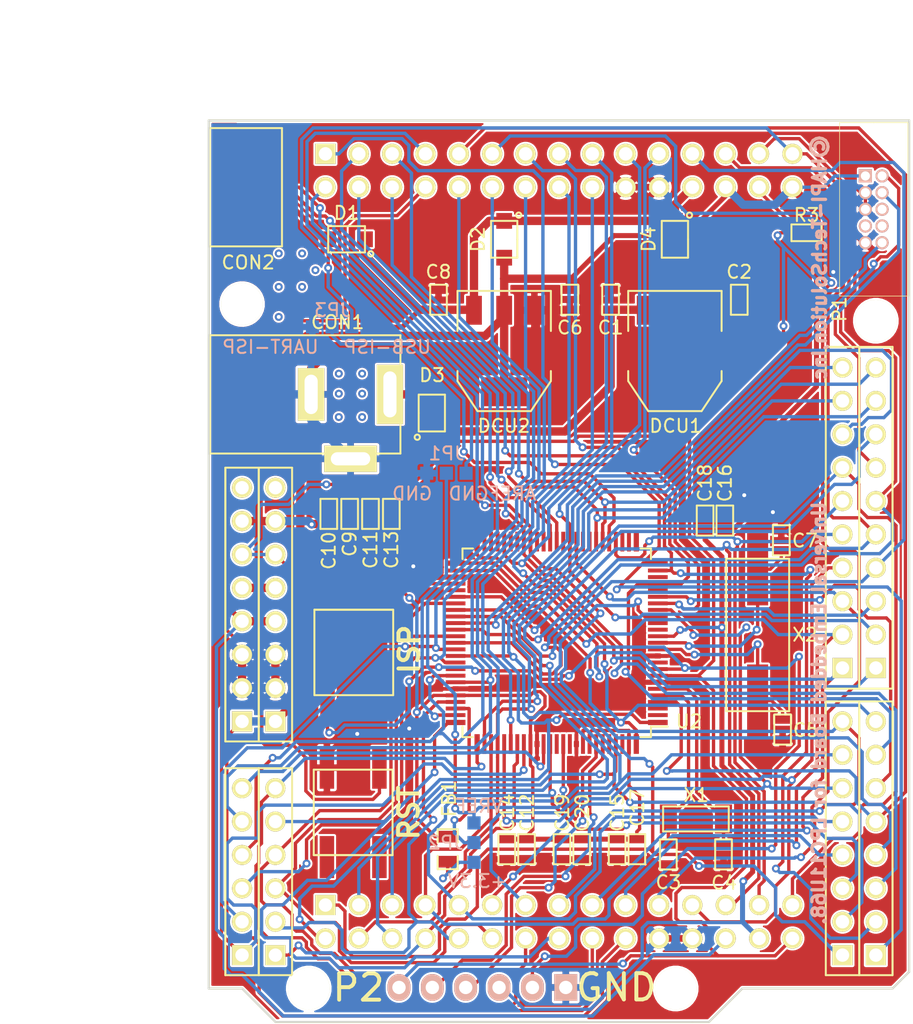
<source format=kicad_pcb>
(kicad_pcb (version 4) (host pcbnew "(after 2015-mar-04 BZR unknown)-product")
  (layers (0 F.Cu signal) (31 B.Cu signal) (34 B.Paste user) (35 F.Paste user) (36 B.SilkS user) (37 F.SilkS user) (38 B.Mask user) (39 F.Mask user) (44 Edge.Cuts user))
  (net 0 "")
  (net 1 GND)
  (net 2 "Net-(C3-Pad1)")
  (net 3 "Net-(C4-Pad2)")
  (net 4 "Net-(C5-Pad1)")
  (net 5 +3V3)
  (net 6 "Net-(C7-Pad2)")
  (net 7 +5V)
  (net 8 USB-VDD)
  (net 9 Vin)
  (net 10 "Net-(FB1-Pad2)")
  (net 11 "Net-(JP1-Pad2)")
  (net 12 AREFGND)
  (net 13 ISP)
  (net 14 VREF)
  (net 15 PIO2_16)
  (net 16 PIO2_17)
  (net 17 PIO1_23)
  (net 18 PIO1_22)
  (net 19 PIO1_21)
  (net 20 PIO1_20)
  (net 21 PIO2_22)
  (net 22 PIO2_23)
  (net 23 PIO1_14)
  (net 24 PIO1_11)
  (net 25 PIO0_20)
  (net 26 PIO1_0)
  (net 27 PIO1_15)
  (net 28 PIO1_13)
  (net 29 PIO1_12)
  (net 30 PIO1_10)
  (net 31 PIO2_18)
  (net 32 PIO1_8)
  (net 33 RESETn)
  (net 34 PIO0_16)
  (net 35 PIO1_3)
  (net 36 PIO0_22)
  (net 37 PIO2_19)
  (net 38 PIO2_20)
  (net 39 PIO2_21)
  (net 40 PIO1_28)
  (net 41 PIO2_3)
  (net 42 PIO0_2)
  (net 43 PIO0_9)
  (net 44 PIO0_8)
  (net 45 PIO1_29)
  (net 46 PIO0_5)
  (net 47 PIO0_4)
  (net 48 PIO2_11)
  (net 49 PIO2_12)
  (net 50 PIO1_18)
  (net 51 PIO1_24)
  (net 52 PIO1_19)
  (net 53 PIO1_26)
  (net 54 PIO1_25)
  (net 55 PIO1_27)
  (net 56 PIO0_23)
  (net 57 PIO0_11)
  (net 58 PIO0_12)
  (net 59 PIO0_13)
  (net 60 PIO0_14)
  (net 61 PIO1_9)
  (net 62 SWDIO)
  (net 63 SWCLK)
  (net 64 PIO0_18)
  (net 65 PIO0_19)
  (net 66 "Net-(C2-Pad2)")
  (net 67 "Net-(CON1-Pad1)")
  (net 68 "PIO0_3(USB_VBUS)")
  (net 69 USB_DM)
  (net 70 USB_DP)
  (net 71 "Net-(JP2-Pad2)")
  (module Hirose-microUSB-ZX62R-B-5P (layer F.Cu) (at 114.84 55.92 270)
    (fp_text reference CON2 (at 5.725 0.075 360) (layer F.SilkS))
    (fp_text value "HIROSE ZX62R-B-5P" hide)
    (pad 1 smd rect (at 1.3 -1.1) (size 1.6 0.4) (layers F.Cu F.Paste F.Mask) (net 8 USB-VDD))
    (pad 2 smd rect (at 0.65 -1.1) (size 1.6 0.4) (layers F.Cu F.Paste F.Mask) (net 69 USB_DM))
    (pad 3 smd rect (at 0 -1.1) (size 1.6 0.4) (layers F.Cu F.Paste F.Mask) (net 70 USB_DP))
    (pad 4 smd rect (at -0.65 -1.1) (size 1.6 0.4) (layers F.Cu F.Paste F.Mask))
    (pad 5 smd rect (at -1.3 -1.1) (size 1.6 0.4) (layers F.Cu F.Paste F.Mask) (net 1 GND))
    (pad 7 smd rect (at 3.1 -0.775) (size 2.1 2) (layers F.Cu F.Paste F.Mask) (net 1 GND))
    (pad 6 smd rect (at -3.1 -0.775) (size 2.1 2) (layers F.Cu F.Paste F.Mask) (net 1 GND))
    (pad 8 smd rect (at -4.1 1.9) (size 1.9 1.6) (layers F.Cu F.Paste F.Mask) (net 1 GND))
    (pad 9 smd rect (at 4.1 1.9) (size 1.9 1.6) (layers F.Cu F.Paste F.Mask) (net 1 GND))
  )
  (module Connect:DCJack_MJ-179P (layer F.Cu) (at 119.56 71.68)
    (fp_text reference CON1 (at 2.02 -5.49 180) (layer F.SilkS))
    (fp_text value MJ-179P hide)
    (pad 3 thru_hole rect (at 0 0) (size 2 4) (drill oval 1 3) (layers *.Cu *.Mask F.SilkS) (net 1 GND))
    (pad 2 thru_hole rect (at 3 4.9 90) (size 2 4) (drill oval 1 3) (layers *.Cu *.Mask F.SilkS) (net 1 GND))
    (pad 1 thru_hole rect (at 6 0) (size 2 4.5) (drill oval 1 3.5) (layers *.Cu *.Mask F.SilkS) (net 67 "Net-(CON1-Pad1)"))
  )
  (module Diode:PMEG2010ER,115 (layer F.Cu) (at 122.26 59.88 180)
    (fp_text reference D1 (at 0 2 180) (layer F.SilkS))
    (fp_text value PMEG2010ER,115)
    (pad 1 smd rect (at 1.4 0 180) (size 1.2 1.2) (layers F.Cu F.Paste F.Mask) (net 8 USB-VDD))
    (pad 2 smd rect (at -1.4 0 180) (size 1.2 1.2) (layers F.Cu F.Paste F.Mask) (net 7 +5V))
  )
  (module Pin_Headers:JTAG-Half-2x5 (layer B.Cu) (at 162.4 57.6 270)
    (fp_text reference P1 (at 7.6 2.6 270) (layer F.SilkS))
    (fp_text value CONN_02X05 hide)
    (pad 1 thru_hole rect (at -2.54 0.635 270) (size 1 1) (drill 0.7) (layers *.Cu *.Mask B.SilkS) (net 5 +3V3))
    (pad 2 thru_hole circle (at -2.54 -0.635 270) (size 1 1) (drill 0.7) (layers *.Cu *.Mask B.SilkS) (net 62 SWDIO))
    (pad 3 thru_hole circle (at -1.27 0.635 270) (size 1 1) (drill 0.7) (layers *.Cu *.Mask B.SilkS) (net 1 GND))
    (pad 4 thru_hole circle (at -1.27 -0.635 270) (size 1 1) (drill 0.7) (layers *.Cu *.Mask B.SilkS) (net 63 SWCLK))
    (pad 5 thru_hole circle (at 0 0.635 270) (size 1 1) (drill 0.7) (layers *.Cu *.Mask B.SilkS) (net 1 GND))
    (pad 6 thru_hole circle (at 0 -0.635 270) (size 1 1) (drill 0.7) (layers *.Cu *.Mask B.SilkS))
    (pad 7 thru_hole circle (at 1.27 0.635 270) (size 1 1) (drill 0.7) (layers *.Cu *.Mask B.SilkS))
    (pad 8 thru_hole circle (at 1.27 -0.635 270) (size 1 1) (drill 0.7) (layers *.Cu *.Mask B.SilkS))
    (pad 9 thru_hole circle (at 2.54 0.635 270) (size 1 1) (drill 0.7) (layers *.Cu *.Mask B.SilkS) (net 1 GND))
    (pad 10 thru_hole circle (at 2.54 -0.635 270) (size 1 1) (drill 0.7) (layers *.Cu *.Mask B.SilkS) (net 33 RESETn))
  )
  (module SMD_Packages:SMD-0805 (layer F.Cu) (at 129.96 106.28 270)
    (fp_text reference FB1 (at -3.8492 -0.1 270) (layer F.SilkS))
    (fp_text value R hide)
    (pad 1 smd rect (at -0.9525 0 270) (size 0.889 1.397) (layers F.Cu F.Paste F.Mask) (net 5 +3V3))
    (pad 2 smd rect (at 0.9525 0 270) (size 0.889 1.397) (layers F.Cu F.Paste F.Mask) (net 10 "Net-(FB1-Pad2)"))
  )
  (module Diode:PMEG2010ER,115 (layer F.Cu) (at 128.75 73.1 90)
    (fp_text reference D3 (at 2.88 0.02 180) (layer F.SilkS))
    (fp_text value PMEG2010ER,115)
    (pad 1 smd rect (at 1.4 0 90) (size 1.2 1.2) (layers F.Cu F.Paste F.Mask) (net 67 "Net-(CON1-Pad1)"))
    (pad 2 smd rect (at -1.4 0 90) (size 1.2 1.2) (layers F.Cu F.Paste F.Mask) (net 9 Vin))
  )
  (module Diode:PMEG2010ER,115 (layer F.Cu) (at 147.26 59.88 270)
    (fp_text reference D4 (at 0 2 270) (layer F.SilkS))
    (fp_text value PMEG2010ER,115)
    (pad 1 smd rect (at 1.4 0 270) (size 1.2 1.2) (layers F.Cu F.Paste F.Mask) (net 66 "Net-(C2-Pad2)"))
    (pad 2 smd rect (at -1.4 0 270) (size 1.2 1.2) (layers F.Cu F.Paste F.Mask) (net 7 +5V))
  )
  (module Diode:PMEG2010ER,115 (layer F.Cu) (at 134.26 59.88 270)
    (fp_text reference D2 (at 0 2 270) (layer F.SilkS))
    (fp_text value PMEG2010ER,115)
    (pad 1 smd rect (at 1.4 0 270) (size 1.2 1.2) (layers F.Cu F.Paste F.Mask) (net 5 +3V3))
    (pad 2 smd rect (at -1.4 0 270) (size 1.2 1.2) (layers F.Cu F.Paste F.Mask) (net 7 +5V))
  )
  (module Pin_Headers:Pin_Header_Angled_1x06 (layer B.Cu) (at 132.6 116.8 180)
    (fp_text reference P2 (at 9.43 -0.02 180) (layer F.SilkS) (effects (font (size 2 2) (thickness 0.3))))
    (fp_text value CONN_01X06 hide)
    (pad 1 thru_hole rect (at -6.35 0 180) (size 1.7272 2.032) (drill 1.016) (layers *.Cu *.Mask B.SilkS) (net 1 GND))
    (pad 2 thru_hole oval (at -3.81 0 180) (size 1.7272 2.032) (drill 1.016) (layers *.Cu *.Mask B.SilkS) (net 13 ISP))
    (pad 3 thru_hole oval (at -1.27 0 180) (size 1.7272 2.032) (drill 1.016) (layers *.Cu *.Mask B.SilkS) (net 5 +3V3))
    (pad 4 thru_hole oval (at 1.27 0 180) (size 1.7272 2.032) (drill 1.016) (layers *.Cu *.Mask B.SilkS) (net 64 PIO0_18))
    (pad 5 thru_hole oval (at 3.81 0 180) (size 1.7272 2.032) (drill 1.016) (layers *.Cu *.Mask B.SilkS) (net 65 PIO0_19))
    (pad 6 thru_hole oval (at 6.35 0 180) (size 1.7272 2.032) (drill 1.016) (layers *.Cu *.Mask B.SilkS) (net 33 RESETn))
  )
  (module Arduino_Shiled:Arduino-Shield-Inside-Outline (layer F.Cu) (at 138.43 95.29)
    (fp_text reference OPT1 hide)
    (fp_text value "Arduino-Shiled2(11x)Inside" hide)
    (pad 8 thru_hole trapezoid (at 21.59 -2.794 270) (size 1.524 1.524) (drill 1.016) (layers *.Cu *.Mask F.SilkS) (net 15 PIO2_16))
    (pad 9 thru_hole circle (at 21.59 -5.334 270) (size 1.524 1.524) (drill 1.016) (layers *.Cu *.Mask F.SilkS) (net 16 PIO2_17))
    (pad 10 thru_hole circle (at 21.59 -7.874 270) (size 1.524 1.524) (drill 1.016) (layers *.Cu *.Mask F.SilkS) (net 17 PIO1_23))
    (pad 11 thru_hole circle (at 21.59 -10.414 270) (size 1.524 1.524) (drill 1.016) (layers *.Cu *.Mask F.SilkS) (net 18 PIO1_22))
    (pad 12 thru_hole circle (at 21.59 -12.954 270) (size 1.524 1.524) (drill 1.016) (layers *.Cu *.Mask F.SilkS) (net 19 PIO1_21))
    (pad 13 thru_hole circle (at 21.59 -15.494 270) (size 1.524 1.524) (drill 1.016) (layers *.Cu *.Mask F.SilkS) (net 20 PIO1_20))
    (pad 14 thru_hole circle (at 21.59 -18.034 270) (size 1.524 1.524) (drill 1.016) (layers *.Cu *.Mask F.SilkS) (net 21 PIO2_22))
    (pad 15 thru_hole circle (at 21.59 -20.574 270) (size 1.524 1.524) (drill 1.016) (layers *.Cu *.Mask F.SilkS) (net 22 PIO2_23))
    (pad 16 thru_hole circle (at 21.59 -23.114 270) (size 1.524 1.524) (drill 1.016) (layers *.Cu *.Mask F.SilkS) (net 23 PIO1_14))
    (pad 17 thru_hole circle (at 21.59 -25.654 270) (size 1.524 1.524) (drill 1.016) (layers *.Cu *.Mask F.SilkS) (net 24 PIO1_11))
    (pad 0 thru_hole trapezoid (at 21.59 19.05) (size 1.524 1.524) (drill 1.016) (layers *.Cu *.Mask F.SilkS) (net 25 PIO0_20))
    (pad 1 thru_hole circle (at 21.59 16.51) (size 1.524 1.524) (drill 1.016) (layers *.Cu *.Mask F.SilkS) (net 26 PIO1_0))
    (pad 2 thru_hole circle (at 21.59 13.97) (size 1.524 1.524) (drill 1.016) (layers *.Cu *.Mask F.SilkS) (net 27 PIO1_15))
    (pad 3 thru_hole circle (at 21.59 11.43) (size 1.524 1.524) (drill 1.016) (layers *.Cu *.Mask F.SilkS) (net 28 PIO1_13))
    (pad 4 thru_hole circle (at 21.59 8.89) (size 1.524 1.524) (drill 1.016) (layers *.Cu *.Mask F.SilkS) (net 29 PIO1_12))
    (pad 5 thru_hole circle (at 21.59 6.35) (size 1.524 1.524) (drill 1.016) (layers *.Cu *.Mask F.SilkS) (net 30 PIO1_10))
    (pad 7 thru_hole circle (at 21.59 1.27) (size 1.524 1.524) (drill 1.016) (layers *.Cu *.Mask F.SilkS) (net 31 PIO2_18))
    (pad 6 thru_hole circle (at 21.59 3.81) (size 1.524 1.524) (drill 1.016) (layers *.Cu *.Mask F.SilkS) (net 32 PIO1_8))
    (pad 24 thru_hole trapezoid (at -21.59 1.27) (size 1.524 1.524) (drill 1.016) (layers *.Cu *.Mask F.SilkS) (net 9 Vin))
    (pad 25 thru_hole circle (at -21.59 -1.27) (size 1.524 1.524) (drill 1.016) (layers *.Cu *.Mask F.SilkS) (net 1 GND))
    (pad 26 thru_hole circle (at -21.59 -3.81) (size 1.524 1.524) (drill 1.016) (layers *.Cu *.Mask F.SilkS) (net 1 GND))
    (pad 27 thru_hole circle (at -21.59 -6.35) (size 1.524 1.524) (drill 1.016) (layers *.Cu *.Mask F.SilkS) (net 7 +5V))
    (pad 28 thru_hole circle (at -21.59 -8.89) (size 1.524 1.524) (drill 1.016) (layers *.Cu *.Mask F.SilkS) (net 5 +3V3))
    (pad 29 thru_hole circle (at -21.59 -11.43) (size 1.524 1.524) (drill 1.016) (layers *.Cu *.Mask F.SilkS) (net 33 RESETn))
    (pad 30 thru_hole circle (at -21.59 -13.97) (size 1.524 1.524) (drill 1.016) (layers *.Cu *.Mask F.SilkS) (net 5 +3V3))
    (pad 31 thru_hole circle (at -21.59 -16.51) (size 1.524 1.524) (drill 1.016) (layers *.Cu *.Mask F.SilkS))
    (pad 18 thru_hole trapezoid (at -21.59 19.05 180) (size 1.524 1.524) (drill 1.016) (layers *.Cu *.Mask F.SilkS) (net 34 PIO0_16))
    (pad 19 thru_hole circle (at -21.59 16.51 180) (size 1.524 1.524) (drill 1.016) (layers *.Cu *.Mask F.SilkS) (net 35 PIO1_3))
    (pad 20 thru_hole circle (at -21.59 13.97 180) (size 1.524 1.524) (drill 1.016) (layers *.Cu *.Mask F.SilkS) (net 36 PIO0_22))
    (pad 21 thru_hole circle (at -21.59 11.43 180) (size 1.524 1.524) (drill 1.016) (layers *.Cu *.Mask F.SilkS) (net 37 PIO2_19))
    (pad 22 thru_hole circle (at -21.59 8.89 180) (size 1.524 1.524) (drill 1.016) (layers *.Cu *.Mask F.SilkS) (net 38 PIO2_20))
    (pad 23 thru_hole circle (at -21.59 6.35 180) (size 1.524 1.524) (drill 1.016) (layers *.Cu *.Mask F.SilkS) (net 39 PIO2_21))
    (pad 0 thru_hole rect (at -17.78 15.24 90) (size 1.53 1.53) (drill 1.02) (layers *.Cu *.Mask F.SilkS) (net 25 PIO0_20))
    (pad 1 thru_hole circle (at -15.24 15.24 90) (size 1.53 1.53) (drill 1.02) (layers *.Cu *.Mask F.SilkS) (net 26 PIO1_0))
    (pad 2 thru_hole circle (at -12.7 15.24 90) (size 1.53 1.53) (drill 1.02) (layers *.Cu *.Mask F.SilkS) (net 27 PIO1_15))
    (pad 3 thru_hole circle (at -10.16 15.24 90) (size 1.53 1.53) (drill 1.02) (layers *.Cu *.Mask F.SilkS) (net 28 PIO1_13))
    (pad 4 thru_hole circle (at -7.62 15.24 90) (size 1.53 1.53) (drill 1.02) (layers *.Cu *.Mask F.SilkS) (net 29 PIO1_12))
    (pad 5 thru_hole circle (at -5.08 15.24 90) (size 1.53 1.53) (drill 1.02) (layers *.Cu *.Mask F.SilkS) (net 30 PIO1_10))
    (pad 6 thru_hole circle (at -2.54 15.24 90) (size 1.53 1.53) (drill 1.02) (layers *.Cu *.Mask F.SilkS) (net 32 PIO1_8))
    (pad 7 thru_hole circle (at 0 15.24 90) (size 1.53 1.53) (drill 1.02) (layers *.Cu *.Mask F.SilkS) (net 31 PIO2_18))
    (pad 8 thru_hole circle (at 2.54 15.24 90) (size 1.53 1.53) (drill 1.02) (layers *.Cu *.Mask F.SilkS) (net 15 PIO2_16))
    (pad 9 thru_hole circle (at 5.08 15.24 90) (size 1.53 1.53) (drill 1.02) (layers *.Cu *.Mask F.SilkS) (net 16 PIO2_17))
    (pad 10 thru_hole circle (at 7.62 15.24 90) (size 1.53 1.53) (drill 1.02) (layers *.Cu *.Mask F.SilkS) (net 17 PIO1_23))
    (pad 11 thru_hole circle (at 10.16 15.24 90) (size 1.53 1.53) (drill 1.02) (layers *.Cu *.Mask F.SilkS) (net 18 PIO1_22))
    (pad 12 thru_hole circle (at 12.7 15.24 90) (size 1.53 1.53) (drill 1.02) (layers *.Cu *.Mask F.SilkS) (net 19 PIO1_21))
    (pad 13 thru_hole circle (at 15.24 15.24 90) (size 1.53 1.53) (drill 1.02) (layers *.Cu *.Mask F.SilkS) (net 20 PIO1_20))
    (pad 14 thru_hole circle (at 17.78 15.24 90) (size 1.53 1.53) (drill 1.02) (layers *.Cu *.Mask F.SilkS) (net 21 PIO2_22))
    (pad 15 thru_hole circle (at -17.78 17.78 90) (size 1.53 1.53) (drill 1.02) (layers *.Cu *.Mask F.SilkS) (net 22 PIO2_23))
    (pad 16 thru_hole circle (at -15.24 17.78 90) (size 1.53 1.53) (drill 1.02) (layers *.Cu *.Mask F.SilkS) (net 23 PIO1_14))
    (pad 17 thru_hole circle (at -12.7 17.78 90) (size 1.53 1.53) (drill 1.02) (layers *.Cu *.Mask F.SilkS) (net 24 PIO1_11))
    (pad 18 thru_hole circle (at -10.16 17.78 90) (size 1.53 1.53) (drill 1.02) (layers *.Cu *.Mask F.SilkS) (net 34 PIO0_16))
    (pad 19 thru_hole circle (at -7.62 17.78 90) (size 1.53 1.53) (drill 1.02) (layers *.Cu *.Mask F.SilkS) (net 35 PIO1_3))
    (pad 20 thru_hole circle (at -5.08 17.78 90) (size 1.53 1.53) (drill 1.02) (layers *.Cu *.Mask F.SilkS) (net 36 PIO0_22))
    (pad 21 thru_hole circle (at -2.54 17.78 90) (size 1.53 1.53) (drill 1.02) (layers *.Cu *.Mask F.SilkS) (net 37 PIO2_19))
    (pad 22 thru_hole circle (at 0 17.78 90) (size 1.53 1.53) (drill 1.02) (layers *.Cu *.Mask F.SilkS) (net 38 PIO2_20))
    (pad 23 thru_hole circle (at 2.54 17.78 90) (size 1.53 1.53) (drill 1.02) (layers *.Cu *.Mask F.SilkS) (net 39 PIO2_21))
    (pad 24 thru_hole circle (at 5.08 17.78 90) (size 1.53 1.53) (drill 1.02) (layers *.Cu *.Mask F.SilkS) (net 9 Vin))
    (pad 25 thru_hole circle (at 7.62 17.78 90) (size 1.53 1.53) (drill 1.02) (layers *.Cu *.Mask F.SilkS) (net 1 GND))
    (pad 26 thru_hole circle (at 10.16 17.78 90) (size 1.53 1.53) (drill 1.02) (layers *.Cu *.Mask F.SilkS) (net 1 GND))
    (pad 27 thru_hole circle (at 12.7 17.78 90) (size 1.53 1.53) (drill 1.02) (layers *.Cu *.Mask F.SilkS) (net 7 +5V))
    (pad 28 thru_hole circle (at 15.24 17.78 90) (size 1.53 1.53) (drill 1.02) (layers *.Cu *.Mask F.SilkS) (net 5 +3V3))
    (pad 29 thru_hole circle (at 17.78 17.78 90) (size 1.53 1.53) (drill 1.02) (layers *.Cu *.Mask F.SilkS) (net 33 RESETn))
  )
  (module BoardJumper:SJ-3Pin (layer B.Cu) (at 129.86 77.68)
    (fp_text reference JP1 (at 0 -1.5) (layer B.SilkS) (effects (justify mirror)))
    (fp_text value JUMPER3 hide)
    (pad 2 smd rect (at 0 0) (size 1 1) (layers B.Cu B.Paste B.Mask) (net 11 "Net-(JP1-Pad2)"))
    (pad 3 smd rect (at 1.5 0) (size 1 1) (layers B.Cu B.Paste B.Mask) (net 12 AREFGND))
    (pad 1 smd rect (at -1.5 0) (size 1 1) (layers B.Cu B.Paste B.Mask) (net 1 GND))
  )
  (module BoardJumper:SJ-3Pin (layer B.Cu) (at 131.96 105.78 90)
    (fp_text reference JP2 (at -0.011 -2.166 180) (layer B.SilkS) (effects (justify mirror)))
    (fp_text value JUMPER3 hide)
    (pad 2 smd rect (at 0 0 90) (size 1 1) (layers B.Cu B.Paste B.Mask) (net 71 "Net-(JP2-Pad2)"))
    (pad 3 smd rect (at 1.5 0 90) (size 1 1) (layers B.Cu B.Paste B.Mask) (net 14 VREF))
    (pad 1 smd rect (at -1.5 0 90) (size 1 1) (layers B.Cu B.Paste B.Mask) (net 10 "Net-(FB1-Pad2)"))
  )
  (module Arduino_Shiled:Arduino-Shield-Normal-Outline (layer F.Cu) (at 138.43 95.29)
    (fp_text reference OPT2 hide)
    (fp_text value Arduino-Shiled hide)
    (pad 8 thru_hole trapezoid (at 24.13 -2.794 270) (size 1.524 1.524) (drill 1.016) (layers *.Cu *.Mask F.SilkS) (net 40 PIO1_28))
    (pad 9 thru_hole circle (at 24.13 -5.334 270) (size 1.524 1.524) (drill 1.016) (layers *.Cu *.Mask F.SilkS) (net 41 PIO2_3))
    (pad 10 thru_hole circle (at 24.13 -7.874 270) (size 1.524 1.524) (drill 1.016) (layers *.Cu *.Mask F.SilkS) (net 42 PIO0_2))
    (pad 11 thru_hole circle (at 24.13 -10.414 270) (size 1.524 1.524) (drill 1.016) (layers *.Cu *.Mask F.SilkS) (net 43 PIO0_9))
    (pad 12 thru_hole circle (at 24.13 -12.954 270) (size 1.524 1.524) (drill 1.016) (layers *.Cu *.Mask F.SilkS) (net 44 PIO0_8))
    (pad 13 thru_hole circle (at 24.13 -15.494 270) (size 1.524 1.524) (drill 1.016) (layers *.Cu *.Mask F.SilkS) (net 45 PIO1_29))
    (pad 14 thru_hole circle (at 24.13 -18.034 270) (size 1.524 1.524) (drill 1.016) (layers *.Cu *.Mask F.SilkS) (net 12 AREFGND))
    (pad 15 thru_hole circle (at 24.13 -20.574 270) (size 1.524 1.524) (drill 1.016) (layers *.Cu *.Mask F.SilkS) (net 14 VREF))
    (pad 16 thru_hole circle (at 24.13 -23.114 270) (size 1.524 1.524) (drill 1.016) (layers *.Cu *.Mask F.SilkS) (net 46 PIO0_5))
    (pad 17 thru_hole circle (at 24.13 -25.654 270) (size 1.524 1.524) (drill 1.016) (layers *.Cu *.Mask F.SilkS) (net 47 PIO0_4))
    (pad 0 thru_hole trapezoid (at 24.13 19.05) (size 1.524 1.524) (drill 1.016) (layers *.Cu *.Mask F.SilkS) (net 48 PIO2_11))
    (pad 1 thru_hole circle (at 24.13 16.51) (size 1.524 1.524) (drill 1.016) (layers *.Cu *.Mask F.SilkS) (net 49 PIO2_12))
    (pad 2 thru_hole circle (at 24.13 13.97) (size 1.524 1.524) (drill 1.016) (layers *.Cu *.Mask F.SilkS) (net 50 PIO1_18))
    (pad 3 thru_hole circle (at 24.13 11.43) (size 1.524 1.524) (drill 1.016) (layers *.Cu *.Mask F.SilkS) (net 51 PIO1_24))
    (pad 4 thru_hole circle (at 24.13 8.89) (size 1.524 1.524) (drill 1.016) (layers *.Cu *.Mask F.SilkS) (net 52 PIO1_19))
    (pad 5 thru_hole circle (at 24.13 6.35) (size 1.524 1.524) (drill 1.016) (layers *.Cu *.Mask F.SilkS) (net 53 PIO1_26))
    (pad 7 thru_hole circle (at 24.13 1.27) (size 1.524 1.524) (drill 1.016) (layers *.Cu *.Mask F.SilkS) (net 54 PIO1_25))
    (pad 6 thru_hole circle (at 24.13 3.81) (size 1.524 1.524) (drill 1.016) (layers *.Cu *.Mask F.SilkS) (net 55 PIO1_27))
    (pad 24 thru_hole trapezoid (at -24.13 1.27) (size 1.524 1.524) (drill 1.016) (layers *.Cu *.Mask F.SilkS) (net 9 Vin))
    (pad 25 thru_hole circle (at -24.13 -1.27) (size 1.524 1.524) (drill 1.016) (layers *.Cu *.Mask F.SilkS) (net 1 GND))
    (pad 26 thru_hole circle (at -24.13 -3.81) (size 1.524 1.524) (drill 1.016) (layers *.Cu *.Mask F.SilkS) (net 1 GND))
    (pad 27 thru_hole circle (at -24.13 -6.35) (size 1.524 1.524) (drill 1.016) (layers *.Cu *.Mask F.SilkS) (net 7 +5V))
    (pad 28 thru_hole circle (at -24.13 -8.89) (size 1.524 1.524) (drill 1.016) (layers *.Cu *.Mask F.SilkS) (net 5 +3V3))
    (pad 29 thru_hole circle (at -24.13 -11.43) (size 1.524 1.524) (drill 1.016) (layers *.Cu *.Mask F.SilkS) (net 33 RESETn))
    (pad 30 thru_hole circle (at -24.13 -13.97) (size 1.524 1.524) (drill 1.016) (layers *.Cu *.Mask F.SilkS) (net 5 +3V3))
    (pad 31 thru_hole circle (at -24.13 -16.51) (size 1.524 1.524) (drill 1.016) (layers *.Cu *.Mask F.SilkS))
    (pad 18 thru_hole trapezoid (at -24.13 19.05 180) (size 1.524 1.524) (drill 1.016) (layers *.Cu *.Mask F.SilkS) (net 56 PIO0_23))
    (pad 19 thru_hole circle (at -24.13 16.51 180) (size 1.524 1.524) (drill 1.016) (layers *.Cu *.Mask F.SilkS) (net 57 PIO0_11))
    (pad 20 thru_hole circle (at -24.13 13.97 180) (size 1.524 1.524) (drill 1.016) (layers *.Cu *.Mask F.SilkS) (net 58 PIO0_12))
    (pad 21 thru_hole circle (at -24.13 11.43 180) (size 1.524 1.524) (drill 1.016) (layers *.Cu *.Mask F.SilkS) (net 59 PIO0_13))
    (pad 22 thru_hole circle (at -24.13 8.89 180) (size 1.524 1.524) (drill 1.016) (layers *.Cu *.Mask F.SilkS) (net 60 PIO0_14))
    (pad 23 thru_hole circle (at -24.13 6.35 180) (size 1.524 1.524) (drill 1.016) (layers *.Cu *.Mask F.SilkS) (net 61 PIO1_9))
    (pad "" np_thru_hole circle (at -19.05 21.59) (size 3.175 3.175) (drill 3.175) (layers *.Cu *.Mask F.SilkS))
    (pad "" np_thru_hole circle (at 8.89 21.59) (size 3.175 3.175) (drill 3.175) (layers *.Cu *.Mask F.SilkS))
    (pad "" np_thru_hole circle (at -24.13 -30.48) (size 3.175 3.175) (drill 3.175) (layers *.Cu *.Mask F.SilkS))
    (pad "" np_thru_hole circle (at 24.13 -29.21) (size 3.175 3.175) (drill 3.175) (layers *.Cu *.Mask F.SilkS))
    (pad 0 thru_hole rect (at -17.78 -41.91 270) (size 1.53 1.53) (drill 1.02) (layers *.Cu *.Mask F.SilkS) (net 48 PIO2_11))
    (pad 1 thru_hole circle (at -15.24 -41.91 270) (size 1.53 1.53) (drill 1.02) (layers *.Cu *.Mask F.SilkS) (net 49 PIO2_12))
    (pad 2 thru_hole circle (at -12.7 -41.91 270) (size 1.53 1.53) (drill 1.02) (layers *.Cu *.Mask F.SilkS) (net 50 PIO1_18))
    (pad 3 thru_hole circle (at -10.16 -41.91 270) (size 1.53 1.53) (drill 1.02) (layers *.Cu *.Mask F.SilkS) (net 51 PIO1_24))
    (pad 4 thru_hole circle (at -7.62 -41.91 270) (size 1.53 1.53) (drill 1.02) (layers *.Cu *.Mask F.SilkS) (net 52 PIO1_19))
    (pad 5 thru_hole circle (at -5.08 -41.91 270) (size 1.53 1.53) (drill 1.02) (layers *.Cu *.Mask F.SilkS) (net 53 PIO1_26))
    (pad 6 thru_hole circle (at -2.54 -41.91 270) (size 1.53 1.53) (drill 1.02) (layers *.Cu *.Mask F.SilkS) (net 55 PIO1_27))
    (pad 7 thru_hole circle (at 0 -41.91 270) (size 1.53 1.53) (drill 1.02) (layers *.Cu *.Mask F.SilkS) (net 54 PIO1_25))
    (pad 8 thru_hole circle (at 2.54 -41.91 270) (size 1.53 1.53) (drill 1.02) (layers *.Cu *.Mask F.SilkS) (net 40 PIO1_28))
    (pad 9 thru_hole circle (at 5.08 -41.91 270) (size 1.53 1.53) (drill 1.02) (layers *.Cu *.Mask F.SilkS) (net 41 PIO2_3))
    (pad 10 thru_hole circle (at 7.62 -41.91 270) (size 1.53 1.53) (drill 1.02) (layers *.Cu *.Mask F.SilkS) (net 42 PIO0_2))
    (pad 11 thru_hole circle (at 10.16 -41.91 270) (size 1.53 1.53) (drill 1.02) (layers *.Cu *.Mask F.SilkS) (net 43 PIO0_9))
    (pad 12 thru_hole circle (at 12.7 -41.91 270) (size 1.53 1.53) (drill 1.02) (layers *.Cu *.Mask F.SilkS) (net 44 PIO0_8))
    (pad 13 thru_hole circle (at 15.24 -41.91 270) (size 1.53 1.53) (drill 1.02) (layers *.Cu *.Mask F.SilkS) (net 45 PIO1_29))
    (pad 14 thru_hole circle (at 17.78 -41.91 270) (size 1.53 1.53) (drill 1.02) (layers *.Cu *.Mask F.SilkS) (net 12 AREFGND))
    (pad 15 thru_hole circle (at -17.78 -39.37 270) (size 1.53 1.53) (drill 1.02) (layers *.Cu *.Mask F.SilkS) (net 14 VREF))
    (pad 16 thru_hole circle (at -15.24 -39.37 270) (size 1.53 1.53) (drill 1.02) (layers *.Cu *.Mask F.SilkS) (net 46 PIO0_5))
    (pad 17 thru_hole circle (at -12.7 -39.37 270) (size 1.53 1.53) (drill 1.02) (layers *.Cu *.Mask F.SilkS) (net 47 PIO0_4))
    (pad 18 thru_hole circle (at -10.16 -39.37 270) (size 1.53 1.53) (drill 1.02) (layers *.Cu *.Mask F.SilkS) (net 56 PIO0_23))
    (pad 19 thru_hole circle (at -7.62 -39.37 270) (size 1.53 1.53) (drill 1.02) (layers *.Cu *.Mask F.SilkS) (net 57 PIO0_11))
    (pad 20 thru_hole circle (at -5.08 -39.37 270) (size 1.53 1.53) (drill 1.02) (layers *.Cu *.Mask F.SilkS) (net 58 PIO0_12))
    (pad 21 thru_hole circle (at -2.54 -39.37 270) (size 1.53 1.53) (drill 1.02) (layers *.Cu *.Mask F.SilkS) (net 59 PIO0_13))
    (pad 22 thru_hole circle (at 0 -39.37 270) (size 1.53 1.53) (drill 1.02) (layers *.Cu *.Mask F.SilkS) (net 60 PIO0_14))
    (pad 23 thru_hole circle (at 2.54 -39.37 270) (size 1.53 1.53) (drill 1.02) (layers *.Cu *.Mask F.SilkS) (net 61 PIO1_9))
    (pad 25 thru_hole circle (at 5.08 -39.37 270) (size 1.53 1.53) (drill 1.02) (layers *.Cu *.Mask F.SilkS) (net 1 GND))
    (pad 26 thru_hole circle (at 7.62 -39.37 270) (size 1.53 1.53) (drill 1.02) (layers *.Cu *.Mask F.SilkS) (net 1 GND))
    (pad 27 thru_hole circle (at 10.16 -39.37 270) (size 1.53 1.53) (drill 1.02) (layers *.Cu *.Mask F.SilkS) (net 7 +5V))
    (pad 28 thru_hole circle (at 12.7 -39.37 270) (size 1.53 1.53) (drill 1.02) (layers *.Cu *.Mask F.SilkS) (net 5 +3V3))
    (pad 29 thru_hole circle (at 15.24 -39.37 270) (size 1.53 1.53) (drill 1.02) (layers *.Cu *.Mask F.SilkS) (net 33 RESETn))
    (pad 30 thru_hole circle (at 17.78 -39.37 270) (size 1.53 1.53) (drill 1.02) (layers *.Cu *.Mask F.SilkS) (net 5 +3V3))
  )
  (module Switch:SW_TACT-EVQQ2Y03W (layer F.Cu) (at 122.76 103.48 270)
    (fp_text reference SW1 hide)
    (fp_text value SW_PUSH hide)
    (pad 1 smd rect (at -3.4 -2 270) (size 3.2 1.1) (layers F.Cu F.Paste F.Mask) (net 33 RESETn))
    (pad 2 smd rect (at -3.4 2 270) (size 3.2 1.1) (layers F.Cu F.Paste F.Mask) (net 1 GND))
    (pad 3 smd rect (at 3.4 -2 270) (size 3.2 1.1) (layers F.Cu F.Paste F.Mask))
    (pad 4 smd rect (at 3.4 2 270) (size 3.2 1.1) (layers F.Cu F.Paste F.Mask))
  )
  (module MCU:LPC11E68-TQFP-100 (layer F.Cu) (at 138.26 90.58 180)
    (fp_text reference U2 (at -10.076 -5.98 180) (layer F.SilkS))
    (fp_text value LPC11U68JBD100 hide)
    (pad 1 smd rect (at -7.7 -6.06 180) (size 1.5 0.4) (layers F.Cu F.Paste F.Mask) (net 22 PIO2_23))
    (pad 2 smd rect (at -7.7 -5.5 180) (size 1.5 0.3) (layers F.Cu F.Paste F.Mask))
    (pad 3 smd rect (at -7.7 -5 180) (size 1.5 0.3) (layers F.Cu F.Paste F.Mask))
    (pad 4 smd rect (at -7.7 -4.5 180) (size 1.5 0.3) (layers F.Cu F.Paste F.Mask) (net 52 PIO1_19))
    (pad 5 smd rect (at -7.7 -4 180) (size 1.5 0.3) (layers F.Cu F.Paste F.Mask) (net 2 "Net-(C3-Pad1)"))
    (pad 6 smd rect (at -7.7 -3.5 180) (size 1.5 0.3) (layers F.Cu F.Paste F.Mask) (net 3 "Net-(C4-Pad2)"))
    (pad 7 smd rect (at -7.7 -3 180) (size 1.5 0.3) (layers F.Cu F.Paste F.Mask) (net 1 GND))
    (pad 8 smd rect (at -7.7 -2.5 180) (size 1.5 0.3) (layers F.Cu F.Paste F.Mask) (net 33 RESETn))
    (pad 9 smd rect (at -7.7 -2 180) (size 1.5 0.3) (layers F.Cu F.Paste F.Mask) (net 13 ISP))
    (pad 10 smd rect (at -7.7 -1.5 180) (size 1.5 0.3) (layers F.Cu F.Paste F.Mask))
    (pad 11 smd rect (at -7.7 -1 180) (size 1.5 0.3) (layers F.Cu F.Paste F.Mask) (net 1 GND))
    (pad 12 smd rect (at -7.7 -0.5 180) (size 1.5 0.3) (layers F.Cu F.Paste F.Mask) (net 4 "Net-(C5-Pad1)"))
    (pad 13 smd rect (at -7.7 0 180) (size 1.5 0.3) (layers F.Cu F.Paste F.Mask) (net 6 "Net-(C7-Pad2)"))
    (pad 14 smd rect (at -7.7 0.5 180) (size 1.5 0.3) (layers F.Cu F.Paste F.Mask) (net 5 +3V3))
    (pad 15 smd rect (at -7.7 1 180) (size 1.5 0.3) (layers F.Cu F.Paste F.Mask))
    (pad 16 smd rect (at -7.7 1.5 180) (size 1.5 0.3) (layers F.Cu F.Paste F.Mask))
    (pad 17 smd rect (at -7.7 2 180) (size 1.5 0.3) (layers F.Cu F.Paste F.Mask) (net 25 PIO0_20))
    (pad 18 smd rect (at -7.7 2.5 180) (size 1.5 0.3) (layers F.Cu F.Paste F.Mask) (net 30 PIO1_10))
    (pad 19 smd rect (at -7.7 3 180) (size 1.5 0.3) (layers F.Cu F.Paste F.Mask) (net 42 PIO0_2))
    (pad 20 smd rect (at -7.7 3.5 180) (size 1.5 0.3) (layers F.Cu F.Paste F.Mask) (net 53 PIO1_26))
    (pad 21 smd rect (at -7.7 4 180) (size 1.5 0.3) (layers F.Cu F.Paste F.Mask))
    (pad 22 smd rect (at -7.7 4.5 180) (size 1.5 0.3) (layers F.Cu F.Paste F.Mask) (net 55 PIO1_27))
    (pad 23 smd rect (at -7.7 5 180) (size 1.5 0.3) (layers F.Cu F.Paste F.Mask))
    (pad 24 smd rect (at -7.7 5.5 180) (size 1.5 0.3) (layers F.Cu F.Paste F.Mask) (net 49 PIO2_12))
    (pad 25 smd rect (at -7.7 6.06 180) (size 1.5 0.4) (layers F.Cu F.Paste F.Mask) (net 48 PIO2_11))
    (pad 26 smd rect (at -6.06 7.7 270) (size 1.5 0.4) (layers F.Cu F.Paste F.Mask))
    (pad 27 smd rect (at -5.5 7.7 270) (size 1.5 0.3) (layers F.Cu F.Paste F.Mask))
    (pad 28 smd rect (at -5 7.7 270) (size 1.5 0.3) (layers F.Cu F.Paste F.Mask))
    (pad 29 smd rect (at -4.5 7.7 270) (size 1.5 0.3) (layers F.Cu F.Paste F.Mask) (net 20 PIO1_20))
    (pad 30 smd rect (at -4 7.7 270) (size 1.5 0.3) (layers F.Cu F.Paste F.Mask) (net 68 "PIO0_3(USB_VBUS)"))
    (pad 31 smd rect (at -3.5 7.7 270) (size 1.5 0.3) (layers F.Cu F.Paste F.Mask) (net 47 PIO0_4))
    (pad 32 smd rect (at -3 7.7 270) (size 1.5 0.3) (layers F.Cu F.Paste F.Mask) (net 46 PIO0_5))
    (pad 33 smd rect (at -2.5 7.7 270) (size 1.5 0.3) (layers F.Cu F.Paste F.Mask))
    (pad 34 smd rect (at -2 7.7 270) (size 1.5 0.3) (layers F.Cu F.Paste F.Mask))
    (pad 35 smd rect (at -1.5 7.7 270) (size 1.5 0.3) (layers F.Cu F.Paste F.Mask) (net 17 PIO1_23))
    (pad 36 smd rect (at -1 7.7 270) (size 1.5 0.3) (layers F.Cu F.Paste F.Mask) (net 41 PIO2_3))
    (pad 37 smd rect (at -0.5 7.7 270) (size 1.5 0.3) (layers F.Cu F.Paste F.Mask))
    (pad 38 smd rect (at 0 7.7 270) (size 1.5 0.3) (layers F.Cu F.Paste F.Mask) (net 69 USB_DM))
    (pad 39 smd rect (at 0.5 7.7 270) (size 1.5 0.3) (layers F.Cu F.Paste F.Mask) (net 70 USB_DP))
    (pad 40 smd rect (at 1 7.7 270) (size 1.5 0.3) (layers F.Cu F.Paste F.Mask))
    (pad 41 smd rect (at 1.5 7.7 270) (size 1.5 0.3) (layers F.Cu F.Paste F.Mask))
    (pad 42 smd rect (at 2 7.7 270) (size 1.5 0.3) (layers F.Cu F.Paste F.Mask) (net 51 PIO1_24))
    (pad 43 smd rect (at 2.5 7.7 270) (size 1.5 0.3) (layers F.Cu F.Paste F.Mask) (net 50 PIO1_18))
    (pad 44 smd rect (at 3 7.7 270) (size 1.5 0.3) (layers F.Cu F.Paste F.Mask))
    (pad 45 smd rect (at 3.5 7.7 270) (size 1.5 0.3) (layers F.Cu F.Paste F.Mask))
    (pad 46 smd rect (at 4 7.7 270) (size 1.5 0.3) (layers F.Cu F.Paste F.Mask) (net 40 PIO1_28))
    (pad 47 smd rect (at 4.5 7.7 270) (size 1.5 0.3) (layers F.Cu F.Paste F.Mask))
    (pad 48 smd rect (at 5 7.7 270) (size 1.5 0.3) (layers F.Cu F.Paste F.Mask))
    (pad 49 smd rect (at 5.5 7.7 270) (size 1.5 0.3) (layers F.Cu F.Paste F.Mask))
    (pad 50 smd rect (at 6.06 7.7 270) (size 1.5 0.4) (layers F.Cu F.Paste F.Mask) (net 15 PIO2_16))
    (pad 51 smd rect (at 7.7 6.06 180) (size 1.5 0.4) (layers F.Cu F.Paste F.Mask) (net 16 PIO2_17))
    (pad 52 smd rect (at 7.7 5.5 180) (size 1.5 0.3) (layers F.Cu F.Paste F.Mask) (net 31 PIO2_18))
    (pad 53 smd rect (at 7.7 5 180) (size 1.5 0.3) (layers F.Cu F.Paste F.Mask) (net 1 GND))
    (pad 54 smd rect (at 7.7 4.5 180) (size 1.5 0.3) (layers F.Cu F.Paste F.Mask) (net 5 +3V3))
    (pad 55 smd rect (at 7.7 4 180) (size 1.5 0.3) (layers F.Cu F.Paste F.Mask))
    (pad 56 smd rect (at 7.7 3.5 180) (size 1.5 0.3) (layers F.Cu F.Paste F.Mask) (net 19 PIO1_21))
    (pad 57 smd rect (at 7.7 3 180) (size 1.5 0.3) (layers F.Cu F.Paste F.Mask) (net 37 PIO2_19))
    (pad 58 smd rect (at 7.7 2.5 180) (size 1.5 0.3) (layers F.Cu F.Paste F.Mask) (net 44 PIO0_8))
    (pad 59 smd rect (at 7.7 2 180) (size 1.5 0.3) (layers F.Cu F.Paste F.Mask) (net 43 PIO0_9))
    (pad 60 smd rect (at 7.7 1.5 180) (size 1.5 0.3) (layers F.Cu F.Paste F.Mask) (net 63 SWCLK))
    (pad 61 smd rect (at 7.7 1 180) (size 1.5 0.3) (layers F.Cu F.Paste F.Mask) (net 32 PIO1_8))
    (pad 62 smd rect (at 7.7 0.5 180) (size 1.5 0.3) (layers F.Cu F.Paste F.Mask) (net 36 PIO0_22))
    (pad 63 smd rect (at 7.7 0 180) (size 1.5 0.3) (layers F.Cu F.Paste F.Mask) (net 45 PIO1_29))
    (pad 64 smd rect (at 7.7 -0.5 180) (size 1.5 0.3) (layers F.Cu F.Paste F.Mask) (net 57 PIO0_11))
    (pad 65 smd rect (at 7.7 -1 180) (size 1.5 0.3) (layers F.Cu F.Paste F.Mask) (net 24 PIO1_11))
    (pad 66 smd rect (at 7.7 -1.5 180) (size 1.5 0.3) (layers F.Cu F.Paste F.Mask) (net 58 PIO0_12))
    (pad 67 smd rect (at 7.7 -2 180) (size 1.5 0.3) (layers F.Cu F.Paste F.Mask))
    (pad 68 smd rect (at 7.7 -2.5 180) (size 1.5 0.3) (layers F.Cu F.Paste F.Mask) (net 59 PIO0_13))
    (pad 69 smd rect (at 7.7 -3 180) (size 1.5 0.3) (layers F.Cu F.Paste F.Mask) (net 60 PIO0_14))
    (pad 70 smd rect (at 7.7 -3.5 180) (size 1.5 0.3) (layers F.Cu F.Paste F.Mask) (net 1 GND))
    (pad 71 smd rect (at 7.7 -4 180) (size 1.5 0.3) (layers F.Cu F.Paste F.Mask) (net 5 +3V3))
    (pad 72 smd rect (at 7.7 -4.5 180) (size 1.5 0.3) (layers F.Cu F.Paste F.Mask) (net 35 PIO1_3))
    (pad 73 smd rect (at 7.7 -5 180) (size 1.5 0.3) (layers F.Cu F.Paste F.Mask) (net 71 "Net-(JP2-Pad2)"))
    (pad 74 smd rect (at 7.7 -5.5 180) (size 1.5 0.3) (layers F.Cu F.Paste F.Mask) (net 11 "Net-(JP1-Pad2)"))
    (pad 75 smd rect (at 7.7 -6.06 180) (size 1.5 0.4) (layers F.Cu F.Paste F.Mask) (net 38 PIO2_20))
    (pad 76 smd rect (at 6.06 -7.7 270) (size 1.5 0.4) (layers F.Cu F.Paste F.Mask) (net 39 PIO2_21))
    (pad 77 smd rect (at 5.5 -7.7 270) (size 1.5 0.3) (layers F.Cu F.Paste F.Mask) (net 21 PIO2_22))
    (pad 78 smd rect (at 5 -7.7 270) (size 1.5 0.3) (layers F.Cu F.Paste F.Mask) (net 28 PIO1_13))
    (pad 79 smd rect (at 4.5 -7.7 270) (size 1.5 0.3) (layers F.Cu F.Paste F.Mask) (net 23 PIO1_14))
    (pad 80 smd rect (at 4 -7.7 270) (size 1.5 0.3) (layers F.Cu F.Paste F.Mask) (net 18 PIO1_22))
    (pad 81 smd rect (at 3.5 -7.7 270) (size 1.5 0.3) (layers F.Cu F.Paste F.Mask) (net 62 SWDIO))
    (pad 82 smd rect (at 3 -7.7 270) (size 1.5 0.3) (layers F.Cu F.Paste F.Mask) (net 34 PIO0_16))
    (pad 83 smd rect (at 2.5 -7.7 270) (size 1.5 0.3) (layers F.Cu F.Paste F.Mask) (net 56 PIO0_23))
    (pad 84 smd rect (at 2 -7.7 270) (size 1.5 0.3) (layers F.Cu F.Paste F.Mask) (net 5 +3V3))
    (pad 85 smd rect (at 1.5 -7.7 270) (size 1.5 0.3) (layers F.Cu F.Paste F.Mask) (net 1 GND))
    (pad 86 smd rect (at 1 -7.7 270) (size 1.5 0.3) (layers F.Cu F.Paste F.Mask) (net 61 PIO1_9))
    (pad 87 smd rect (at 0.5 -7.7 270) (size 1.5 0.3) (layers F.Cu F.Paste F.Mask) (net 27 PIO1_15))
    (pad 88 smd rect (at 0 -7.7 270) (size 1.5 0.3) (layers F.Cu F.Paste F.Mask))
    (pad 89 smd rect (at -0.5 -7.7 270) (size 1.5 0.3) (layers F.Cu F.Paste F.Mask) (net 29 PIO1_12))
    (pad 90 smd rect (at -1 -7.7 270) (size 1.5 0.3) (layers F.Cu F.Paste F.Mask))
    (pad 91 smd rect (at -1.5 -7.7 270) (size 1.5 0.3) (layers F.Cu F.Paste F.Mask) (net 1 GND))
    (pad 92 smd rect (at -2 -7.7 270) (size 1.5 0.3) (layers F.Cu F.Paste F.Mask) (net 5 +3V3))
    (pad 93 smd rect (at -2.5 -7.7 270) (size 1.5 0.3) (layers F.Cu F.Paste F.Mask) (net 5 +3V3))
    (pad 94 smd rect (at -3 -7.7 270) (size 1.5 0.3) (layers F.Cu F.Paste F.Mask) (net 64 PIO0_18))
    (pad 95 smd rect (at -3.5 -7.7 270) (size 1.5 0.3) (layers F.Cu F.Paste F.Mask) (net 65 PIO0_19))
    (pad 96 smd rect (at -4 -7.7 270) (size 1.5 0.3) (layers F.Cu F.Paste F.Mask))
    (pad 97 smd rect (at -4.5 -7.7 270) (size 1.5 0.3) (layers F.Cu F.Paste F.Mask) (net 26 PIO1_0))
    (pad 98 smd rect (at -5 -7.7 270) (size 1.5 0.3) (layers F.Cu F.Paste F.Mask))
    (pad 99 smd rect (at -5.5 -7.7 270) (size 1.5 0.3) (layers F.Cu F.Paste F.Mask) (net 5 +3V3))
    (pad 100 smd rect (at -6.06 -7.7 270) (size 1.5 0.4) (layers F.Cu F.Paste F.Mask) (net 54 PIO1_25))
  )
  (module Xtal:FC-255-RTC-Xtal (layer F.Cu) (at 148.86 103.98)
    (fp_text reference X1 (at 0.02 -1.81) (layer F.SilkS))
    (fp_text value 32.768KHZ hide)
    (pad 1 smd trapezoid (at -2.1 0) (size 1.3 2.2) (layers F.Cu F.Paste F.Mask) (net 2 "Net-(C3-Pad1)"))
    (pad 2 smd trapezoid (at 2.1 0) (size 1.3 2.2) (layers F.Cu F.Paste F.Mask) (net 3 "Net-(C4-Pad2)"))
  )
  (module SMD_Packages:SOT-223 (layer F.Cu) (at 147.26 68.38 180)
    (fp_text reference DCU1 (at -0.06 -5.701 180) (layer F.SilkS))
    (fp_text value AZ1117E-5.0V hide)
    (pad 4 smd rect (at 0 -3.1 180) (size 3.5 2.2) (layers F.Cu F.Paste F.Mask) (net 66 "Net-(C2-Pad2)"))
    (pad 2 smd rect (at 0 3.1 180) (size 1.2 2.2) (layers F.Cu F.Paste F.Mask) (net 66 "Net-(C2-Pad2)"))
    (pad 3 smd rect (at 2.3 3.1 180) (size 1.2 2.2) (layers F.Cu F.Paste F.Mask) (net 9 Vin))
    (pad 1 smd rect (at -2.3 3.1 180) (size 1.2 2.2) (layers F.Cu F.Paste F.Mask) (net 1 GND))
  )
  (module SMD_Packages:SOT-223 (layer F.Cu) (at 134.26 68.38 180)
    (fp_text reference DCU2 (at 0.021 -5.701 180) (layer F.SilkS))
    (fp_text value AZ1117E-3.3V hide)
    (pad 4 smd rect (at 0 -3.1 180) (size 3.5 2.2) (layers F.Cu F.Paste F.Mask) (net 5 +3V3))
    (pad 2 smd rect (at 0 3.1 180) (size 1.2 2.2) (layers F.Cu F.Paste F.Mask) (net 5 +3V3))
    (pad 3 smd rect (at 2.3 3.1 180) (size 1.2 2.2) (layers F.Cu F.Paste F.Mask) (net 7 +5V))
    (pad 1 smd rect (at -2.3 3.1 180) (size 1.2 2.2) (layers F.Cu F.Paste F.Mask) (net 1 GND))
  )
  (module Xtal:HC-49_S (layer F.Cu) (at 153.56 89.98 90)
    (fp_text reference X2 (at 0.014 3.6025 180) (layer F.SilkS))
    (fp_text value 12MHz hide)
    (pad 1 smd rect (at -5 0 90) (size 5.5 1.6) (layers F.Cu F.Paste F.Mask) (net 4 "Net-(C5-Pad1)"))
    (pad 2 smd rect (at 5 0 90) (size 5.5 1.6) (layers F.Cu F.Paste F.Mask) (net 6 "Net-(C7-Pad2)"))
  )
  (module BoardJumper:SJ-3Pin (layer B.Cu) (at 121.158 66.548 180)
    (fp_text reference JP3 (at 0 1.27 180) (layer B.SilkS) (effects (justify mirror)))
    (fp_text value JUMPER3 hide)
    (pad 2 smd rect (at 0 0 180) (size 1 1) (layers B.Cu B.Paste B.Mask) (net 68 "PIO0_3(USB_VBUS)"))
    (pad 3 smd rect (at 1.5 0 180) (size 1 1) (layers B.Cu B.Paste B.Mask) (net 1 GND))
    (pad 1 smd rect (at -1.5 0 180) (size 1 1) (layers B.Cu B.Paste B.Mask) (net 8 USB-VDD))
  )
  (module Switch:SW_TACT-EVQQ2Y03W (layer F.Cu) (at 122.809 91.313 90)
    (fp_text reference SW2 hide)
    (fp_text value SW_PUSH)
    (pad 1 smd rect (at -3.4 -2 90) (size 3.2 1.1) (layers F.Cu F.Paste F.Mask) (net 13 ISP))
    (pad 2 smd rect (at -3.4 2 90) (size 3.2 1.1) (layers F.Cu F.Paste F.Mask) (net 1 GND))
    (pad 3 smd rect (at 3.4 -2 90) (size 3.2 1.1) (layers F.Cu F.Paste F.Mask))
    (pad 4 smd rect (at 3.4 2 90) (size 3.2 1.1) (layers F.Cu F.Paste F.Mask))
  )
  (module SMD_Packages:SMD-0603 (layer F.Cu) (at 142.36 64.48 270)
    (fp_text reference C1 (at 2.118 -0.007 360) (layer F.SilkS))
    (fp_text value 1uF hide)
    (pad 1 smd rect (at -0.762 0 270) (size 0.635 1.143) (layers F.Cu F.Paste F.Mask) (net 1 GND))
    (pad 2 smd rect (at 0.762 0 270) (size 0.635 1.143) (layers F.Cu F.Paste F.Mask) (net 9 Vin))
  )
  (module SMD_Packages:SMD-0603 (layer F.Cu) (at 157.2768 59.3852)
    (fp_text reference R3 (at 0.0127 -1.3462 180) (layer F.SilkS))
    (fp_text value 100k hide)
    (pad 1 smd rect (at -0.762 0) (size 0.635 1.143) (layers F.Cu F.Paste F.Mask) (net 33 RESETn))
    (pad 2 smd rect (at 0.762 0) (size 0.635 1.143) (layers F.Cu F.Paste F.Mask) (net 5 +3V3))
  )
  (module SMD_Packages:SMD-0603 (layer F.Cu) (at 140.16 106.28 270)
    (fp_text reference C20 (at -2.775 -0.048 450) (layer F.SilkS))
    (fp_text value 0.01uF hide)
    (pad 1 smd rect (at -0.762 0 270) (size 0.635 1.143) (layers F.Cu F.Paste F.Mask) (net 5 +3V3))
    (pad 2 smd rect (at 0.762 0 270) (size 0.635 1.143) (layers F.Cu F.Paste F.Mask) (net 1 GND))
  )
  (module SMD_Packages:SMD-0603 (layer F.Cu) (at 138.66 106.28 270)
    (fp_text reference C19 (at -2.775 -0.024 450) (layer F.SilkS))
    (fp_text value 0.1uF hide)
    (pad 1 smd rect (at -0.762 0 270) (size 0.635 1.143) (layers F.Cu F.Paste F.Mask) (net 5 +3V3))
    (pad 2 smd rect (at 0.762 0 270) (size 0.635 1.143) (layers F.Cu F.Paste F.Mask) (net 1 GND))
  )
  (module SMD_Packages:SMD-0603 (layer F.Cu) (at 149.56 81.28 270)
    (fp_text reference C18 (at -2.8575 0.0175 450) (layer F.SilkS))
    (fp_text value 0.1uF hide)
    (pad 1 smd rect (at -0.762 0 270) (size 0.635 1.143) (layers F.Cu F.Paste F.Mask) (net 1 GND))
    (pad 2 smd rect (at 0.762 0 270) (size 0.635 1.143) (layers F.Cu F.Paste F.Mask) (net 5 +3V3))
  )
  (module SMD_Packages:SMD-0603 (layer F.Cu) (at 144.36 106.28 270)
    (fp_text reference C17 (at -3.156 -0.039 450) (layer F.SilkS))
    (fp_text value 1uF hide)
    (pad 1 smd rect (at -0.762 0 270) (size 0.635 1.143) (layers F.Cu F.Paste F.Mask) (net 5 +3V3))
    (pad 2 smd rect (at 0.762 0 270) (size 0.635 1.143) (layers F.Cu F.Paste F.Mask) (net 1 GND))
  )
  (module SMD_Packages:SMD-0603 (layer F.Cu) (at 151.06 81.28 90)
    (fp_text reference C16 (at 2.8575 0.0065 270) (layer F.SilkS))
    (fp_text value 0.01uF hide)
    (pad 1 smd rect (at -0.762 0 90) (size 0.635 1.143) (layers F.Cu F.Paste F.Mask) (net 5 +3V3))
    (pad 2 smd rect (at 0.762 0 90) (size 0.635 1.143) (layers F.Cu F.Paste F.Mask) (net 1 GND))
  )
  (module SMD_Packages:SMD-0603 (layer F.Cu) (at 142.86 106.28 270)
    (fp_text reference C15 (at -2.775 -0.015 450) (layer F.SilkS))
    (fp_text value 0.1uF hide)
    (pad 1 smd rect (at -0.762 0 270) (size 0.635 1.143) (layers F.Cu F.Paste F.Mask) (net 5 +3V3))
    (pad 2 smd rect (at 0.762 0 270) (size 0.635 1.143) (layers F.Cu F.Paste F.Mask) (net 1 GND))
  )
  (module SMD_Packages:SMD-0603 (layer F.Cu) (at 134.46 106.28 270)
    (fp_text reference C14 (at -2.78 -0.04 450) (layer F.SilkS))
    (fp_text value 0.01uF hide)
    (pad 1 smd rect (at -0.762 0 270) (size 0.635 1.143) (layers F.Cu F.Paste F.Mask) (net 5 +3V3))
    (pad 2 smd rect (at 0.762 0 270) (size 0.635 1.143) (layers F.Cu F.Paste F.Mask) (net 1 GND))
  )
  (module SMD_Packages:SMD-0603 (layer F.Cu) (at 125.6665 80.772 90)
    (fp_text reference C13 (at -2.7305 0 270) (layer F.SilkS))
    (fp_text value 0.01uF hide)
    (pad 1 smd rect (at -0.762 0 90) (size 0.635 1.143) (layers F.Cu F.Paste F.Mask) (net 5 +3V3))
    (pad 2 smd rect (at 0.762 0 90) (size 0.635 1.143) (layers F.Cu F.Paste F.Mask) (net 1 GND))
  )
  (module SMD_Packages:SMD-0603 (layer F.Cu) (at 135.96 106.28 270)
    (fp_text reference C12 (at -2.78 -0.04 450) (layer F.SilkS))
    (fp_text value 0.1uF hide)
    (pad 1 smd rect (at -0.762 0 270) (size 0.635 1.143) (layers F.Cu F.Paste F.Mask) (net 5 +3V3))
    (pad 2 smd rect (at 0.762 0 270) (size 0.635 1.143) (layers F.Cu F.Paste F.Mask) (net 1 GND))
  )
  (module SMD_Packages:SMD-0603 (layer F.Cu) (at 124.079 80.772 90)
    (fp_text reference C11 (at -2.7305 0 270) (layer F.SilkS))
    (fp_text value 0.1uF hide)
    (pad 1 smd rect (at -0.762 0 90) (size 0.635 1.143) (layers F.Cu F.Paste F.Mask) (net 5 +3V3))
    (pad 2 smd rect (at 0.762 0 90) (size 0.635 1.143) (layers F.Cu F.Paste F.Mask) (net 1 GND))
  )
  (module SMD_Packages:SMD-0603 (layer F.Cu) (at 120.904 80.772 90)
    (fp_text reference C10 (at -2.794 0 270) (layer F.SilkS))
    (fp_text value 0.01uF hide)
    (pad 1 smd rect (at -0.762 0 90) (size 0.635 1.143) (layers F.Cu F.Paste F.Mask) (net 5 +3V3))
    (pad 2 smd rect (at 0.762 0 90) (size 0.635 1.143) (layers F.Cu F.Paste F.Mask) (net 1 GND))
  )
  (module SMD_Packages:SMD-0603 (layer F.Cu) (at 122.4915 80.772 90)
    (fp_text reference C9 (at -2.286 0 270) (layer F.SilkS))
    (fp_text value 0.1uF hide)
    (pad 1 smd rect (at -0.762 0 90) (size 0.635 1.143) (layers F.Cu F.Paste F.Mask) (net 5 +3V3))
    (pad 2 smd rect (at 0.762 0 90) (size 0.635 1.143) (layers F.Cu F.Paste F.Mask) (net 1 GND))
  )
  (module SMD_Packages:SMD-0603 (layer F.Cu) (at 129.26 64.48 90)
    (fp_text reference C8 (at 2.118 -0.007 180) (layer F.SilkS))
    (fp_text value 1uF hide)
    (pad 1 smd rect (at -0.762 0 90) (size 0.635 1.143) (layers F.Cu F.Paste F.Mask) (net 7 +5V))
    (pad 2 smd rect (at 0.762 0 90) (size 0.635 1.143) (layers F.Cu F.Paste F.Mask) (net 1 GND))
  )
  (module SMD_Packages:SMD-0603 (layer F.Cu) (at 155.36 82.78 270)
    (fp_text reference C7 (at 0.024 -1.8025 360) (layer F.SilkS))
    (fp_text value 27pF hide)
    (pad 1 smd rect (at -0.762 0 270) (size 0.635 1.143) (layers F.Cu F.Paste F.Mask) (net 1 GND))
    (pad 2 smd rect (at 0.762 0 270) (size 0.635 1.143) (layers F.Cu F.Paste F.Mask) (net 6 "Net-(C7-Pad2)"))
  )
  (module SMD_Packages:SMD-0603 (layer F.Cu) (at 139.26 64.48 270)
    (fp_text reference C6 (at 2.118 -0.007 360) (layer F.SilkS))
    (fp_text value 1uF hide)
    (pad 1 smd rect (at -0.762 0 270) (size 0.635 1.143) (layers F.Cu F.Paste F.Mask) (net 5 +3V3))
    (pad 2 smd rect (at 0.762 0 270) (size 0.635 1.143) (layers F.Cu F.Paste F.Mask) (net 1 GND))
  )
  (module SMD_Packages:SMD-0603 (layer F.Cu) (at 155.46 97.18 270)
    (fp_text reference C5 (at 0.0385 -1.766 360) (layer F.SilkS))
    (fp_text value 27pF hide)
    (pad 1 smd rect (at -0.762 0 270) (size 0.635 1.143) (layers F.Cu F.Paste F.Mask) (net 4 "Net-(C5-Pad1)"))
    (pad 2 smd rect (at 0.762 0 270) (size 0.635 1.143) (layers F.Cu F.Paste F.Mask) (net 1 GND))
  )
  (module SMD_Packages:SMD-0603 (layer F.Cu) (at 150.96 106.68 90)
    (fp_text reference C4 (at -2.159 0.043 180) (layer F.SilkS))
    (fp_text value 18pF hide)
    (pad 1 smd rect (at -0.762 0 90) (size 0.635 1.143) (layers F.Cu F.Paste F.Mask) (net 1 GND))
    (pad 2 smd rect (at 0.762 0 90) (size 0.635 1.143) (layers F.Cu F.Paste F.Mask) (net 3 "Net-(C4-Pad2)"))
  )
  (module SMD_Packages:SMD-0603 (layer F.Cu) (at 146.76 106.68 270)
    (fp_text reference C3 (at 2.118 -0.007 360) (layer F.SilkS))
    (fp_text value 18pF hide)
    (pad 1 smd rect (at -0.762 0 270) (size 0.635 1.143) (layers F.Cu F.Paste F.Mask) (net 2 "Net-(C3-Pad1)"))
    (pad 2 smd rect (at 0.762 0 270) (size 0.635 1.143) (layers F.Cu F.Paste F.Mask) (net 1 GND))
  )
  (module SMD_Packages:SMD-0603 (layer F.Cu) (at 152.16 64.48 90)
    (fp_text reference C2 (at 2.118 -0.007 180) (layer F.SilkS))
    (fp_text value 1uF hide)
    (pad 1 smd rect (at -0.762 0 90) (size 0.635 1.143) (layers F.Cu F.Paste F.Mask) (net 1 GND))
    (pad 2 smd rect (at 0.762 0 90) (size 0.635 1.143) (layers F.Cu F.Paste F.Mask) (net 66 "Net-(C2-Pad2)"))
  )
  (gr_text RST (at 127 103.505 90) (layer F.SilkS) (effects (font (size 1.5 1.5) (thickness 0.3))))
  (gr_text ISP (at 127.03 91.07 90) (layer F.SilkS) (effects (font (size 1.5 1.5) (thickness 0.3))))
  (gr_text USB-ISP (at 125.349 68.072) (layer B.SilkS) (effects (font (size 1 1)) (justify mirror)))
  (gr_text UART-ISP (at 116.459 68.072) (layer B.SilkS) (effects (font (size 1 1)) (justify mirror)))
  (gr_text GND (at 142.8 116.8) (layer F.SilkS) (effects (font (size 2 2) (thickness 0.3))))
  (gr_text "Universal Embedded Board for LPC11U68." (at 158.24 95.94 90) (layer B.SilkS) (effects (font (size 1 1) (thickness 0.25)) (justify mirror)))
  (gr_text ©HAPI-TechSolution,Inc (at 158.28 61.27 90) (layer B.SilkS) (effects (font (size 1 1) (thickness 0.25)) (justify mirror)))
  (gr_text VREF (at 132.334 102.997) (layer B.SilkS) (effects (font (size 1 1)) (justify mirror)))
  (gr_text +3.3V (at 132.207 108.712) (layer B.SilkS) (effects (font (size 1 1)) (justify mirror)))
  (gr_text AREFGND (at 133.36 79.23) (layer B.SilkS) (effects (font (size 1 1)) (justify mirror)))
  (gr_text GND (at 127.26 79.23) (layer B.SilkS) (effects (font (size 1 1)) (justify mirror)))
  (gr_line (start 114.3 116.88) (end 116.84 119.42) (angle 90) (layer Edge.Cuts) (width 0.15))
  (gr_line (start 111.76 116.88) (end 114.3 116.88) (angle 90) (layer Edge.Cuts) (width 0.15))
  (gr_line (start 111.76 50.84) (end 111.76 116.88) (angle 90) (layer Edge.Cuts) (width 0.15))
  (gr_line (start 165.1 50.84) (end 111.76 50.84) (angle 90) (layer Edge.Cuts) (width 0.15))
  (gr_line (start 165.1 115.61) (end 165.1 50.84) (angle 90) (layer Edge.Cuts) (width 0.15))
  (gr_line (start 163.83 116.88) (end 165.1 115.61) (angle 90) (layer Edge.Cuts) (width 0.15))
  (gr_line (start 152.4 116.88) (end 163.83 116.88) (angle 90) (layer Edge.Cuts) (width 0.15))
  (gr_line (start 149.86 119.42) (end 152.4 116.88) (angle 90) (layer Edge.Cuts) (width 0.15))
  (gr_line (start 116.84 119.42) (end 149.86 119.42) (angle 90) (layer Edge.Cuts) (width 0.15))
  (via (at 121.666 70.104) (size 0.6) (layers F.Cu B.Cu) (net 0))
  (via (at 123.444 70.104) (size 0.6) (layers F.Cu B.Cu) (net 0))
  (via (at 121.666 71.628) (size 0.6) (layers F.Cu B.Cu) (net 0))
  (via (at 123.444 71.628) (size 0.6) (layers F.Cu B.Cu) (net 0))
  (via (at 121.666 73.406) (size 0.6) (layers F.Cu B.Cu) (net 0))
  (via (at 123.444 73.406) (size 0.6) (layers F.Cu B.Cu) (net 0))
  (via (at 118.872 60.96) (size 0.6) (layers F.Cu B.Cu) (net 0))
  (via (at 118.872 63.5) (size 0.6) (layers F.Cu B.Cu) (net 0))
  (via (at 117.094 60.96) (size 0.6) (layers F.Cu B.Cu) (net 0))
  (via (at 117.094 63.5) (size 0.6) (layers F.Cu B.Cu) (net 0))
  (via (at 117.094 65.786) (size 0.6) (layers F.Cu B.Cu) (net 0))
  (via (at 119.888 62.23) (size 0.6) (layers F.Cu B.Cu) (net 0))
  (segment (start 129.26 63.718) (end 129.55 63.428) (width 0.381) (layer F.Cu) (net 1))
  (segment (start 129.55 63.428) (end 129.55 57.49) (width 0.381) (layer F.Cu) (net 1))
  (segment (start 129.55 57.49) (end 129.55 55.136713) (width 0.381) (layer F.Cu) (net 1))
  (segment (start 127.34 84.76) (end 128.36 83.74) (width 0.254) (layer B.Cu) (net 1))
  (segment (start 128.36 83.74) (end 128.36 77.68) (width 0.254) (layer B.Cu) (net 1))
  (segment (start 119.56 71.68) (end 115.42 71.68) (width 0.635) (layer B.Cu) (net 1))
  (segment (start 115.42 71.68) (end 112.63 74.47) (width 0.635) (layer B.Cu) (net 1))
  (segment (start 112.63 74.47) (end 112.63 84.96) (width 0.635) (layer B.Cu) (net 1))
  (segment (start 112.63 84.96) (end 112.81 85.14) (width 0.635) (layer B.Cu) (net 1))
  (segment (start 112.81 85.14) (end 115.05 85.14) (width 0.635) (layer B.Cu) (net 1))
  (segment (start 115.05 85.14) (end 115.56 85.65) (width 0.635) (layer B.Cu) (net 1))
  (segment (start 115.56 85.65) (end 115.56 90.22) (width 0.635) (layer B.Cu) (net 1))
  (segment (start 115.56 90.22) (end 114.3 91.48) (width 0.635) (layer B.Cu) (net 1))
  (segment (start 123.494264 97.51) (end 123.07 97.51) (width 0.254) (layer B.Cu) (net 1))
  (segment (start 126.620641 97.51) (end 123.494264 97.51) (width 0.254) (layer B.Cu) (net 1))
  (segment (start 127.030641 97.1) (end 126.620641 97.51) (width 0.254) (layer B.Cu) (net 1))
  (via (at 123.07 97.51) (size 0.6) (drill 0.3) (layers F.Cu B.Cu) (net 1))
  (segment (start 127.030641 96.675736) (end 127.030641 97.1) (width 0.254) (layer F.Cu) (net 1))
  (segment (start 127.030641 94.909359) (end 127.030641 96.675736) (width 0.254) (layer F.Cu) (net 1))
  (segment (start 130.56 94.08) (end 127.86 94.08) (width 0.254) (layer F.Cu) (net 1))
  (via (at 127.030641 97.1) (size 0.6) (drill 0.3) (layers F.Cu B.Cu) (net 1))
  (segment (start 127.86 94.08) (end 127.030641 94.909359) (width 0.254) (layer F.Cu) (net 1))
  (segment (start 116.84 91.48) (end 118.88 89.44) (width 0.635) (layer B.Cu) (net 1))
  (segment (start 118.88 89.44) (end 118.88 85.6) (width 0.635) (layer B.Cu) (net 1))
  (segment (start 118.88 85.6) (end 119.72 84.76) (width 0.635) (layer B.Cu) (net 1))
  (segment (start 119.72 84.76) (end 127.34 84.76) (width 0.635) (layer B.Cu) (net 1))
  (via (at 127.34 84.76) (size 0.6) (drill 0.3) (layers F.Cu B.Cu) (net 1))
  (segment (start 120.76 100.08) (end 120.76 99.11) (width 0.381) (layer F.Cu) (net 1))
  (segment (start 120.76 99.11) (end 122.36 97.51) (width 0.381) (layer F.Cu) (net 1))
  (segment (start 122.36 97.51) (end 123.07 97.51) (width 0.381) (layer F.Cu) (net 1))
  (segment (start 123.07 97.51) (end 124.809 95.771) (width 0.381) (layer F.Cu) (net 1))
  (segment (start 124.809 95.771) (end 124.809 94.713) (width 0.381) (layer F.Cu) (net 1))
  (segment (start 124.809 94.713) (end 124.809 93.449) (width 0.381) (layer F.Cu) (net 1))
  (segment (start 144.984 55.92) (end 144.8 55.736) (width 0.254) (layer F.Cu) (net 1))
  (segment (start 144.8 55.736) (end 144.8 52.53) (width 0.254) (layer F.Cu) (net 1))
  (segment (start 144.8 52.53) (end 145.51359 51.81641) (width 0.254) (layer F.Cu) (net 1))
  (segment (start 145.51359 51.81641) (end 156.88641 51.81641) (width 0.254) (layer F.Cu) (net 1))
  (segment (start 156.88641 51.81641) (end 161.4 56.33) (width 0.254) (layer F.Cu) (net 1))
  (segment (start 161.4 56.33) (end 161.765 56.33) (width 0.254) (layer F.Cu) (net 1))
  (segment (start 117.86 60.07) (end 116.81 59.02) (width 0.381) (layer F.Cu) (net 1))
  (segment (start 116.81 59.02) (end 115.983 59.02) (width 0.381) (layer F.Cu) (net 1))
  (segment (start 114.3 91.48) (end 112.19 89.37) (width 0.381) (layer F.Cu) (net 1))
  (segment (start 112.19 71.67) (end 117.86 66) (width 0.381) (layer F.Cu) (net 1))
  (segment (start 112.19 89.37) (end 112.19 71.67) (width 0.381) (layer F.Cu) (net 1))
  (segment (start 117.86 66) (end 117.86 60.07) (width 0.381) (layer F.Cu) (net 1))
  (segment (start 139.18 116.78) (end 138.95 116.55) (width 0.254) (layer F.Cu) (net 1))
  (segment (start 138.95 116.55) (end 138.95 115.26) (width 0.254) (layer F.Cu) (net 1))
  (segment (start 138.95 115.26) (end 139.72 114.49) (width 0.254) (layer F.Cu) (net 1))
  (segment (start 139.72 114.49) (end 139.72 108.65) (width 0.254) (layer F.Cu) (net 1))
  (segment (start 140.16 107.6135) (end 140.16 107.042) (width 0.254) (layer F.Cu) (net 1))
  (segment (start 139.72 108.65) (end 140.16 108.21) (width 0.254) (layer F.Cu) (net 1))
  (segment (start 140.16 108.21) (end 140.16 107.6135) (width 0.254) (layer F.Cu) (net 1))
  (segment (start 148.59 93.58) (end 149.56 94.55) (width 0.381) (layer F.Cu) (net 1))
  (segment (start 149.56 94.55) (end 149.56 99.97) (width 0.381) (layer F.Cu) (net 1))
  (segment (start 152.24 102.65) (end 152.24 106.416) (width 0.381) (layer F.Cu) (net 1))
  (segment (start 145.96 93.58) (end 148.59 93.58) (width 0.381) (layer F.Cu) (net 1))
  (segment (start 149.56 99.97) (end 152.24 102.65) (width 0.381) (layer F.Cu) (net 1))
  (segment (start 152.24 106.416) (end 151.214 107.442) (width 0.381) (layer F.Cu) (net 1))
  (segment (start 151.214 107.442) (end 150.96 107.442) (width 0.381) (layer F.Cu) (net 1))
  (segment (start 130.56 85.58) (end 133.2685 85.58) (width 0.381) (layer F.Cu) (net 1))
  (segment (start 133.2685 85.58) (end 136.3785 88.69) (width 0.381) (layer F.Cu) (net 1))
  (segment (start 136.3785 88.69) (end 136.662053 88.69) (width 0.381) (layer F.Cu) (net 1))
  (segment (start 136.662053 88.69) (end 139.954717 91.982664) (width 0.381) (layer F.Cu) (net 1))
  (segment (start 139.954717 91.982664) (end 139.954717 93.828677) (width 0.381) (layer F.Cu) (net 1))
  (segment (start 139.954717 93.828677) (end 139.787823 93.828677) (width 0.381) (layer F.Cu) (net 1))
  (segment (start 130.56 94.08) (end 134.82 94.08) (width 0.381) (layer F.Cu) (net 1))
  (segment (start 134.82 94.08) (end 135.071323 93.828677) (width 0.381) (layer F.Cu) (net 1))
  (segment (start 135.071323 93.828677) (end 139.787823 93.828677) (width 0.381) (layer F.Cu) (net 1))
  (segment (start 155.36 81.28) (end 155.019999 80.939999) (width 0.254) (layer F.Cu) (net 1))
  (segment (start 155.36 82.018) (end 155.36 81.28) (width 0.254) (layer F.Cu) (net 1))
  (segment (start 154.420001 80.340001) (end 154.72 80.64) (width 0.254) (layer B.Cu) (net 1))
  (segment (start 153.43 79.35) (end 154.420001 80.340001) (width 0.254) (layer B.Cu) (net 1))
  (via (at 154.72 80.64) (size 0.6) (drill 0.3) (layers F.Cu B.Cu) (net 1))
  (segment (start 152.54 79.35) (end 153.43 79.35) (width 0.254) (layer B.Cu) (net 1))
  (segment (start 155.019999 80.939999) (end 154.72 80.64) (width 0.254) (layer F.Cu) (net 1))
  (segment (start 136.56 65.28) (end 136.69 65.41) (width 0.635) (layer F.Cu) (net 1))
  (segment (start 136.16 73.47) (end 131.595 73.47) (width 0.635) (layer F.Cu) (net 1))
  (segment (start 130.8 72.675) (end 130.8 70.4) (width 0.635) (layer F.Cu) (net 1))
  (segment (start 136.69 65.41) (end 136.69 72.94) (width 0.635) (layer F.Cu) (net 1))
  (segment (start 136.69 72.94) (end 136.16 73.47) (width 0.635) (layer F.Cu) (net 1))
  (segment (start 131.595 73.47) (end 130.8 72.675) (width 0.635) (layer F.Cu) (net 1))
  (segment (start 120.805 68.47) (end 119.575 69.7) (width 0.635) (layer F.Cu) (net 1))
  (segment (start 119.575 70.665) (end 119.56 70.68) (width 0.635) (layer F.Cu) (net 1))
  (segment (start 130.8 70.4) (end 128.87 68.47) (width 0.635) (layer F.Cu) (net 1))
  (segment (start 119.56 70.68) (end 119.56 71.68) (width 0.635) (layer F.Cu) (net 1))
  (segment (start 128.87 68.47) (end 120.805 68.47) (width 0.635) (layer F.Cu) (net 1))
  (segment (start 119.575 69.7) (end 119.575 70.665) (width 0.635) (layer F.Cu) (net 1))
  (segment (start 155.714 97.942) (end 155.46 97.942) (width 0.254) (layer F.Cu) (net 1))
  (segment (start 155.614 82.018) (end 156.213417 82.617417) (width 0.254) (layer F.Cu) (net 1))
  (segment (start 156.125539 91.904489) (end 156.316628 92.095578) (width 0.254) (layer F.Cu) (net 1))
  (segment (start 156.125539 91.348263) (end 156.125539 91.904489) (width 0.254) (layer F.Cu) (net 1))
  (segment (start 156.316628 97.339372) (end 155.714 97.942) (width 0.254) (layer F.Cu) (net 1))
  (segment (start 156.213417 82.617417) (end 156.213417 91.260385) (width 0.254) (layer F.Cu) (net 1))
  (segment (start 155.36 82.018) (end 155.614 82.018) (width 0.254) (layer F.Cu) (net 1))
  (segment (start 156.316628 92.095578) (end 156.316628 97.339372) (width 0.254) (layer F.Cu) (net 1))
  (segment (start 156.213417 91.260385) (end 156.125539 91.348263) (width 0.254) (layer F.Cu) (net 1))
  (segment (start 125.6665 80.01) (end 126.43 80.01) (width 0.508) (layer F.Cu) (net 1))
  (segment (start 127.3785 80.9585) (end 127.3785 84.8006) (width 0.508) (layer F.Cu) (net 1))
  (segment (start 126.43 80.01) (end 127.3785 80.9585) (width 0.508) (layer F.Cu) (net 1))
  (segment (start 120.904 80.01) (end 122.4915 80.01) (width 0.508) (layer F.Cu) (net 1))
  (segment (start 122.4915 80.01) (end 124.079 80.01) (width 0.508) (layer F.Cu) (net 1))
  (segment (start 124.079 80.01) (end 125.6665 80.01) (width 0.508) (layer F.Cu) (net 1))
  (segment (start 148.800945 60.13341) (end 152.91341 60.13341) (width 0.508) (layer F.Cu) (net 1))
  (segment (start 152.91341 60.13341) (end 156.61 63.83) (width 0.508) (layer F.Cu) (net 1))
  (segment (start 152.54 74.59) (end 152.54 79.35) (width 0.508) (layer F.Cu) (net 1))
  (segment (start 156.61 63.83) (end 156.61 70.52) (width 0.508) (layer F.Cu) (net 1))
  (segment (start 156.61 70.52) (end 152.54 74.59) (width 0.508) (layer F.Cu) (net 1))
  (segment (start 152.87 54.85) (end 157.38 54.85) (width 0.254) (layer F.Cu) (net 1))
  (segment (start 139.597323 93.828677) (end 139.787823 93.828677) (width 0.381) (layer F.Cu) (net 1))
  (segment (start 136.76 96.666) (end 139.597323 93.828677) (width 0.381) (layer F.Cu) (net 1))
  (segment (start 136.76 97.2503) (end 136.76 96.666) (width 0.381) (layer F.Cu) (net 1))
  (segment (start 139.787823 93.828677) (end 144.580323 93.828677) (width 0.381) (layer F.Cu) (net 1))
  (segment (start 144.580323 93.828677) (end 144.829 93.58) (width 0.381) (layer F.Cu) (net 1))
  (segment (start 144.829 93.58) (end 145.96 93.58) (width 0.381) (layer F.Cu) (net 1))
  (segment (start 120.75 100.09) (end 120.76 100.08) (width 0.254) (layer F.Cu) (net 1))
  (segment (start 151.06 80.518) (end 151.372 80.518) (width 0.508) (layer F.Cu) (net 1))
  (segment (start 151.372 80.518) (end 152.54 79.35) (width 0.508) (layer F.Cu) (net 1))
  (via (at 152.54 79.35) (size 0.6) (drill 0.3) (layers F.Cu B.Cu) (net 1))
  (segment (start 114.3 91.48) (end 116.84 91.48) (width 0.635) (layer B.Cu) (net 1))
  (segment (start 122.56 76.58) (end 122.56 76.84) (width 0.635) (layer B.Cu) (net 1))
  (segment (start 119.56 71.68) (end 119.56 73.58) (width 0.635) (layer B.Cu) (net 1))
  (segment (start 119.56 73.58) (end 122.56 76.58) (width 0.635) (layer B.Cu) (net 1))
  (segment (start 161.765 56.33) (end 161.765 57.6) (width 0.254) (layer F.Cu) (net 1))
  (segment (start 144.9303 93.58) (end 144.32 92.9697) (width 0.381) (layer F.Cu) (net 1))
  (segment (start 144.32 92.9697) (end 144.32 91.58) (width 0.381) (layer F.Cu) (net 1))
  (segment (start 144.32 91.58) (end 145.96 91.58) (width 0.381) (layer F.Cu) (net 1))
  (segment (start 116.338 54.65) (end 129.185758 54.65) (width 0.508) (layer F.Cu) (net 1))
  (segment (start 129.185758 54.65) (end 129.52 54.65) (width 0.508) (layer F.Cu) (net 1))
  (segment (start 129.55 55.136713) (end 129.55 55.014242) (width 0.381) (layer F.Cu) (net 1))
  (segment (start 129.55 55.014242) (end 129.185758 54.65) (width 0.381) (layer F.Cu) (net 1))
  (segment (start 129.55 55.136713) (end 129.55 54.68) (width 0.381) (layer F.Cu) (net 1))
  (segment (start 129.55 55.136713) (end 129.55 54.97) (width 0.381) (layer F.Cu) (net 1))
  (segment (start 129.55 54.97) (end 129.87 54.65) (width 0.381) (layer F.Cu) (net 1))
  (segment (start 129.55 54.68) (end 129.52 54.65) (width 0.381) (layer F.Cu) (net 1))
  (segment (start 116.308 54.62) (end 116.338 54.65) (width 0.508) (layer F.Cu) (net 1))
  (segment (start 129.52 54.65) (end 129.87 54.65) (width 0.508) (layer F.Cu) (net 1))
  (segment (start 129.38 54.65) (end 142.24 54.65) (width 0.508) (layer F.Cu) (net 1))
  (segment (start 142.24 54.65) (end 143.51 55.92) (width 0.508) (layer F.Cu) (net 1))
  (segment (start 139.538 65.242) (end 139.26 65.242) (width 0.381) (layer F.Cu) (net 1))
  (segment (start 144.36 107.042) (end 144.36 107.05) (width 0.381) (layer F.Cu) (net 1))
  (segment (start 135.96 107.042) (end 144.36 107.042) (width 0.381) (layer F.Cu) (net 1))
  (segment (start 135.96 107.042) (end 140.16 107.042) (width 0.381) (layer F.Cu) (net 1))
  (segment (start 134.46 107.042) (end 135.96 107.042) (width 0.381) (layer F.Cu) (net 1))
  (segment (start 136.56 65.28) (end 139.222 65.28) (width 0.635) (layer F.Cu) (net 1))
  (segment (start 139.222 65.28) (end 139.26 65.242) (width 0.635) (layer F.Cu) (net 1))
  (segment (start 145.4452 93.58) (end 145.96 93.58) (width 0.254) (layer F.Cu) (net 1))
  (segment (start 145.4452 93.58) (end 144.9303 93.58) (width 0.381) (layer F.Cu) (net 1))
  (segment (start 144.984 55.92) (end 143.51 55.92) (width 0.254) (layer F.Cu) (net 1))
  (segment (start 146.05 55.92) (end 144.984 55.92) (width 0.254) (layer F.Cu) (net 1))
  (segment (start 136.76 97.2503) (end 139.76 97.2503) (width 0.254) (layer F.Cu) (net 1))
  (segment (start 139.76 98.28) (end 139.76 97.2503) (width 0.254) (layer F.Cu) (net 1))
  (segment (start 113.283 60.02) (end 113.283 58.9403) (width 0.254) (layer F.Cu) (net 1))
  (segment (start 115.983 58.3801) (end 113.8432 58.3801) (width 0.254) (layer F.Cu) (net 1))
  (segment (start 113.8432 58.3801) (end 113.283 58.9403) (width 0.254) (layer F.Cu) (net 1))
  (segment (start 115.983 59.02) (end 115.983 58.3801) (width 0.254) (layer F.Cu) (net 1))
  (segment (start 116.308 54.62) (end 115.455 54.62) (width 0.254) (layer F.Cu) (net 1))
  (segment (start 136.76 98.28) (end 136.76 97.2503) (width 0.254) (layer F.Cu) (net 1))
  (segment (start 113.283 51.82) (end 114.5127 51.82) (width 0.254) (layer F.Cu) (net 1))
  (segment (start 115.983 52.82) (end 114.6533 52.82) (width 0.254) (layer F.Cu) (net 1))
  (segment (start 114.5127 51.82) (end 114.5127 52.6794) (width 0.254) (layer F.Cu) (net 1))
  (segment (start 114.5127 52.6794) (end 114.6533 52.82) (width 0.254) (layer F.Cu) (net 1))
  (segment (start 150.706 107.442) (end 150.96 107.442) (width 0.254) (layer F.Cu) (net 1))
  (segment (start 115.983 58.85) (end 115.18 58.85) (width 0.254) (layer F.Cu) (net 1))
  (segment (start 115.983 58.3801) (end 115.983 58.85) (width 0.254) (layer F.Cu) (net 1))
  (segment (start 115.983 52.85) (end 115.983 52.82) (width 0.254) (layer F.Cu) (net 1))
  (segment (start 115.455 52.85) (end 115.983 52.85) (width 0.254) (layer F.Cu) (net 1))
  (segment (start 115.455 54.62) (end 115.455 52.85) (width 0.254) (layer F.Cu) (net 1))
  (segment (start 143.51 55.92) (end 146.05 55.92) (width 0.508) (layer F.Cu) (net 1))
  (segment (start 129.288 63.69) (end 129.36 63.69) (width 0.508) (layer F.Cu) (net 1))
  (segment (start 129.26 63.718) (end 129.288 63.69) (width 0.508) (layer F.Cu) (net 1))
  (segment (start 127.3379 84.76) (end 127.3785 84.8006) (width 0.381) (layer F.Cu) (net 1))
  (segment (start 128.1579 85.58) (end 130.56 85.58) (width 0.381) (layer F.Cu) (net 1))
  (segment (start 127.3785 84.8006) (end 128.1579 85.58) (width 0.381) (layer F.Cu) (net 1))
  (segment (start 142.042 63.718) (end 142.36 63.718) (width 0.635) (layer F.Cu) (net 1))
  (segment (start 147.33 54.64) (end 151.72 54.64) (width 0.381) (layer F.Cu) (net 1))
  (segment (start 146.05 55.92) (end 147.33 54.64) (width 0.381) (layer F.Cu) (net 1))
  (segment (start 151.72 54.64) (end 152.4 55.32) (width 0.381) (layer F.Cu) (net 1))
  (segment (start 138.66 107.042) (end 140.16 107.042) (width 0.381) (layer F.Cu) (net 1))
  (segment (start 142.86 107.042) (end 144.36 107.042) (width 0.381) (layer F.Cu) (net 1))
  (segment (start 116.84 94.02) (end 116.84 91.48) (width 0.635) (layer F.Cu) (net 1))
  (segment (start 114.3 94.02) (end 114.3 91.48) (width 0.635) (layer F.Cu) (net 1))
  (segment (start 114.3 94.02) (end 116.84 94.02) (width 0.635) (layer B.Cu) (net 1))
  (segment (start 150.96 108.1405) (end 150.96 107.442) (width 0.381) (layer F.Cu) (net 1))
  (segment (start 150.5005 108.6) (end 150.96 108.1405) (width 0.381) (layer F.Cu) (net 1))
  (segment (start 147.2195 108.6) (end 150.5005 108.6) (width 0.381) (layer F.Cu) (net 1))
  (segment (start 146.76 108.1405) (end 147.2195 108.6) (width 0.381) (layer F.Cu) (net 1))
  (segment (start 146.76 107.442) (end 146.76 108.1405) (width 0.381) (layer F.Cu) (net 1))
  (segment (start 148.59 113.07) (end 146.05 113.07) (width 0.508) (layer F.Cu) (net 1))
  (segment (start 144.8 111.82) (end 146.05 113.07) (width 0.508) (layer F.Cu) (net 1))
  (segment (start 144.8 109.7) (end 144.8 111.82) (width 0.508) (layer F.Cu) (net 1))
  (segment (start 144.36 109.26) (end 144.8 109.7) (width 0.508) (layer F.Cu) (net 1))
  (segment (start 144.36 107.042) (end 144.36 109.26) (width 0.508) (layer F.Cu) (net 1))
  (segment (start 149.56 80.518) (end 151.06 80.518) (width 0.381) (layer F.Cu) (net 1))
  (segment (start 146.76 107.442) (end 145.8075 107.442) (width 0.381) (layer F.Cu) (net 1))
  (segment (start 145.4075 107.042) (end 144.36 107.042) (width 0.381) (layer F.Cu) (net 1))
  (segment (start 145.8075 107.442) (end 145.4075 107.042) (width 0.381) (layer F.Cu) (net 1))
  (segment (start 161.765 60.14) (end 161.53 60.14) (width 0.254) (layer F.Cu) (net 1))
  (segment (start 161.53 60.14) (end 160.9 59.51) (width 0.254) (layer F.Cu) (net 1))
  (segment (start 160.9 57.195) (end 161.765 56.33) (width 0.254) (layer F.Cu) (net 1))
  (segment (start 160.9 59.51) (end 160.9 57.195) (width 0.254) (layer F.Cu) (net 1))
  (segment (start 161.765 60.14) (end 159.535 62.37) (width 0.254) (layer B.Cu) (net 1))
  (segment (start 159.535 62.37) (end 159.31942 62.37) (width 0.254) (layer B.Cu) (net 1))
  (segment (start 152.4 55.32) (end 152.87 54.85) (width 0.254) (layer F.Cu) (net 1))
  (segment (start 159.019421 56.489421) (end 159.019421 62.070001) (width 0.254) (layer F.Cu) (net 1))
  (via (at 159.31942 62.37) (size 0.6) (drill 0.3) (layers F.Cu B.Cu) (net 1))
  (segment (start 159.019421 62.070001) (end 159.31942 62.37) (width 0.254) (layer F.Cu) (net 1))
  (segment (start 157.38 54.85) (end 159.019421 56.489421) (width 0.254) (layer F.Cu) (net 1))
  (segment (start 149.598 65.242) (end 149.56 65.28) (width 0.635) (layer F.Cu) (net 1))
  (segment (start 152.16 65.242) (end 149.598 65.242) (width 0.635) (layer F.Cu) (net 1))
  (segment (start 142.36 62.64) (end 142.36 63.718) (width 0.381) (layer F.Cu) (net 1))
  (segment (start 144.86659 60.13341) (end 142.36 62.64) (width 0.381) (layer F.Cu) (net 1))
  (segment (start 148.800945 60.13341) (end 144.86659 60.13341) (width 0.381) (layer F.Cu) (net 1))
  (segment (start 152.4 56.534355) (end 148.800945 60.13341) (width 0.381) (layer F.Cu) (net 1))
  (segment (start 152.4 55.32) (end 152.4 56.534355) (width 0.381) (layer F.Cu) (net 1))
  (segment (start 149.56 63.28) (end 149.56 65.28) (width 0.635) (layer F.Cu) (net 1))
  (segment (start 149.09 62.81) (end 149.56 63.28) (width 0.635) (layer F.Cu) (net 1))
  (segment (start 142.37 62.81) (end 149.09 62.81) (width 0.635) (layer F.Cu) (net 1))
  (segment (start 142.36 62.82) (end 142.37 62.81) (width 0.635) (layer F.Cu) (net 1))
  (segment (start 142.36 63.718) (end 142.36 62.82) (width 0.635) (layer F.Cu) (net 1))
  (segment (start 141.882 63.718) (end 142.36 63.718) (width 0.635) (layer F.Cu) (net 1))
  (segment (start 140.358 65.242) (end 141.882 63.718) (width 0.635) (layer F.Cu) (net 1))
  (segment (start 139.26 65.242) (end 140.358 65.242) (width 0.635) (layer F.Cu) (net 1))
  (segment (start 119.56 66.646) (end 119.658 66.548) (width 0.254) (layer B.Cu) (net 1))
  (segment (start 119.56 71.68) (end 119.56 66.646) (width 0.254) (layer B.Cu) (net 1))
  (segment (start 114.3 57.705) (end 115.615 59.02) (width 0.254) (layer F.Cu) (net 1))
  (segment (start 114.3 53.975) (end 114.3 57.705) (width 0.254) (layer F.Cu) (net 1))
  (segment (start 115.455 52.82) (end 114.3 53.975) (width 0.254) (layer F.Cu) (net 1))
  (segment (start 115.615 52.82) (end 115.455 52.82) (width 0.254) (layer F.Cu) (net 1))
  (segment (start 146.76 103.98) (end 146.76 105.918) (width 0.254) (layer F.Cu) (net 2))
  (segment (start 148.3 102.44) (end 146.76 103.98) (width 0.254) (layer F.Cu) (net 2))
  (segment (start 148.3 95.12) (end 148.3 102.44) (width 0.254) (layer F.Cu) (net 2))
  (segment (start 147.76 94.58) (end 148.3 95.12) (width 0.254) (layer F.Cu) (net 2))
  (segment (start 145.96 94.58) (end 147.76 94.58) (width 0.254) (layer F.Cu) (net 2))
  (segment (start 150.96 105.918) (end 150.96 103.98) (width 0.254) (layer F.Cu) (net 3))
  (segment (start 148.92 94.81) (end 148.92 101.94) (width 0.254) (layer F.Cu) (net 3))
  (segment (start 148.2 94.09) (end 148.92 94.81) (width 0.254) (layer F.Cu) (net 3))
  (segment (start 145.97 94.09) (end 148.2 94.09) (width 0.254) (layer F.Cu) (net 3))
  (segment (start 148.92 101.94) (end 150.96 103.98) (width 0.254) (layer F.Cu) (net 3))
  (segment (start 145.96 94.08) (end 145.97 94.09) (width 0.254) (layer F.Cu) (net 3))
  (segment (start 149.176824 91.47556) (end 148.75256 91.47556) (width 0.254) (layer B.Cu) (net 4))
  (segment (start 152.77444 91.47556) (end 149.176824 91.47556) (width 0.254) (layer B.Cu) (net 4))
  (segment (start 153.56 90.69) (end 152.77444 91.47556) (width 0.254) (layer B.Cu) (net 4))
  (segment (start 148.1328 91.47556) (end 148.328296 91.47556) (width 0.254) (layer F.Cu) (net 4))
  (segment (start 147.73724 91.08) (end 148.1328 91.47556) (width 0.254) (layer F.Cu) (net 4))
  (segment (start 148.328296 91.47556) (end 148.75256 91.47556) (width 0.254) (layer F.Cu) (net 4))
  (via (at 148.75256 91.47556) (size 0.6) (drill 0.3) (layers F.Cu B.Cu) (net 4))
  (segment (start 145.96 91.08) (end 147.73724 91.08) (width 0.254) (layer F.Cu) (net 4))
  (segment (start 153.56 94.98) (end 153.56 90.69) (width 0.254) (layer F.Cu) (net 4))
  (via (at 153.56 90.69) (size 0.6) (drill 0.3) (layers F.Cu B.Cu) (net 4))
  (segment (start 153.56 94.98) (end 154.6192 94.98) (width 0.254) (layer F.Cu) (net 4))
  (segment (start 154.6192 94.98) (end 155.46 95.8208) (width 0.254) (layer F.Cu) (net 4))
  (segment (start 155.46 96.418) (end 155.46 95.8208) (width 0.254) (layer F.Cu) (net 4))
  (segment (start 127.04 87.17) (end 121.700983 81.830983) (width 0.254) (layer F.Cu) (net 5))
  (segment (start 121.700983 81.830983) (end 121.700983 81.534) (width 0.254) (layer F.Cu) (net 5))
  (segment (start 119.6 81.57) (end 119.63 81.54) (width 0.635) (layer F.Cu) (net 5))
  (segment (start 119.63 81.54) (end 120.898 81.54) (width 0.635) (layer F.Cu) (net 5))
  (segment (start 120.898 81.54) (end 120.904 81.534) (width 0.635) (layer F.Cu) (net 5))
  (segment (start 116.84 81.32) (end 119.35 81.32) (width 0.635) (layer B.Cu) (net 5))
  (segment (start 119.35 81.32) (end 119.6 81.57) (width 0.635) (layer B.Cu) (net 5))
  (via (at 119.6 81.57) (size 0.6) (drill 0.3) (layers F.Cu B.Cu) (net 5))
  (segment (start 127.610061 95.435738) (end 127.610061 95.860002) (width 0.254) (layer B.Cu) (net 5))
  (segment (start 127.04 87.17) (end 127.610061 87.740061) (width 0.254) (layer B.Cu) (net 5))
  (segment (start 127.610061 87.740061) (end 127.610061 95.435738) (width 0.254) (layer B.Cu) (net 5))
  (segment (start 129.0075 105.3275) (end 127.610061 103.930061) (width 0.254) (layer F.Cu) (net 5))
  (segment (start 129.96 105.3275) (end 129.0075 105.3275) (width 0.254) (layer F.Cu) (net 5))
  (segment (start 128.890063 94.58) (end 127.91006 95.560003) (width 0.254) (layer F.Cu) (net 5))
  (segment (start 127.610061 96.284266) (end 127.610061 95.860002) (width 0.254) (layer F.Cu) (net 5))
  (segment (start 130.56 94.58) (end 128.890063 94.58) (width 0.254) (layer F.Cu) (net 5))
  (segment (start 127.610061 103.930061) (end 127.610061 96.284266) (width 0.254) (layer F.Cu) (net 5))
  (via (at 127.610061 95.860002) (size 0.6) (drill 0.3) (layers F.Cu B.Cu) (net 5))
  (segment (start 127.91006 95.560003) (end 127.610061 95.860002) (width 0.254) (layer F.Cu) (net 5))
  (segment (start 158.0388 59.3852) (end 158.0388 71.0912) (width 0.381) (layer F.Cu) (net 5))
  (segment (start 158.0388 71.0912) (end 154.42 74.71) (width 0.381) (layer F.Cu) (net 5))
  (segment (start 154.42 74.71) (end 154.42 79.25) (width 0.381) (layer F.Cu) (net 5))
  (segment (start 154.42 79.25) (end 151.628 82.042) (width 0.381) (layer F.Cu) (net 5))
  (segment (start 151.628 82.042) (end 151.06 82.042) (width 0.381) (layer F.Cu) (net 5))
  (segment (start 152.47 108.72) (end 152.41 108.78) (width 0.381) (layer B.Cu) (net 5))
  (segment (start 152.41 108.78) (end 152.41 111.81) (width 0.381) (layer B.Cu) (net 5))
  (segment (start 152.41 111.81) (end 153.67 113.07) (width 0.381) (layer B.Cu) (net 5))
  (segment (start 152.47 108.72) (end 153.17982 108.01018) (width 0.381) (layer F.Cu) (net 5))
  (segment (start 153.17982 108.01018) (end 153.17982 102.260714) (width 0.381) (layer F.Cu) (net 5))
  (segment (start 150.84 89.837026) (end 150.84 89.412762) (width 0.381) (layer F.Cu) (net 5))
  (segment (start 153.17982 102.260714) (end 150.84 99.920894) (width 0.381) (layer F.Cu) (net 5))
  (segment (start 150.84 99.920894) (end 150.84 89.837026) (width 0.381) (layer F.Cu) (net 5))
  (segment (start 144.36 105.518) (end 144.36 104.9465) (width 0.254) (layer F.Cu) (net 5))
  (segment (start 143.76 101.46) (end 143.76 98.28) (width 0.254) (layer F.Cu) (net 5))
  (segment (start 144.36 104.9465) (end 144.569401 104.737099) (width 0.254) (layer F.Cu) (net 5))
  (segment (start 144.569401 102.269401) (end 143.76 101.46) (width 0.254) (layer F.Cu) (net 5))
  (segment (start 144.569401 104.737099) (end 144.569401 102.269401) (width 0.254) (layer F.Cu) (net 5))
  (segment (start 134.1 116.78) (end 135.78 118.46) (width 0.254) (layer B.Cu) (net 5))
  (segment (start 135.78 118.46) (end 140.83 118.46) (width 0.254) (layer B.Cu) (net 5))
  (segment (start 140.83 118.46) (end 144.77 114.52) (width 0.254) (layer B.Cu) (net 5))
  (segment (start 144.77 114.52) (end 144.77 112.28125) (width 0.254) (layer B.Cu) (net 5))
  (segment (start 144.77 112.28125) (end 145.19125 111.86) (width 0.254) (layer B.Cu) (net 5))
  (segment (start 145.19125 111.86) (end 152.46 111.86) (width 0.254) (layer B.Cu) (net 5))
  (segment (start 120.904 81.534) (end 121.700983 81.534) (width 0.635) (layer F.Cu) (net 5))
  (segment (start 121.700983 81.534) (end 122.4915 81.534) (width 0.635) (layer F.Cu) (net 5))
  (via (at 127.04 87.17) (size 0.6) (drill 0.3) (layers F.Cu B.Cu) (net 5))
  (segment (start 130.56 86.08) (end 127.21 86.08) (width 0.254) (layer F.Cu) (net 5))
  (segment (start 125.6665 84.5365) (end 125.6665 81.534) (width 0.254) (layer F.Cu) (net 5))
  (segment (start 127.21 86.08) (end 125.6665 84.5365) (width 0.254) (layer F.Cu) (net 5))
  (segment (start 122.4915 81.534) (end 124.079 81.534) (width 0.635) (layer F.Cu) (net 5))
  (segment (start 124.079 81.534) (end 125.6665 81.534) (width 0.635) (layer F.Cu) (net 5))
  (segment (start 148.084264 89.6) (end 148.271502 89.412762) (width 0.254) (layer B.Cu) (net 5))
  (segment (start 150.84 88.988498) (end 150.84 89.412762) (width 0.381) (layer F.Cu) (net 5))
  (segment (start 149.56 82.7405) (end 150.84 84.0205) (width 0.381) (layer F.Cu) (net 5))
  (segment (start 150.84 84.0205) (end 150.84 88.988498) (width 0.381) (layer F.Cu) (net 5))
  (segment (start 149.56 82.042) (end 149.56 82.7405) (width 0.381) (layer F.Cu) (net 5))
  (segment (start 147.66 89.6) (end 148.084264 89.6) (width 0.254) (layer B.Cu) (net 5))
  (via (at 150.84 89.412762) (size 0.6) (drill 0.3) (layers F.Cu B.Cu) (net 5))
  (segment (start 148.271502 89.412762) (end 150.84 89.412762) (width 0.254) (layer B.Cu) (net 5))
  (segment (start 137.365998 95.39545) (end 137.365998 94.648128) (width 0.254) (layer F.Cu) (net 5))
  (segment (start 136.26 98.28) (end 136.26 96.501448) (width 0.254) (layer F.Cu) (net 5))
  (segment (start 136.245818 94.58) (end 131.564 94.58) (width 0.254) (layer F.Cu) (net 5))
  (segment (start 131.564 94.58) (end 130.56 94.58) (width 0.254) (layer F.Cu) (net 5))
  (segment (start 136.527231 94.298587) (end 136.245818 94.58) (width 0.254) (layer F.Cu) (net 5))
  (segment (start 137.365998 94.648128) (end 137.016458 94.298587) (width 0.254) (layer F.Cu) (net 5))
  (segment (start 136.26 96.501448) (end 137.365998 95.39545) (width 0.254) (layer F.Cu) (net 5))
  (segment (start 137.016458 94.298587) (end 136.527231 94.298587) (width 0.254) (layer F.Cu) (net 5))
  (segment (start 116.84 86.4) (end 116.86 86.4) (width 0.381) (layer B.Cu) (net 5))
  (segment (start 156.21 55.92) (end 156.21 55.9816) (width 0.635) (layer F.Cu) (net 5))
  (segment (start 156.21 55.9816) (end 158.0388 57.8104) (width 0.635) (layer F.Cu) (net 5))
  (segment (start 158.0388 57.8104) (end 158.0388 59.3852) (width 0.635) (layer F.Cu) (net 5))
  (segment (start 156.21 55.92) (end 158.58 55.92) (width 0.254) (layer B.Cu) (net 5))
  (segment (start 158.58 55.92) (end 159.44 55.06) (width 0.254) (layer B.Cu) (net 5))
  (segment (start 159.44 55.06) (end 161.765 55.06) (width 0.254) (layer B.Cu) (net 5))
  (segment (start 115.57 86.4) (end 115.57 81.33) (width 0.635) (layer F.Cu) (net 5))
  (segment (start 115.57 81.33) (end 115.56 81.32) (width 0.635) (layer F.Cu) (net 5))
  (segment (start 149.56 81.8927) (end 149.56 82.042) (width 0.254) (layer F.Cu) (net 5))
  (segment (start 143.76 97.2503) (end 140.9377 97.2503) (width 0.254) (layer F.Cu) (net 5))
  (segment (start 140.9377 97.2503) (end 140.76 97.428) (width 0.254) (layer F.Cu) (net 5))
  (segment (start 140.76 97.428) (end 140.5823 97.2503) (width 0.254) (layer F.Cu) (net 5))
  (segment (start 140.5823 97.2503) (end 140.26 97.2503) (width 0.254) (layer F.Cu) (net 5))
  (segment (start 140.76 97.7651) (end 140.76 97.428) (width 0.254) (layer F.Cu) (net 5))
  (segment (start 143.76 98.28) (end 143.76 97.2503) (width 0.254) (layer F.Cu) (net 5))
  (segment (start 139.26 62.9847) (end 139.26 62.88) (width 0.635) (layer F.Cu) (net 5))
  (segment (start 139.26 62.88) (end 134.26 62.88) (width 0.635) (layer F.Cu) (net 5))
  (segment (start 139.26 63.718) (end 139.26 62.9847) (width 0.635) (layer F.Cu) (net 5))
  (segment (start 140.26 98.28) (end 140.26 97.2503) (width 0.254) (layer F.Cu) (net 5))
  (segment (start 142.7939 105.518) (end 142.86 105.518) (width 0.254) (layer F.Cu) (net 5))
  (segment (start 115.57 81.32) (end 116.84 81.32) (width 0.635) (layer F.Cu) (net 5))
  (segment (start 115.56 81.32) (end 115.57 81.32) (width 0.635) (layer F.Cu) (net 5))
  (segment (start 115.57 86.4) (end 115.57 81.32) (width 0.254) (layer F.Cu) (net 5))
  (segment (start 115.57 86.4) (end 116.84 86.4) (width 0.635) (layer F.Cu) (net 5))
  (segment (start 114.3 86.4) (end 115.57 86.4) (width 0.635) (layer F.Cu) (net 5))
  (segment (start 140.76 98.28) (end 140.76 97.7651) (width 0.254) (layer F.Cu) (net 5))
  (segment (start 135.96 105.3978) (end 135.96 105.2777) (width 0.254) (layer F.Cu) (net 5))
  (segment (start 135.96 105.518) (end 135.96 105.3978) (width 0.254) (layer F.Cu) (net 5))
  (segment (start 134.26 62.88) (end 134.26 65.28) (width 0.635) (layer F.Cu) (net 5))
  (segment (start 134.26 61.28) (end 134.26 62.88) (width 0.635) (layer F.Cu) (net 5))
  (segment (start 134.26 68.68) (end 134.26 71.48) (width 0.635) (layer F.Cu) (net 5))
  (segment (start 134.26 65.28) (end 134.26 68.68) (width 0.635) (layer F.Cu) (net 5))
  (segment (start 114.3 81.32) (end 115.56 81.32) (width 0.635) (layer F.Cu) (net 5))
  (segment (start 136.26 99.892486) (end 136.440599 100.073085) (width 0.254) (layer F.Cu) (net 5))
  (segment (start 136.26 98.28) (end 136.26 99.892486) (width 0.254) (layer F.Cu) (net 5))
  (segment (start 136.440599 104.797101) (end 135.96 105.2777) (width 0.254) (layer F.Cu) (net 5))
  (segment (start 136.440599 100.073085) (end 136.440599 104.797101) (width 0.254) (layer F.Cu) (net 5))
  (via (at 147.66 89.6) (size 0.6) (drill 0.3) (layers F.Cu B.Cu) (net 5))
  (segment (start 145.96 90.08) (end 147.18 90.08) (width 0.254) (layer F.Cu) (net 5))
  (segment (start 147.18 90.08) (end 147.360001 89.899999) (width 0.254) (layer F.Cu) (net 5))
  (segment (start 147.360001 89.899999) (end 147.66 89.6) (width 0.254) (layer F.Cu) (net 5))
  (via (at 152.47 108.72) (size 0.6) (drill 0.3) (layers F.Cu B.Cu) (net 5))
  (segment (start 151.06 82.042) (end 149.56 82.042) (width 0.381) (layer F.Cu) (net 5))
  (segment (start 134.46 105.518) (end 135.96 105.518) (width 0.381) (layer F.Cu) (net 5))
  (segment (start 135.96 105.518) (end 138.66 105.518) (width 0.381) (layer F.Cu) (net 5))
  (segment (start 138.66 105.518) (end 140.16 105.518) (width 0.381) (layer F.Cu) (net 5))
  (segment (start 140.16 105.518) (end 142.86 105.518) (width 0.381) (layer F.Cu) (net 5))
  (segment (start 142.86 105.518) (end 144.36 105.518) (width 0.381) (layer F.Cu) (net 5))
  (segment (start 148.09 59.6) (end 151.17 56.52) (width 0.381) (layer F.Cu) (net 5))
  (segment (start 142.625 59.6) (end 148.09 59.6) (width 0.381) (layer F.Cu) (net 5))
  (segment (start 151.17 56.52) (end 151.17 55.91) (width 0.381) (layer F.Cu) (net 5))
  (segment (start 139.26 62.965) (end 142.625 59.6) (width 0.381) (layer F.Cu) (net 5))
  (segment (start 139.26 63.718) (end 139.26 62.965) (width 0.381) (layer F.Cu) (net 5))
  (segment (start 152.46 57.25) (end 151.13 55.92) (width 0.635) (layer B.Cu) (net 5))
  (segment (start 154.88 57.25) (end 152.46 57.25) (width 0.635) (layer B.Cu) (net 5))
  (segment (start 156.21 55.92) (end 154.88 57.25) (width 0.635) (layer B.Cu) (net 5))
  (segment (start 115.56 70.9) (end 119.23127 67.22873) (width 0.635) (layer F.Cu) (net 5))
  (segment (start 132.81127 67.22873) (end 134.26 65.78) (width 0.635) (layer F.Cu) (net 5))
  (segment (start 115.56 81.32) (end 115.56 70.9) (width 0.635) (layer F.Cu) (net 5))
  (segment (start 119.23127 67.22873) (end 132.81127 67.22873) (width 0.635) (layer F.Cu) (net 5))
  (segment (start 134.26 65.78) (end 134.26 65.28) (width 0.635) (layer F.Cu) (net 5))
  (segment (start 153.49 89.58) (end 152.240885 90.829115) (width 0.254) (layer B.Cu) (net 6))
  (segment (start 152.240885 90.829115) (end 148.646135 90.829115) (width 0.254) (layer B.Cu) (net 6))
  (via (at 148.320501 90.829115) (size 0.6) (drill 0.3) (layers F.Cu B.Cu) (net 6))
  (segment (start 148.646135 90.829115) (end 148.320501 90.829115) (width 0.254) (layer B.Cu) (net 6))
  (segment (start 145.96 90.58) (end 148.071386 90.58) (width 0.254) (layer F.Cu) (net 6))
  (segment (start 148.071386 90.58) (end 148.320501 90.829115) (width 0.254) (layer F.Cu) (net 6))
  (segment (start 153.56 84.98) (end 154.5192 84.98) (width 0.254) (layer F.Cu) (net 6))
  (segment (start 154.5192 84.98) (end 155.36 84.1392) (width 0.254) (layer F.Cu) (net 6))
  (segment (start 155.36 83.542) (end 155.36 84.1392) (width 0.254) (layer F.Cu) (net 6))
  (via (at 153.49 89.58) (size 0.6) (drill 0.3) (layers F.Cu B.Cu) (net 6))
  (segment (start 153.56 89.51) (end 153.49 89.58) (width 0.254) (layer F.Cu) (net 6))
  (segment (start 153.56 84.98) (end 153.56 89.51) (width 0.254) (layer F.Cu) (net 6))
  (segment (start 151.13 113.07) (end 149.89 114.31) (width 0.254) (layer B.Cu) (net 7))
  (segment (start 114.31 115.84) (end 113.42 115.84) (width 0.254) (layer B.Cu) (net 7))
  (segment (start 113.42 115.84) (end 112.94 115.36) (width 0.254) (layer B.Cu) (net 7))
  (segment (start 149.89 114.31) (end 145.65 114.31) (width 0.254) (layer B.Cu) (net 7))
  (segment (start 145.65 114.31) (end 140.99 118.97) (width 0.254) (layer B.Cu) (net 7))
  (segment (start 140.99 118.97) (end 117.44 118.97) (width 0.254) (layer B.Cu) (net 7))
  (segment (start 117.44 118.97) (end 114.31 115.84) (width 0.254) (layer B.Cu) (net 7))
  (segment (start 112.94 115.36) (end 112.94 112.98) (width 0.254) (layer B.Cu) (net 7))
  (segment (start 112.94 112.98) (end 112.35 112.39) (width 0.254) (layer B.Cu) (net 7))
  (segment (start 113.538001 89.701999) (end 114.3 88.94) (width 0.254) (layer B.Cu) (net 7))
  (segment (start 112.35 112.39) (end 112.35 90.89) (width 0.254) (layer B.Cu) (net 7))
  (segment (start 112.35 90.89) (end 113.538001 89.701999) (width 0.254) (layer B.Cu) (net 7))
  (segment (start 123.66 61.115) (end 123.66 59.88) (width 0.635) (layer F.Cu) (net 7))
  (segment (start 129.26 65.242) (end 127.787 65.242) (width 0.635) (layer F.Cu) (net 7))
  (segment (start 127.787 65.242) (end 123.66 61.115) (width 0.635) (layer F.Cu) (net 7))
  (segment (start 147.0948 58.48) (end 147.26 58.48) (width 0.635) (layer F.Cu) (net 7))
  (segment (start 134.26 58.48) (end 147.0948 58.48) (width 0.635) (layer F.Cu) (net 7))
  (segment (start 114.3 88.94) (end 116.84 88.94) (width 0.635) (layer F.Cu) (net 7))
  (segment (start 129.26 65.242) (end 131.922 65.242) (width 0.635) (layer F.Cu) (net 7))
  (segment (start 131.922 65.242) (end 131.96 65.28) (width 0.635) (layer F.Cu) (net 7))
  (segment (start 131.822 65.142) (end 131.96 65.28) (width 0.635) (layer F.Cu) (net 7))
  (segment (start 114.3 88.94) (end 114 88.94) (width 0.635) (layer F.Cu) (net 7))
  (segment (start 147.26 57.25) (end 148.59 55.92) (width 0.635) (layer F.Cu) (net 7))
  (segment (start 147.26 58.48) (end 147.26 57.25) (width 0.635) (layer F.Cu) (net 7))
  (segment (start 133.13 58.48) (end 134.26 58.48) (width 0.635) (layer F.Cu) (net 7))
  (segment (start 131.96 59.65) (end 133.13 58.48) (width 0.635) (layer F.Cu) (net 7))
  (segment (start 131.96 65.28) (end 131.96 59.65) (width 0.635) (layer F.Cu) (net 7))
  (segment (start 127.80264 65.25764) (end 123.66 61.115) (width 0.381) (layer F.Cu) (net 7))
  (segment (start 126.49196 66.56832) (end 127.80264 65.25764) (width 0.381) (layer F.Cu) (net 7))
  (segment (start 118.9228 66.56832) (end 126.49196 66.56832) (width 0.381) (layer F.Cu) (net 7))
  (segment (start 113.15 72.34112) (end 118.9228 66.56832) (width 0.381) (layer F.Cu) (net 7))
  (segment (start 113.15 87.79) (end 113.15 72.34112) (width 0.381) (layer F.Cu) (net 7))
  (segment (start 114.3 88.94) (end 113.15 87.79) (width 0.381) (layer F.Cu) (net 7))
  (segment (start 117.95 57.22) (end 116.308 57.22) (width 0.381) (layer F.Cu) (net 8))
  (segment (start 120.61 59.88) (end 117.95 57.22) (width 0.381) (layer F.Cu) (net 8))
  (segment (start 120.86 59.88) (end 120.61 59.88) (width 0.381) (layer F.Cu) (net 8))
  (via (at 120.86 62.06) (size 0.6) (layers F.Cu B.Cu) (net 8))
  (segment (start 120.86 59.88) (end 120.86 62.06) (width 0.254) (layer F.Cu) (net 8))
  (segment (start 122.658 65.308) (end 122.658 66.548) (width 0.254) (layer B.Cu) (net 8))
  (segment (start 120.86 63.51) (end 122.658 65.308) (width 0.254) (layer B.Cu) (net 8))
  (segment (start 120.86 62.06) (end 120.86 63.51) (width 0.254) (layer B.Cu) (net 8))
  (segment (start 116.84 96.56) (end 118.74 94.66) (width 0.635) (layer F.Cu) (net 9))
  (segment (start 118.74 94.66) (end 118.74 75.64) (width 0.635) (layer F.Cu) (net 9))
  (segment (start 118.74 75.64) (end 119.31 75.07) (width 0.635) (layer F.Cu) (net 9))
  (segment (start 119.31 75.07) (end 119.68 74.7) (width 0.635) (layer F.Cu) (net 9))
  (segment (start 119.68 74.7) (end 128.55 74.7) (width 0.635) (layer F.Cu) (net 9))
  (segment (start 128.55 74.7) (end 128.75 74.5) (width 0.635) (layer F.Cu) (net 9))
  (segment (start 119.31 75.07) (end 119.34 75.07) (width 0.508) (layer F.Cu) (net 9))
  (segment (start 116.84 96.56) (end 114.3 96.56) (width 0.635) (layer B.Cu) (net 9))
  (segment (start 143.51 113.07) (end 141.74 114.84) (width 0.254) (layer F.Cu) (net 9))
  (segment (start 113.14 97.72) (end 114.3 96.56) (width 0.254) (layer F.Cu) (net 9))
  (segment (start 113.14 112.46) (end 113.14 97.72) (width 0.254) (layer F.Cu) (net 9))
  (segment (start 113.71 113.03) (end 113.14 112.46) (width 0.254) (layer F.Cu) (net 9))
  (segment (start 115.18 113.03) (end 113.71 113.03) (width 0.254) (layer F.Cu) (net 9))
  (segment (start 115.6 113.45) (end 115.18 113.03) (width 0.254) (layer F.Cu) (net 9))
  (segment (start 115.6 117.18) (end 115.6 113.45) (width 0.254) (layer F.Cu) (net 9))
  (segment (start 117.39 118.97) (end 115.6 117.18) (width 0.254) (layer F.Cu) (net 9))
  (segment (start 140.35475 118.97) (end 117.39 118.97) (width 0.254) (layer F.Cu) (net 9))
  (segment (start 141.74 114.84) (end 141.74 117.58475) (width 0.254) (layer F.Cu) (net 9))
  (segment (start 141.74 117.58475) (end 140.35475 118.97) (width 0.254) (layer F.Cu) (net 9))
  (segment (start 144.95 65.29) (end 144.96 65.28) (width 0.635) (layer F.Cu) (net 9))
  (segment (start 144.822 65.142) (end 144.96 65.28) (width 0.635) (layer F.Cu) (net 9))
  (segment (start 142.36 65.242) (end 144.922 65.242) (width 0.635) (layer F.Cu) (net 9))
  (segment (start 144.922 65.242) (end 144.96 65.28) (width 0.635) (layer F.Cu) (net 9))
  (segment (start 142.36 71.04) (end 142.36 66.1945) (width 0.635) (layer F.Cu) (net 9))
  (segment (start 138.9 74.5) (end 142.36 71.04) (width 0.635) (layer F.Cu) (net 9))
  (segment (start 142.36 66.1945) (end 142.36 65.242) (width 0.635) (layer F.Cu) (net 9))
  (segment (start 128.75 74.5) (end 138.9 74.5) (width 0.635) (layer F.Cu) (net 9))
  (segment (start 129.89971 108.200288) (end 129.599711 108.500287) (width 0.254) (layer B.Cu) (net 10))
  (segment (start 129.96 108.139998) (end 129.89971 108.200288) (width 0.254) (layer F.Cu) (net 10))
  (via (at 129.599711 108.500287) (size 0.6) (drill 0.3) (layers F.Cu B.Cu) (net 10))
  (segment (start 131.96 107.28) (end 130.819998 107.28) (width 0.254) (layer B.Cu) (net 10))
  (segment (start 129.89971 108.200288) (end 129.599711 108.500287) (width 0.254) (layer F.Cu) (net 10))
  (segment (start 130.819998 107.28) (end 129.89971 108.200288) (width 0.254) (layer B.Cu) (net 10))
  (segment (start 129.96 107.2325) (end 129.96 108.139998) (width 0.254) (layer F.Cu) (net 10))
  (segment (start 128.016462 95.22034) (end 128.016462 87.283417) (width 0.254) (layer B.Cu) (net 11))
  (segment (start 129.86 85.439879) (end 129.86 78.434) (width 0.254) (layer B.Cu) (net 11))
  (segment (start 129.86 78.434) (end 129.86 77.68) (width 0.254) (layer B.Cu) (net 11))
  (segment (start 128.016462 87.283417) (end 129.86 85.439879) (width 0.254) (layer B.Cu) (net 11))
  (segment (start 128.971353 96.175231) (end 128.016462 95.22034) (width 0.254) (layer B.Cu) (net 11))
  (segment (start 129.066584 96.08) (end 128.971353 96.175231) (width 0.254) (layer F.Cu) (net 11))
  (segment (start 130.56 96.08) (end 129.066584 96.08) (width 0.254) (layer F.Cu) (net 11))
  (via (at 128.971353 96.175231) (size 0.6) (drill 0.3) (layers F.Cu B.Cu) (net 11))
  (segment (start 159.473591 64.691659) (end 160.51 63.65525) (width 0.254) (layer F.Cu) (net 12))
  (segment (start 160.06 56.148127) (end 157.291873 53.38) (width 0.254) (layer F.Cu) (net 12))
  (segment (start 157.291873 53.38) (end 156.21 53.38) (width 0.254) (layer F.Cu) (net 12))
  (segment (start 160.51 63.65525) (end 160.51 61.70475) (width 0.254) (layer F.Cu) (net 12))
  (segment (start 159.47359 67.10834) (end 159.473591 64.691659) (width 0.254) (layer F.Cu) (net 12))
  (segment (start 161.27 68.90475) (end 159.47359 67.10834) (width 0.254) (layer F.Cu) (net 12))
  (segment (start 162.56 77.256) (end 161.27 75.966) (width 0.254) (layer F.Cu) (net 12))
  (segment (start 161.27 75.966) (end 161.27 68.90475) (width 0.254) (layer F.Cu) (net 12))
  (segment (start 160.51 61.70475) (end 160.06 61.25475) (width 0.254) (layer F.Cu) (net 12))
  (segment (start 160.06 61.25475) (end 160.06 56.148127) (width 0.254) (layer F.Cu) (net 12))
  (segment (start 131.36 76.926) (end 131.36 77.68) (width 0.254) (layer B.Cu) (net 12))
  (segment (start 131.77 76.516) (end 131.36 76.926) (width 0.254) (layer B.Cu) (net 12))
  (segment (start 131.77 71.90525) (end 131.77 76.516) (width 0.254) (layer B.Cu) (net 12))
  (segment (start 118.83778 58.97303) (end 131.77 71.90525) (width 0.254) (layer B.Cu) (net 12))
  (segment (start 118.83778 52.28747) (end 118.83778 58.97303) (width 0.254) (layer B.Cu) (net 12))
  (segment (start 119.71525 51.41) (end 118.83778 52.28747) (width 0.254) (layer B.Cu) (net 12))
  (segment (start 154.24 51.41) (end 119.71525 51.41) (width 0.254) (layer B.Cu) (net 12))
  (segment (start 156.21 53.38) (end 154.24 51.41) (width 0.254) (layer B.Cu) (net 12))
  (segment (start 139.192 93.091) (end 138.767736 93.091) (width 0.254) (layer F.Cu) (net 13))
  (segment (start 138.767736 93.091) (end 138.499969 93.358767) (width 0.254) (layer F.Cu) (net 13))
  (segment (start 138.499969 93.358767) (end 136.978767 93.358767) (width 0.254) (layer F.Cu) (net 13))
  (segment (start 136.978767 93.358767) (end 136.33456 92.71456) (width 0.254) (layer F.Cu) (net 13))
  (segment (start 136.33456 92.71456) (end 132.475963 92.71456) (width 0.254) (layer F.Cu) (net 13))
  (segment (start 132.475963 92.71456) (end 132.051699 92.71456) (width 0.254) (layer F.Cu) (net 13))
  (segment (start 132.051699 92.71456) (end 131.767139 92.43) (width 0.254) (layer B.Cu) (net 13))
  (segment (start 131.767139 92.43) (end 129.285559 92.43) (width 0.254) (layer B.Cu) (net 13))
  (segment (start 129.285559 92.43) (end 129.284198 92.431361) (width 0.254) (layer B.Cu) (net 13))
  (segment (start 120.939998 97.41) (end 121.55 97.41) (width 0.254) (layer B.Cu) (net 13))
  (segment (start 121.55 97.41) (end 122.12 96.84) (width 0.254) (layer B.Cu) (net 13))
  (segment (start 122.12 96.84) (end 125.97 96.84) (width 0.254) (layer B.Cu) (net 13))
  (segment (start 125.97 96.84) (end 127.030657 95.779343) (width 0.254) (layer B.Cu) (net 13))
  (segment (start 127.030657 95.779343) (end 127.030657 93.51106) (width 0.254) (layer B.Cu) (net 13))
  (segment (start 120.809 94.713) (end 120.809 97.279002) (width 0.254) (layer F.Cu) (net 13))
  (via (at 120.939998 97.41) (size 0.6) (drill 0.3) (layers F.Cu B.Cu) (net 13))
  (segment (start 120.809 97.279002) (end 120.939998 97.41) (width 0.254) (layer F.Cu) (net 13))
  (segment (start 127.030729 93.51106) (end 127.030657 93.51106) (width 0.254) (layer F.Cu) (net 13))
  (via (at 127.030657 93.51106) (size 0.6) (drill 0.3) (layers F.Cu B.Cu) (net 13))
  (segment (start 129.284198 92.431361) (end 128.110428 92.431361) (width 0.254) (layer F.Cu) (net 13))
  (segment (start 128.110428 92.431361) (end 127.030729 93.51106) (width 0.254) (layer F.Cu) (net 13))
  (via (at 129.284198 92.431361) (size 0.6) (drill 0.3) (layers F.Cu B.Cu) (net 13))
  (segment (start 154.935558 100.207442) (end 154.935558 105.935501) (width 0.254) (layer F.Cu) (net 13))
  (segment (start 156.726454 91.64789) (end 156.726454 98.416546) (width 0.254) (layer F.Cu) (net 13))
  (segment (start 154.211295 106.2355) (end 154.635559 106.2355) (width 0.254) (layer B.Cu) (net 13))
  (segment (start 139.0015 114.427) (end 139.7 113.7285) (width 0.254) (layer B.Cu) (net 13))
  (segment (start 148.2345 106.2355) (end 154.211295 106.2355) (width 0.254) (layer B.Cu) (net 13))
  (segment (start 144.0955 112) (end 144.78 111.3155) (width 0.254) (layer B.Cu) (net 13))
  (segment (start 139.7 112.36) (end 140.06 112) (width 0.254) (layer B.Cu) (net 13))
  (segment (start 137.3505 114.427) (end 139.0015 114.427) (width 0.254) (layer B.Cu) (net 13))
  (segment (start 156.726454 98.416546) (end 154.935558 100.207442) (width 0.254) (layer F.Cu) (net 13))
  (segment (start 139.7 113.7285) (end 139.7 112.36) (width 0.254) (layer B.Cu) (net 13))
  (segment (start 156.70494 91.626376) (end 156.726454 91.64789) (width 0.254) (layer F.Cu) (net 13))
  (segment (start 154.935558 105.935501) (end 154.635559 106.2355) (width 0.254) (layer F.Cu) (net 13))
  (via (at 154.635559 106.2355) (size 0.6) (drill 0.3) (layers F.Cu B.Cu) (net 13))
  (segment (start 140.06 112) (end 144.0955 112) (width 0.254) (layer B.Cu) (net 13))
  (segment (start 144.78 111.3155) (end 144.78 109.69) (width 0.254) (layer B.Cu) (net 13))
  (segment (start 144.78 109.69) (end 148.2345 106.2355) (width 0.254) (layer B.Cu) (net 13))
  (segment (start 141.378074 90.904926) (end 146.422846 90.904926) (width 0.254) (layer B.Cu) (net 13))
  (segment (start 148.442764 92.50058) (end 148.0185 92.50058) (width 0.254) (layer B.Cu) (net 13))
  (segment (start 146.422846 90.904926) (end 147.718501 92.200581) (width 0.254) (layer B.Cu) (net 13))
  (via (at 148.0185 92.50058) (size 0.6) (drill 0.3) (layers F.Cu B.Cu) (net 13))
  (segment (start 156.70494 91.626376) (end 155.830736 92.50058) (width 0.254) (layer B.Cu) (net 13))
  (segment (start 145.96 92.58) (end 147.93908 92.58) (width 0.254) (layer F.Cu) (net 13))
  (segment (start 139.192 93.091) (end 141.378074 90.904926) (width 0.254) (layer B.Cu) (net 13))
  (segment (start 147.718501 92.200581) (end 148.0185 92.50058) (width 0.254) (layer B.Cu) (net 13))
  (segment (start 155.830736 92.50058) (end 148.442764 92.50058) (width 0.254) (layer B.Cu) (net 13))
  (segment (start 147.93908 92.58) (end 148.0185 92.50058) (width 0.254) (layer F.Cu) (net 13))
  (via (at 156.70494 91.626376) (size 0.6) (drill 0.3) (layers F.Cu B.Cu) (net 13))
  (segment (start 137.3505 114.427) (end 136.41 115.3675) (width 0.254) (layer F.Cu) (net 13))
  (segment (start 136.41 115.3675) (end 136.41 116.8) (width 0.254) (layer F.Cu) (net 13))
  (via (at 137.3505 114.427) (size 0.6) (drill 0.3) (layers F.Cu B.Cu) (net 13))
  (via (at 132.051699 92.71456) (size 0.6) (drill 0.3) (layers F.Cu B.Cu) (net 13))
  (via (at 139.192 93.091) (size 0.6) (drill 0.3) (layers F.Cu B.Cu) (net 13))
  (segment (start 136.64 116.78) (end 136.39 116.53) (width 0.254) (layer F.Cu) (net 13))
  (segment (start 130.53 97.135736) (end 130.53 97.56) (width 0.254) (layer B.Cu) (net 14))
  (segment (start 128.432221 92.398806) (end 130.53 94.496585) (width 0.254) (layer B.Cu) (net 14))
  (segment (start 133.739401 79.819401) (end 133.739401 82.135228) (width 0.254) (layer B.Cu) (net 14))
  (segment (start 130.53 94.496585) (end 130.53 97.135736) (width 0.254) (layer B.Cu) (net 14))
  (segment (start 132.607717 71.593467) (end 132.607717 78.687717) (width 0.254) (layer B.Cu) (net 14))
  (segment (start 130.530288 97.560288) (end 130.53 97.56) (width 0.254) (layer F.Cu) (net 14))
  (segment (start 132.607717 78.687717) (end 133.739401 79.819401) (width 0.254) (layer B.Cu) (net 14))
  (segment (start 119.6506 58.63635) (end 132.607717 71.593467) (width 0.254) (layer B.Cu) (net 14))
  (segment (start 119.6506 56.9194) (end 119.6506 58.63635) (width 0.254) (layer B.Cu) (net 14))
  (segment (start 130.530288 103.190868) (end 130.530288 97.560288) (width 0.254) (layer F.Cu) (net 14))
  (segment (start 120.65 55.92) (end 119.6506 56.9194) (width 0.254) (layer B.Cu) (net 14))
  (via (at 130.53 97.56) (size 0.6) (drill 0.3) (layers F.Cu B.Cu) (net 14))
  (segment (start 128.432221 87.442408) (end 128.432221 92.398806) (width 0.254) (layer B.Cu) (net 14))
  (segment (start 133.739401 82.135228) (end 128.432221 87.442408) (width 0.254) (layer B.Cu) (net 14))
  (segment (start 155.834189 82.105811) (end 159.414 78.526) (width 0.254) (layer B.Cu) (net 14))
  (segment (start 135.8265 90.2335) (end 135.8265 89.45027) (width 0.254) (layer B.Cu) (net 14))
  (segment (start 143.170959 82.105811) (end 155.834189 82.105811) (width 0.254) (layer B.Cu) (net 14))
  (segment (start 138.361561 103.104189) (end 139.834978 101.630772) (width 0.254) (layer B.Cu) (net 14))
  (segment (start 142.665811 101.039939) (end 142.665811 99.322325) (width 0.254) (layer B.Cu) (net 14))
  (segment (start 139.834978 101.630772) (end 142.074978 101.630772) (width 0.254) (layer B.Cu) (net 14))
  (segment (start 142.074978 101.630772) (end 142.665811 101.039939) (width 0.254) (layer B.Cu) (net 14))
  (segment (start 161.798001 75.477999) (end 162.56 74.716) (width 0.254) (layer B.Cu) (net 14))
  (segment (start 137.027065 91.434065) (end 135.8265 90.2335) (width 0.254) (layer B.Cu) (net 14))
  (segment (start 131.96 103.5003) (end 132.356111 103.104189) (width 0.254) (layer B.Cu) (net 14))
  (segment (start 135.8265 89.45027) (end 143.170959 82.105811) (width 0.254) (layer B.Cu) (net 14))
  (segment (start 137.027065 93.683579) (end 137.027065 91.434065) (width 0.254) (layer B.Cu) (net 14))
  (segment (start 132.356111 103.104189) (end 138.361561 103.104189) (width 0.254) (layer B.Cu) (net 14))
  (segment (start 160.714 78.526) (end 161.29 77.95) (width 0.254) (layer B.Cu) (net 14))
  (segment (start 161.29 77.95) (end 161.29 75.986) (width 0.254) (layer B.Cu) (net 14))
  (segment (start 161.29 75.986) (end 161.798001 75.477999) (width 0.254) (layer B.Cu) (net 14))
  (segment (start 159.414 78.526) (end 160.714 78.526) (width 0.254) (layer B.Cu) (net 14))
  (segment (start 142.665811 99.322325) (end 137.027065 93.683579) (width 0.254) (layer B.Cu) (net 14))
  (segment (start 131.96 104.28) (end 131.96 103.5003) (width 0.254) (layer B.Cu) (net 14))
  (segment (start 130.830287 103.490867) (end 130.530288 103.190868) (width 0.254) (layer B.Cu) (net 14))
  (via (at 130.530288 103.190868) (size 0.6) (drill 0.3) (layers F.Cu B.Cu) (net 14))
  (segment (start 130.83972 103.5003) (end 130.830287 103.490867) (width 0.254) (layer B.Cu) (net 14))
  (segment (start 131.96 103.5003) (end 130.83972 103.5003) (width 0.254) (layer B.Cu) (net 14))
  (segment (start 132.2 82.88) (end 132.2 83.884) (width 0.254) (layer F.Cu) (net 15))
  (segment (start 132.2 83.884) (end 132.42959 84.11359) (width 0.254) (layer F.Cu) (net 15))
  (segment (start 132.42959 84.11359) (end 133.68892 84.113591) (width 0.254) (layer F.Cu) (net 15))
  (segment (start 133.68892 84.113591) (end 136.325329 86.75) (width 0.254) (layer F.Cu) (net 15))
  (segment (start 136.325329 86.75) (end 137.418812 86.75) (width 0.254) (layer F.Cu) (net 15))
  (segment (start 141.320811 90.651999) (end 141.320811 92.53725) (width 0.254) (layer F.Cu) (net 15))
  (segment (start 137.418812 86.75) (end 141.320811 90.651999) (width 0.254) (layer F.Cu) (net 15))
  (segment (start 141.320811 92.53725) (end 141.502414 92.718853) (width 0.254) (layer F.Cu) (net 15))
  (segment (start 141.502414 92.718853) (end 141.502414 93.143117) (width 0.254) (layer F.Cu) (net 15))
  (segment (start 146.656721 104.843279) (end 141.734999 109.765001) (width 0.254) (layer B.Cu) (net 15))
  (segment (start 157.286279 104.843279) (end 146.656721 104.843279) (width 0.254) (layer B.Cu) (net 15))
  (segment (start 157.3113 104.8683) (end 157.286279 104.843279) (width 0.254) (layer B.Cu) (net 15))
  (segment (start 141.734999 109.765001) (end 140.97 110.53) (width 0.254) (layer B.Cu) (net 15))
  (segment (start 160.02 92.496) (end 159.171 93.345) (width 0.254) (layer B.Cu) (net 15))
  (segment (start 159.171 93.345) (end 146.685 93.345) (width 0.254) (layer B.Cu) (net 15))
  (segment (start 146.685 93.345) (end 144.670501 91.330501) (width 0.254) (layer B.Cu) (net 15))
  (segment (start 141.224 91.63375) (end 141.224 92.440439) (width 0.254) (layer B.Cu) (net 15))
  (segment (start 144.670501 91.330501) (end 141.527249 91.330501) (width 0.254) (layer B.Cu) (net 15))
  (segment (start 141.527249 91.330501) (end 141.224 91.63375) (width 0.254) (layer B.Cu) (net 15))
  (segment (start 141.224 92.440439) (end 141.502414 92.718853) (width 0.254) (layer B.Cu) (net 15))
  (segment (start 141.502414 92.718853) (end 141.502414 93.143117) (width 0.254) (layer B.Cu) (net 15))
  (via (at 141.502414 93.143117) (size 0.6) (drill 0.3) (layers F.Cu B.Cu) (net 15))
  (via (at 157.3113 104.8683) (size 0.6) (layers F.Cu B.Cu) (net 15))
  (segment (start 158.50359 94.01241) (end 158.50359 100.84641) (width 0.254) (layer F.Cu) (net 15))
  (segment (start 158.50359 100.84641) (end 157.011301 102.338699) (width 0.254) (layer F.Cu) (net 15))
  (segment (start 157.011301 104.568301) (end 157.3113 104.8683) (width 0.254) (layer F.Cu) (net 15))
  (segment (start 157.011301 102.338699) (end 157.011301 104.568301) (width 0.254) (layer F.Cu) (net 15))
  (segment (start 160.02 92.496) (end 158.50359 94.01241) (width 0.254) (layer F.Cu) (net 15))
  (segment (start 156.181096 105.656099) (end 156.212241 105.687244) (width 0.254) (layer B.Cu) (net 16))
  (segment (start 156.212241 105.687244) (end 156.51224 105.987243) (width 0.254) (layer B.Cu) (net 16))
  (segment (start 143.51 109.448127) (end 147.302028 105.656099) (width 0.254) (layer B.Cu) (net 16))
  (segment (start 143.51 110.53) (end 143.51 109.448127) (width 0.254) (layer B.Cu) (net 16))
  (segment (start 147.302028 105.656099) (end 156.181096 105.656099) (width 0.254) (layer B.Cu) (net 16))
  (segment (start 130.56 84.52) (end 133.520579 84.52) (width 0.254) (layer F.Cu) (net 16))
  (segment (start 133.520579 84.52) (end 136.260579 87.26) (width 0.254) (layer F.Cu) (net 16))
  (segment (start 136.260579 87.26) (end 137.109388 87.26) (width 0.254) (layer F.Cu) (net 16))
  (segment (start 137.109388 87.26) (end 140.214694 90.365306) (width 0.254) (layer F.Cu) (net 16))
  (segment (start 140.214694 90.365306) (end 140.514693 90.665305) (width 0.254) (layer F.Cu) (net 16))
  (segment (start 160.02 89.956) (end 159.444 89.956) (width 0.254) (layer F.Cu) (net 16))
  (segment (start 158.09718 100.00757) (end 156.51224 101.59251) (width 0.254) (layer F.Cu) (net 16))
  (segment (start 156.51224 101.59251) (end 156.51224 105.562979) (width 0.254) (layer F.Cu) (net 16))
  (segment (start 159.444 89.956) (end 158.09718 91.30282) (width 0.254) (layer F.Cu) (net 16))
  (segment (start 158.09718 91.30282) (end 158.09718 100.00757) (width 0.254) (layer F.Cu) (net 16))
  (segment (start 156.51224 105.562979) (end 156.51224 105.987243) (width 0.254) (layer F.Cu) (net 16))
  (segment (start 140.814692 90.365306) (end 140.514693 90.665305) (width 0.254) (layer B.Cu) (net 16))
  (segment (start 144.984151 88.820599) (end 143.89475 89.91) (width 0.254) (layer B.Cu) (net 16))
  (segment (start 155.136 89.956) (end 154.000599 88.820599) (width 0.254) (layer B.Cu) (net 16))
  (segment (start 160.02 89.956) (end 155.136 89.956) (width 0.254) (layer B.Cu) (net 16))
  (segment (start 154.000599 88.820599) (end 144.984151 88.820599) (width 0.254) (layer B.Cu) (net 16))
  (segment (start 143.89475 89.91) (end 141.269998 89.91) (width 0.254) (layer B.Cu) (net 16))
  (segment (start 141.269998 89.91) (end 140.814692 90.365306) (width 0.254) (layer B.Cu) (net 16))
  (via (at 140.514693 90.665305) (size 0.6) (drill 0.3) (layers F.Cu B.Cu) (net 16))
  (via (at 156.51224 105.987243) (size 0.6) (drill 0.3) (layers F.Cu B.Cu) (net 16))
  (segment (start 160.02 87.416) (end 161.31 88.706) (width 0.254) (layer F.Cu) (net 17))
  (segment (start 157.700599 103.648113) (end 157.900599 103.848113) (width 0.254) (layer F.Cu) (net 17))
  (segment (start 157.900599 103.848113) (end 157.900599 105.849401) (width 0.254) (layer F.Cu) (net 17))
  (segment (start 161.31 88.706) (end 161.31 93.48) (width 0.254) (layer F.Cu) (net 17))
  (segment (start 161.31 93.48) (end 158.91 95.88) (width 0.254) (layer F.Cu) (net 17))
  (segment (start 157.900599 105.849401) (end 157.159999 106.590001) (width 0.254) (layer F.Cu) (net 17))
  (segment (start 158.91 95.88) (end 158.91 101.882486) (width 0.254) (layer F.Cu) (net 17))
  (segment (start 158.91 101.882486) (end 157.700599 103.091887) (width 0.254) (layer F.Cu) (net 17))
  (segment (start 157.700599 103.091887) (end 157.700599 103.648113) (width 0.254) (layer F.Cu) (net 17))
  (segment (start 157.159999 106.590001) (end 156.86 106.89) (width 0.254) (layer F.Cu) (net 17))
  (segment (start 142.554476 87.309476) (end 142.3035 87.0585) (width 0.254) (layer B.Cu) (net 17))
  (segment (start 143.598038 87.309476) (end 142.554476 87.309476) (width 0.254) (layer B.Cu) (net 17))
  (segment (start 144.166916 86.740598) (end 143.598038 87.309476) (width 0.254) (layer B.Cu) (net 17))
  (segment (start 159.344598 86.740598) (end 144.166916 86.740598) (width 0.254) (layer B.Cu) (net 17))
  (segment (start 160.02 87.416) (end 159.344598 86.740598) (width 0.254) (layer B.Cu) (net 17))
  (segment (start 146.05 110.53) (end 146.05 109.74) (width 0.254) (layer B.Cu) (net 17))
  (segment (start 146.05 109.74) (end 148.83059 106.95941) (width 0.254) (layer B.Cu) (net 17))
  (segment (start 148.83059 106.95941) (end 156.366326 106.95941) (width 0.254) (layer B.Cu) (net 17))
  (segment (start 156.366326 106.95941) (end 156.435736 106.89) (width 0.254) (layer B.Cu) (net 17))
  (segment (start 156.435736 106.89) (end 156.86 106.89) (width 0.254) (layer B.Cu) (net 17))
  (segment (start 142.003501 86.758501) (end 142.3035 87.0585) (width 0.254) (layer F.Cu) (net 17))
  (segment (start 139.76 82.88) (end 139.76 84.515) (width 0.254) (layer F.Cu) (net 17))
  (segment (start 139.76 84.515) (end 142.003501 86.758501) (width 0.254) (layer F.Cu) (net 17))
  (via (at 142.3035 87.0585) (size 0.6) (drill 0.3) (layers F.Cu B.Cu) (net 17))
  (via (at 156.86 106.89) (size 0.6) (drill 0.3) (layers F.Cu B.Cu) (net 17))
  (segment (start 153.751033 100.965566) (end 143.889684 100.965566) (width 0.254) (layer B.Cu) (net 18))
  (segment (start 156.1671 101.0226) (end 155.742836 101.0226) (width 0.254) (layer B.Cu) (net 18))
  (segment (start 155.448813 100.728577) (end 153.988022 100.728577) (width 0.254) (layer B.Cu) (net 18))
  (segment (start 142.41166 102.44359) (end 140.171659 102.443591) (width 0.254) (layer B.Cu) (net 18))
  (segment (start 153.988022 100.728577) (end 153.751033 100.965566) (width 0.254) (layer B.Cu) (net 18))
  (segment (start 138.49525 104.12) (end 134.864264 104.12) (width 0.254) (layer B.Cu) (net 18))
  (segment (start 155.742836 101.0226) (end 155.448813 100.728577) (width 0.254) (layer B.Cu) (net 18))
  (segment (start 140.171659 102.443591) (end 138.49525 104.12) (width 0.254) (layer B.Cu) (net 18))
  (segment (start 134.864264 104.12) (end 134.44 104.12) (width 0.254) (layer B.Cu) (net 18))
  (segment (start 143.889684 100.965566) (end 142.41166 102.44359) (width 0.254) (layer B.Cu) (net 18))
  (segment (start 158.94237 84.876) (end 160.02 84.876) (width 0.254) (layer F.Cu) (net 18))
  (segment (start 157.69077 86.1276) (end 158.94237 84.876) (width 0.254) (layer F.Cu) (net 18))
  (segment (start 157.69077 99.49893) (end 157.69077 86.1276) (width 0.254) (layer F.Cu) (net 18))
  (segment (start 156.1671 101.0226) (end 157.69077 99.49893) (width 0.254) (layer F.Cu) (net 18))
  (segment (start 155.93282 108.08068) (end 155.93282 101.50268) (width 0.254) (layer F.Cu) (net 18))
  (segment (start 154.92 109.0935) (end 155.93282 108.08068) (width 0.254) (layer F.Cu) (net 18))
  (segment (start 155.93282 101.50268) (end 156.1671 101.2684) (width 0.254) (layer F.Cu) (net 18))
  (segment (start 149.87 111.81) (end 154.19 111.81) (width 0.254) (layer F.Cu) (net 18))
  (segment (start 154.19 111.81) (end 154.92 111.08) (width 0.254) (layer F.Cu) (net 18))
  (segment (start 156.1671 101.2684) (end 156.1671 101.0226) (width 0.254) (layer F.Cu) (net 18))
  (segment (start 154.92 111.08) (end 154.92 109.0935) (width 0.254) (layer F.Cu) (net 18))
  (segment (start 148.59 110.53) (end 149.87 111.81) (width 0.254) (layer F.Cu) (net 18))
  (via (at 156.1671 101.0226) (size 0.6) (layers F.Cu B.Cu) (net 18))
  (via (at 134.44 104.12) (size 0.6) (drill 0.3) (layers F.Cu B.Cu) (net 18))
  (segment (start 134.26 103.94) (end 134.44 104.12) (width 0.254) (layer F.Cu) (net 18))
  (segment (start 134.26 98.28) (end 134.26 103.94) (width 0.254) (layer F.Cu) (net 18))
  (segment (start 151.13 110.53) (end 151.1908 110.5908) (width 0.254) (layer F.Cu) (net 19))
  (segment (start 151.1908 110.5908) (end 151.56 110.5908) (width 0.254) (layer F.Cu) (net 19))
  (segment (start 151.56 110.5908) (end 153.649729 108.501071) (width 0.254) (layer F.Cu) (net 19))
  (segment (start 153.649729 108.501071) (end 153.649729 102.06607) (width 0.254) (layer F.Cu) (net 19))
  (segment (start 153.649729 102.06607) (end 151.42718 99.843521) (width 0.254) (layer F.Cu) (net 19))
  (segment (start 151.42718 99.843521) (end 151.42718 83.771446) (width 0.254) (layer F.Cu) (net 19))
  (segment (start 151.42718 83.771446) (end 151.199998 83.544264) (width 0.254) (layer F.Cu) (net 19))
  (segment (start 151.199998 83.544264) (end 151.199998 83.12) (width 0.254) (layer F.Cu) (net 19))
  (segment (start 130.56 87.08) (end 134.030515 87.08) (width 0.254) (layer F.Cu) (net 19))
  (via (at 136.573972 89.623457) (size 0.6) (drill 0.3) (layers F.Cu B.Cu) (net 19))
  (segment (start 142.762155 83.435274) (end 136.873971 89.323458) (width 0.254) (layer B.Cu) (net 19))
  (segment (start 150.884724 83.435274) (end 142.762155 83.435274) (width 0.254) (layer B.Cu) (net 19))
  (segment (start 136.873971 89.323458) (end 136.573972 89.623457) (width 0.254) (layer B.Cu) (net 19))
  (segment (start 134.030515 87.08) (end 136.273973 89.323458) (width 0.254) (layer F.Cu) (net 19))
  (segment (start 136.273973 89.323458) (end 136.573972 89.623457) (width 0.254) (layer F.Cu) (net 19))
  (segment (start 151.199998 83.12) (end 150.884724 83.435274) (width 0.254) (layer B.Cu) (net 19))
  (via (at 151.199998 83.12) (size 0.6) (drill 0.3) (layers F.Cu B.Cu) (net 19))
  (segment (start 156.910001 83.479999) (end 151.559997 83.479999) (width 0.254) (layer B.Cu) (net 19))
  (segment (start 158.054 82.336) (end 156.910001 83.479999) (width 0.254) (layer B.Cu) (net 19))
  (segment (start 160.02 82.336) (end 158.054 82.336) (width 0.254) (layer B.Cu) (net 19))
  (segment (start 151.499997 83.419999) (end 151.199998 83.12) (width 0.254) (layer B.Cu) (net 19))
  (segment (start 151.559997 83.479999) (end 151.499997 83.419999) (width 0.254) (layer B.Cu) (net 19))
  (segment (start 153.67 110.53) (end 153.67 109.0708) (width 0.254) (layer F.Cu) (net 20))
  (segment (start 153.67 109.0708) (end 154.056139 108.684661) (width 0.254) (layer F.Cu) (net 20))
  (segment (start 154.056139 108.684661) (end 154.056139 101.89773) (width 0.254) (layer F.Cu) (net 20))
  (segment (start 154.056139 101.89773) (end 151.83359 99.675181) (width 0.254) (layer F.Cu) (net 20))
  (segment (start 151.83359 99.675181) (end 151.83359 83.490521) (width 0.254) (layer F.Cu) (net 20))
  (segment (start 151.83359 83.490521) (end 152.021616 83.302495) (width 0.254) (layer F.Cu) (net 20))
  (segment (start 152.021616 83.302495) (end 152.021616 82.878231) (width 0.254) (layer F.Cu) (net 20))
  (via (at 145.3 82.85) (size 0.6) (drill 0.3) (layers F.Cu B.Cu) (net 20))
  (segment (start 144.97 83.18) (end 145.3 82.85) (width 0.254) (layer F.Cu) (net 20))
  (segment (start 144.97 83.78) (end 144.97 83.18) (width 0.254) (layer F.Cu) (net 20))
  (segment (start 142.76 83.884) (end 142.98959 84.11359) (width 0.254) (layer F.Cu) (net 20))
  (segment (start 144.63641 84.11359) (end 144.97 83.78) (width 0.254) (layer F.Cu) (net 20))
  (segment (start 142.98959 84.11359) (end 144.63641 84.11359) (width 0.254) (layer F.Cu) (net 20))
  (segment (start 142.76 82.88) (end 142.76 83.884) (width 0.254) (layer F.Cu) (net 20))
  (via (at 152.021616 82.878231) (size 0.6) (drill 0.3) (layers F.Cu B.Cu) (net 20))
  (segment (start 145.3 82.85) (end 145.609402 82.540598) (width 0.254) (layer B.Cu) (net 20))
  (segment (start 145.609402 82.540598) (end 151.683983 82.540598) (width 0.254) (layer B.Cu) (net 20))
  (segment (start 151.683983 82.540598) (end 151.721617 82.578232) (width 0.254) (layer B.Cu) (net 20))
  (segment (start 151.721617 82.578232) (end 152.021616 82.878231) (width 0.254) (layer B.Cu) (net 20))
  (segment (start 156.937019 82.878231) (end 152.44588 82.878231) (width 0.254) (layer B.Cu) (net 20))
  (segment (start 152.44588 82.878231) (end 152.021616 82.878231) (width 0.254) (layer B.Cu) (net 20))
  (segment (start 160.02 79.796) (end 159.258001 80.557999) (width 0.254) (layer B.Cu) (net 20))
  (segment (start 159.257251 80.557999) (end 156.937019 82.878231) (width 0.254) (layer B.Cu) (net 20))
  (segment (start 159.258001 80.557999) (end 159.257251 80.557999) (width 0.254) (layer B.Cu) (net 20))
  (segment (start 136.786587 94.600985) (end 136.786587 95.025249) (width 0.254) (layer B.Cu) (net 21))
  (segment (start 160.02 77.256) (end 155.576599 81.699401) (width 0.254) (layer B.Cu) (net 21))
  (segment (start 136.588548 91.570298) (end 136.588548 94.402946) (width 0.254) (layer B.Cu) (net 21))
  (segment (start 136.588548 94.402946) (end 136.786587 94.600985) (width 0.254) (layer B.Cu) (net 21))
  (segment (start 143.002619 81.699401) (end 135.42009 89.28193) (width 0.254) (layer B.Cu) (net 21))
  (segment (start 155.576599 81.699401) (end 143.002619 81.699401) (width 0.254) (layer B.Cu) (net 21))
  (segment (start 135.42009 90.40184) (end 136.588548 91.570298) (width 0.254) (layer B.Cu) (net 21))
  (segment (start 135.42009 89.28193) (end 135.42009 90.40184) (width 0.254) (layer B.Cu) (net 21))
  (segment (start 136.362323 95.025249) (end 136.786587 95.025249) (width 0.254) (layer F.Cu) (net 21))
  (segment (start 134.143001 95.025249) (end 136.362323 95.025249) (width 0.254) (layer F.Cu) (net 21))
  (segment (start 132.76 98.28) (end 132.76 96.40825) (width 0.254) (layer F.Cu) (net 21))
  (segment (start 132.76 96.40825) (end 134.143001 95.025249) (width 0.254) (layer F.Cu) (net 21))
  (via (at 136.786587 95.025249) (size 0.6) (drill 0.3) (layers F.Cu B.Cu) (net 21))
  (segment (start 163.48 81.05) (end 164.09359 81.66359) (width 0.254) (layer F.Cu) (net 21))
  (segment (start 161.27 80.39) (end 161.93 81.05) (width 0.254) (layer F.Cu) (net 21))
  (segment (start 156.21 109.448127) (end 156.21 110.53) (width 0.254) (layer F.Cu) (net 21))
  (segment (start 161.27 78.506) (end 161.27 80.39) (width 0.254) (layer F.Cu) (net 21))
  (segment (start 161.65 102.87) (end 161.33 103.19) (width 0.254) (layer F.Cu) (net 21))
  (segment (start 163.13 102.87) (end 161.65 102.87) (width 0.254) (layer F.Cu) (net 21))
  (segment (start 161.93 81.05) (end 163.48 81.05) (width 0.254) (layer F.Cu) (net 21))
  (segment (start 160.02 77.256) (end 161.27 78.506) (width 0.254) (layer F.Cu) (net 21))
  (segment (start 164.09359 81.66359) (end 164.09359 101.90641) (width 0.254) (layer F.Cu) (net 21))
  (segment (start 164.09359 101.90641) (end 163.13 102.87) (width 0.254) (layer F.Cu) (net 21))
  (segment (start 161.33 103.19) (end 161.33 104.95) (width 0.254) (layer F.Cu) (net 21))
  (segment (start 160.8226 105.4574) (end 159.2926 105.4574) (width 0.254) (layer F.Cu) (net 21))
  (segment (start 161.33 104.95) (end 160.8226 105.4574) (width 0.254) (layer F.Cu) (net 21))
  (segment (start 156.21 108.54) (end 156.21 109.448127) (width 0.254) (layer F.Cu) (net 21))
  (segment (start 159.2926 105.4574) (end 156.21 108.54) (width 0.254) (layer F.Cu) (net 21))
  (segment (start 120.65 113.07) (end 120.66 113.08) (width 0.254) (layer F.Cu) (net 22))
  (segment (start 120.66 113.08) (end 120.150576 113.08) (width 0.254) (layer F.Cu) (net 22))
  (segment (start 120.150576 113.08) (end 118.686753 111.616177) (width 0.254) (layer F.Cu) (net 22))
  (segment (start 163.06 68.33) (end 163.75 69.02) (width 0.254) (layer B.Cu) (net 22))
  (segment (start 139.88208 83.09569) (end 139.88208 80.41842) (width 0.254) (layer B.Cu) (net 22))
  (segment (start 134.200862 88.77691) (end 139.88208 83.09569) (width 0.254) (layer B.Cu) (net 22))
  (segment (start 163.174 73.446) (end 161.9839 73.446) (width 0.254) (layer B.Cu) (net 22))
  (segment (start 146.415309 78.694191) (end 156.7795 68.33) (width 0.254) (layer B.Cu) (net 22))
  (segment (start 161.475899 73.954001) (end 160.781999 73.954001) (width 0.254) (layer B.Cu) (net 22))
  (segment (start 163.75 72.87) (end 163.174 73.446) (width 0.254) (layer B.Cu) (net 22))
  (segment (start 163.75 69.02) (end 163.75 72.87) (width 0.254) (layer B.Cu) (net 22))
  (segment (start 141.60631 78.694191) (end 146.415309 78.694191) (width 0.254) (layer B.Cu) (net 22))
  (segment (start 139.88208 80.41842) (end 141.60631 78.694191) (width 0.254) (layer B.Cu) (net 22))
  (segment (start 135.337833 92.882271) (end 134.200862 91.7453) (width 0.254) (layer B.Cu) (net 22))
  (segment (start 135.337833 96.447597) (end 135.337833 92.882271) (width 0.254) (layer B.Cu) (net 22))
  (segment (start 137.33229 96.68031) (end 135.570546 96.68031) (width 0.254) (layer B.Cu) (net 22))
  (segment (start 137.553 96.4596) (end 137.33229 96.68031) (width 0.254) (layer B.Cu) (net 22))
  (segment (start 134.200862 91.7453) (end 134.200862 88.77691) (width 0.254) (layer B.Cu) (net 22))
  (segment (start 135.570546 96.68031) (end 135.337833 96.447597) (width 0.254) (layer B.Cu) (net 22))
  (segment (start 160.781999 73.954001) (end 160.02 74.716) (width 0.254) (layer B.Cu) (net 22))
  (segment (start 161.9839 73.446) (end 161.475899 73.954001) (width 0.254) (layer B.Cu) (net 22))
  (segment (start 156.7795 68.33) (end 163.06 68.33) (width 0.254) (layer B.Cu) (net 22))
  (segment (start 145.96 96.64) (end 144.62 96.64) (width 0.254) (layer F.Cu) (net 22))
  (segment (start 144 96.02) (end 138.685085 96.02) (width 0.254) (layer F.Cu) (net 22))
  (segment (start 144.62 96.64) (end 144 96.02) (width 0.254) (layer F.Cu) (net 22))
  (segment (start 137.553349 96.459949) (end 137.820872 96.459949) (width 0.254) (layer B.Cu) (net 22))
  (segment (start 137.820872 96.459949) (end 138.245136 96.459949) (width 0.254) (layer B.Cu) (net 22))
  (segment (start 137.553 96.4596) (end 137.553349 96.459949) (width 0.254) (layer B.Cu) (net 22))
  (segment (start 138.545135 96.15995) (end 138.245136 96.459949) (width 0.254) (layer F.Cu) (net 22))
  (via (at 138.245136 96.459949) (size 0.6) (drill 0.3) (layers F.Cu B.Cu) (net 22))
  (segment (start 138.685085 96.02) (end 138.545135 96.15995) (width 0.254) (layer F.Cu) (net 22))
  (via (at 118.686753 111.616177) (size 0.6) (drill 0.3) (layers F.Cu B.Cu) (net 22))
  (segment (start 118.686753 111.191913) (end 118.686753 111.616177) (width 0.254) (layer B.Cu) (net 22))
  (segment (start 118.686753 110.033247) (end 118.686753 111.191913) (width 0.254) (layer B.Cu) (net 22))
  (segment (start 119.63 109.09) (end 118.686753 110.033247) (width 0.254) (layer B.Cu) (net 22))
  (segment (start 121.268236 109.09) (end 119.63 109.09) (width 0.254) (layer B.Cu) (net 22))
  (segment (start 129.372425 100.985811) (end 121.268236 109.09) (width 0.254) (layer B.Cu) (net 22))
  (segment (start 136.844689 100.985811) (end 129.372425 100.985811) (width 0.254) (layer B.Cu) (net 22))
  (segment (start 137.644694 100.185806) (end 136.844689 100.985811) (width 0.254) (layer B.Cu) (net 22))
  (segment (start 137.644694 96.551294) (end 137.644694 100.185806) (width 0.254) (layer B.Cu) (net 22))
  (segment (start 137.553 96.4596) (end 137.644694 96.551294) (width 0.254) (layer B.Cu) (net 22))
  (segment (start 131.297182 106.488868) (end 133.76 104.02605) (width 0.254) (layer F.Cu) (net 23))
  (segment (start 133.76 99.284) (end 133.76 98.28) (width 0.254) (layer F.Cu) (net 23))
  (segment (start 131.297181 107.718069) (end 131.297182 106.488868) (width 0.254) (layer F.Cu) (net 23))
  (segment (start 129.323591 109.691659) (end 131.297181 107.718069) (width 0.254) (layer F.Cu) (net 23))
  (segment (start 129.32359 111.13216) (end 129.323591 109.691659) (width 0.254) (layer F.Cu) (net 23))
  (segment (start 123.19 113.07) (end 124.45 111.81) (width 0.254) (layer F.Cu) (net 23))
  (segment (start 128.64575 111.81) (end 129.32359 111.13216) (width 0.254) (layer F.Cu) (net 23))
  (segment (start 124.45 111.81) (end 128.64575 111.81) (width 0.254) (layer F.Cu) (net 23))
  (segment (start 133.76 104.02605) (end 133.76 99.284) (width 0.254) (layer F.Cu) (net 23))
  (segment (start 136.182138 91.738638) (end 136.182138 95.476876) (width 0.254) (layer B.Cu) (net 23))
  (segment (start 140.694899 83.432371) (end 135.01368 89.11359) (width 0.254) (layer B.Cu) (net 23))
  (segment (start 140.6949 80.7551) (end 140.694899 83.432371) (width 0.254) (layer B.Cu) (net 23))
  (segment (start 140.986411 80.46359) (end 140.6949 80.7551) (width 0.254) (layer B.Cu) (net 23))
  (segment (start 135.013681 90.570181) (end 136.182138 91.738638) (width 0.254) (layer B.Cu) (net 23))
  (segment (start 146.37016 80.46359) (end 140.986411 80.46359) (width 0.254) (layer B.Cu) (net 23))
  (segment (start 154.65775 72.176) (end 146.37016 80.46359) (width 0.254) (layer B.Cu) (net 23))
  (segment (start 160.02 72.176) (end 154.65775 72.176) (width 0.254) (layer B.Cu) (net 23))
  (segment (start 136.182138 95.476876) (end 136.323643 95.618381) (width 0.254) (layer B.Cu) (net 23))
  (segment (start 135.01368 89.11359) (end 135.013681 90.570181) (width 0.254) (layer B.Cu) (net 23))
  (segment (start 134.124619 95.618381) (end 135.899379 95.618381) (width 0.254) (layer F.Cu) (net 23))
  (segment (start 133.76 95.983) (end 134.124619 95.618381) (width 0.254) (layer F.Cu) (net 23))
  (segment (start 135.899379 95.618381) (end 136.323643 95.618381) (width 0.254) (layer F.Cu) (net 23))
  (segment (start 133.76 98.28) (end 133.76 95.983) (width 0.254) (layer F.Cu) (net 23))
  (via (at 136.323643 95.618381) (size 0.6) (drill 0.3) (layers F.Cu B.Cu) (net 23))
  (segment (start 140.28849 83.26403) (end 134.607272 88.945249) (width 0.254) (layer B.Cu) (net 24))
  (segment (start 134.607272 88.945249) (end 134.607272 91.294196) (width 0.254) (layer B.Cu) (net 24))
  (segment (start 141.77465 79.100601) (end 140.28849 80.58676) (width 0.254) (layer B.Cu) (net 24))
  (segment (start 156.04825 69.636) (end 146.583649 79.100601) (width 0.254) (layer B.Cu) (net 24))
  (segment (start 146.583649 79.100601) (end 141.77465 79.100601) (width 0.254) (layer B.Cu) (net 24))
  (segment (start 134.667619 91.354543) (end 134.967618 91.654542) (width 0.254) (layer B.Cu) (net 24))
  (segment (start 140.28849 80.58676) (end 140.28849 83.26403) (width 0.254) (layer B.Cu) (net 24))
  (segment (start 160.02 69.636) (end 156.04825 69.636) (width 0.254) (layer B.Cu) (net 24))
  (segment (start 134.607272 91.294196) (end 134.667619 91.354543) (width 0.254) (layer B.Cu) (net 24))
  (segment (start 130.56 91.58) (end 134.893076 91.58) (width 0.254) (layer F.Cu) (net 24))
  (segment (start 134.893076 91.58) (end 134.967618 91.654542) (width 0.254) (layer F.Cu) (net 24))
  (via (at 134.967618 91.654542) (size 0.6) (drill 0.3) (layers F.Cu B.Cu) (net 24))
  (segment (start 124.6166 106.891136) (end 129.709105 101.798631) (width 0.254) (layer B.Cu) (net 24))
  (segment (start 129.709105 101.798631) (end 137.201369 101.798631) (width 0.254) (layer B.Cu) (net 24))
  (segment (start 124.6166 111.9566) (end 124.6166 106.891136) (width 0.254) (layer B.Cu) (net 24))
  (segment (start 125.73 113.07) (end 124.6166 111.9566) (width 0.254) (layer B.Cu) (net 24))
  (segment (start 135.267617 91.954541) (end 134.967618 91.654542) (width 0.254) (layer B.Cu) (net 24))
  (segment (start 135.744242 92.431166) (end 135.267617 91.954541) (width 0.254) (layer B.Cu) (net 24))
  (segment (start 141.86 101.16) (end 142.11 100.91) (width 0.254) (layer B.Cu) (net 24))
  (segment (start 137.84 101.16) (end 141.86 101.16) (width 0.254) (layer B.Cu) (net 24))
  (segment (start 142.11 100.91) (end 142.11 99.4598) (width 0.254) (layer B.Cu) (net 24))
  (segment (start 136.549114 96.2739) (end 136.121648 96.2739) (width 0.254) (layer B.Cu) (net 24))
  (segment (start 136.121648 96.2739) (end 135.744242 95.896494) (width 0.254) (layer B.Cu) (net 24))
  (segment (start 135.744242 95.896494) (end 135.744242 92.431166) (width 0.254) (layer B.Cu) (net 24))
  (segment (start 138.526327 95.876127) (end 136.946887 95.876127) (width 0.254) (layer B.Cu) (net 24))
  (segment (start 137.201369 101.798631) (end 137.84 101.16) (width 0.254) (layer B.Cu) (net 24))
  (segment (start 142.11 99.4598) (end 138.526327 95.876127) (width 0.254) (layer B.Cu) (net 24))
  (segment (start 136.946887 95.876127) (end 136.549114 96.2739) (width 0.254) (layer B.Cu) (net 24))
  (segment (start 122.72425 114.45) (end 128.79 114.45) (width 0.254) (layer F.Cu) (net 25))
  (segment (start 130.00525 111.6) (end 131.285714 111.6) (width 0.254) (layer F.Cu) (net 25))
  (segment (start 122.135022 113.860772) (end 122.72425 114.45) (width 0.254) (layer F.Cu) (net 25))
  (segment (start 120.65 110.53) (end 121.669 110.53) (width 0.254) (layer F.Cu) (net 25))
  (segment (start 122.135022 110.996022) (end 122.135022 113.860772) (width 0.254) (layer F.Cu) (net 25))
  (segment (start 129.33 113.91) (end 129.330001 112.275249) (width 0.254) (layer F.Cu) (net 25))
  (segment (start 131.285714 111.6) (end 132.212811 110.672903) (width 0.254) (layer F.Cu) (net 25))
  (segment (start 133.02505 106.28) (end 145.36 106.28) (width 0.254) (layer F.Cu) (net 25))
  (segment (start 132.212811 110.672903) (end 132.212811 107.092239) (width 0.254) (layer F.Cu) (net 25))
  (segment (start 132.212811 107.092239) (end 133.02505 106.28) (width 0.254) (layer F.Cu) (net 25))
  (segment (start 128.79 114.45) (end 129.33 113.91) (width 0.254) (layer F.Cu) (net 25))
  (segment (start 145.36 106.28) (end 145.636576 106.556576) (width 0.254) (layer F.Cu) (net 25))
  (segment (start 129.330001 112.275249) (end 130.00525 111.6) (width 0.254) (layer F.Cu) (net 25))
  (segment (start 121.669 110.53) (end 122.135022 110.996022) (width 0.254) (layer F.Cu) (net 25))
  (segment (start 145.636576 106.556576) (end 145.57 106.49) (width 0.254) (layer F.Cu) (net 25))
  (segment (start 145.57 106.49) (end 145.57 100.0408) (width 0.254) (layer F.Cu) (net 25))
  (segment (start 145.57 100.0408) (end 145.32 99.7908) (width 0.254) (layer F.Cu) (net 25))
  (segment (start 144.46 87.43) (end 144.14 87.75) (width 0.254) (layer B.Cu) (net 25))
  (segment (start 138.53159 92.319146) (end 138.206189 92.644547) (width 0.254) (layer B.Cu) (net 25))
  (segment (start 144.14 87.75) (end 141.318089 87.75) (width 0.254) (layer B.Cu) (net 25))
  (segment (start 141.318089 87.75) (end 138.53159 90.536499) (width 0.254) (layer B.Cu) (net 25))
  (segment (start 143.873786 99.3808) (end 144.92 99.3808) (width 0.254) (layer B.Cu) (net 25))
  (segment (start 138.53159 90.536499) (end 138.53159 92.319146) (width 0.254) (layer B.Cu) (net 25))
  (segment (start 138.206189 92.644547) (end 138.206189 93.713203) (width 0.254) (layer B.Cu) (net 25))
  (segment (start 138.206189 93.713203) (end 143.873786 99.3808) (width 0.254) (layer B.Cu) (net 25))
  (segment (start 144.92 99.3808) (end 145.32 99.7808) (width 0.254) (layer B.Cu) (net 25))
  (segment (start 145.32 99.7808) (end 145.32 99.7908) (width 0.254) (layer B.Cu) (net 25))
  (via (at 145.32 99.7908) (size 0.6) (drill 0.3) (layers F.Cu B.Cu) (net 25))
  (segment (start 144.46 87.854264) (end 144.46 87.43) (width 0.254) (layer F.Cu) (net 25))
  (segment (start 144.956 88.58) (end 144.46 88.084) (width 0.254) (layer F.Cu) (net 25))
  (segment (start 145.96 88.58) (end 144.956 88.58) (width 0.254) (layer F.Cu) (net 25))
  (segment (start 144.46 88.084) (end 144.46 87.854264) (width 0.254) (layer F.Cu) (net 25))
  (via (at 144.46 87.43) (size 0.6) (drill 0.3) (layers F.Cu B.Cu) (net 25))
  (via (at 149.09 107.56) (size 0.6) (drill 0.3) (layers F.Cu B.Cu) (net 25))
  (segment (start 149.514264 107.56) (end 149.09 107.56) (width 0.254) (layer B.Cu) (net 25))
  (segment (start 153.28 107.56) (end 149.514264 107.56) (width 0.254) (layer B.Cu) (net 25))
  (segment (start 154.93 109.21) (end 153.28 107.56) (width 0.254) (layer B.Cu) (net 25))
  (segment (start 154.93 111.3) (end 154.93 109.21) (width 0.254) (layer B.Cu) (net 25))
  (segment (start 155.43 111.8) (end 154.93 111.3) (width 0.254) (layer B.Cu) (net 25))
  (segment (start 157.14 111.8) (end 155.43 111.8) (width 0.254) (layer B.Cu) (net 25))
  (segment (start 159.68 114.34) (end 157.14 111.8) (width 0.254) (layer B.Cu) (net 25))
  (segment (start 160.02 114.34) (end 159.68 114.34) (width 0.254) (layer B.Cu) (net 25))
  (segment (start 145.76 106.68) (end 148.21 106.68) (width 0.254) (layer F.Cu) (net 25))
  (segment (start 148.790001 107.260001) (end 149.09 107.56) (width 0.254) (layer F.Cu) (net 25))
  (segment (start 148.21 106.68) (end 148.790001 107.260001) (width 0.254) (layer F.Cu) (net 25))
  (segment (start 145.636576 106.556576) (end 145.76 106.68) (width 0.254) (layer F.Cu) (net 25))
  (segment (start 142.76 99.208) (end 142.76 100.3496) (width 0.254) (layer F.Cu) (net 26))
  (segment (start 142.76 100.3496) (end 142.6273 100.4823) (width 0.254) (layer F.Cu) (net 26))
  (segment (start 142.76 98.28) (end 142.76 99.208) (width 0.254) (layer F.Cu) (net 26))
  (segment (start 142.52902 100.58058) (end 141.954844 100.58058) (width 0.254) (layer F.Cu) (net 26))
  (segment (start 142.6273 100.4823) (end 142.52902 100.58058) (width 0.254) (layer F.Cu) (net 26))
  (segment (start 141.954844 100.58058) (end 141.53058 100.58058) (width 0.254) (layer F.Cu) (net 26))
  (via (at 141.53058 100.58058) (size 0.6) (drill 0.3) (layers F.Cu B.Cu) (net 26))
  (segment (start 142.6273 101.507302) (end 143.529999 102.410001) (width 0.254) (layer F.Cu) (net 26))
  (segment (start 142.6273 100.4823) (end 142.6273 101.507302) (width 0.254) (layer F.Cu) (net 26))
  (via (at 143.829998 102.71) (size 0.6) (drill 0.3) (layers F.Cu B.Cu) (net 26))
  (segment (start 143.529999 102.410001) (end 143.829998 102.71) (width 0.254) (layer F.Cu) (net 26))
  (segment (start 144.254262 102.71) (end 143.829998 102.71) (width 0.254) (layer B.Cu) (net 26))
  (segment (start 158.55 102.71) (end 144.254262 102.71) (width 0.254) (layer B.Cu) (net 26))
  (segment (start 158.73 102.89) (end 158.55 102.71) (width 0.254) (layer B.Cu) (net 26))
  (segment (start 161.33 103.62) (end 160.6 102.89) (width 0.254) (layer B.Cu) (net 26))
  (segment (start 161.33 105.42) (end 161.33 103.62) (width 0.254) (layer B.Cu) (net 26))
  (segment (start 160.6 102.89) (end 158.73 102.89) (width 0.254) (layer B.Cu) (net 26))
  (segment (start 161.49 105.58) (end 161.33 105.42) (width 0.254) (layer B.Cu) (net 26))
  (segment (start 161.49 110.33) (end 161.49 105.58) (width 0.254) (layer B.Cu) (net 26))
  (segment (start 160.02 111.8) (end 161.49 110.33) (width 0.254) (layer B.Cu) (net 26))
  (segment (start 123.19 110.53) (end 123.19 107.742986) (width 0.254) (layer B.Cu) (net 26))
  (segment (start 123.19 107.742986) (end 129.540765 101.392221) (width 0.254) (layer B.Cu) (net 26))
  (segment (start 137.013029 101.392221) (end 137.82467 100.58058) (width 0.254) (layer B.Cu) (net 26))
  (segment (start 129.540765 101.392221) (end 137.013029 101.392221) (width 0.254) (layer B.Cu) (net 26))
  (segment (start 137.82467 100.58058) (end 141.106316 100.58058) (width 0.254) (layer B.Cu) (net 26))
  (segment (start 141.106316 100.58058) (end 141.53058 100.58058) (width 0.254) (layer B.Cu) (net 26))
  (segment (start 160.02 109.26) (end 161.08359 108.19641) (width 0.254) (layer B.Cu) (net 27))
  (segment (start 158.7716 105.46) (end 157.591601 104.280001) (width 0.254) (layer B.Cu) (net 27))
  (segment (start 161.08359 108.19641) (end 161.08359 105.79359) (width 0.254) (layer B.Cu) (net 27))
  (segment (start 143.57 104.46) (end 143.55 104.46) (width 0.254) (layer B.Cu) (net 27))
  (segment (start 161.08359 105.79359) (end 160.75 105.46) (width 0.254) (layer B.Cu) (net 27))
  (segment (start 160.75 105.46) (end 158.7716 105.46) (width 0.254) (layer B.Cu) (net 27))
  (segment (start 157.591601 104.280001) (end 143.749999 104.280001) (width 0.254) (layer B.Cu) (net 27))
  (segment (start 143.749999 104.280001) (end 143.57 104.46) (width 0.254) (layer B.Cu) (net 27))
  (via (at 143.55 104.46) (size 0.6) (drill 0.3) (layers F.Cu B.Cu) (net 27))
  (via (at 137.92 101.991467) (size 0.6) (drill 0.3) (layers F.Cu B.Cu) (net 27))
  (segment (start 139.852485 104.759999) (end 137.92 102.827514) (width 0.254) (layer F.Cu) (net 27))
  (segment (start 143.55 104.46) (end 143.250001 104.759999) (width 0.254) (layer F.Cu) (net 27))
  (segment (start 143.250001 104.759999) (end 139.852485 104.759999) (width 0.254) (layer F.Cu) (net 27))
  (segment (start 137.92 102.827514) (end 137.92 102.415731) (width 0.254) (layer F.Cu) (net 27))
  (segment (start 137.76 101.831467) (end 137.92 101.991467) (width 0.254) (layer F.Cu) (net 27))
  (segment (start 137.92 102.415731) (end 137.92 101.991467) (width 0.254) (layer F.Cu) (net 27))
  (segment (start 137.76 98.28) (end 137.76 101.831467) (width 0.254) (layer F.Cu) (net 27))
  (segment (start 129.877447 102.205039) (end 137.706428 102.205039) (width 0.254) (layer B.Cu) (net 27))
  (segment (start 125.73 110.53) (end 125.73 106.352486) (width 0.254) (layer B.Cu) (net 27))
  (segment (start 125.73 106.352486) (end 129.877447 102.205039) (width 0.254) (layer B.Cu) (net 27))
  (segment (start 137.706428 102.205039) (end 137.92 101.991467) (width 0.254) (layer B.Cu) (net 27))
  (segment (start 128.27 106.78) (end 128.27 109.448127) (width 0.254) (layer F.Cu) (net 28))
  (segment (start 133.26 103.9513) (end 130.9313 106.28) (width 0.254) (layer F.Cu) (net 28))
  (segment (start 133.26 98.28) (end 133.26 103.9513) (width 0.254) (layer F.Cu) (net 28))
  (segment (start 130.9313 106.28) (end 128.77 106.28) (width 0.254) (layer F.Cu) (net 28))
  (segment (start 128.77 106.28) (end 128.27 106.78) (width 0.254) (layer F.Cu) (net 28))
  (segment (start 128.27 109.448127) (end 128.27 110.53) (width 0.254) (layer F.Cu) (net 28))
  (segment (start 160.02 106.72) (end 158.25 106.72) (width 0.254) (layer B.Cu) (net 28))
  (segment (start 158.25 106.72) (end 156.779689 105.249689) (width 0.254) (layer B.Cu) (net 28))
  (segment (start 156.779689 105.249689) (end 147.090311 105.249689) (width 0.254) (layer B.Cu) (net 28))
  (segment (start 147.090311 105.249689) (end 142.24 110.1) (width 0.254) (layer B.Cu) (net 28))
  (segment (start 139.891659 111.593591) (end 139.49915 111.9861) (width 0.254) (layer B.Cu) (net 28))
  (segment (start 142.24 110.1) (end 142.24 111.3) (width 0.254) (layer B.Cu) (net 28))
  (segment (start 142.24 111.3) (end 141.946409 111.593591) (width 0.254) (layer B.Cu) (net 28))
  (segment (start 129.7261 111.9861) (end 129.034999 111.294999) (width 0.254) (layer B.Cu) (net 28))
  (segment (start 141.946409 111.593591) (end 139.891659 111.593591) (width 0.254) (layer B.Cu) (net 28))
  (segment (start 139.49915 111.9861) (end 129.7261 111.9861) (width 0.254) (layer B.Cu) (net 28))
  (segment (start 129.034999 111.294999) (end 128.27 110.53) (width 0.254) (layer B.Cu) (net 28))
  (segment (start 160.02 104.18) (end 158.232486 104.18) (width 0.254) (layer B.Cu) (net 29))
  (segment (start 158.232486 104.18) (end 157.892486 103.84) (width 0.254) (layer B.Cu) (net 29))
  (segment (start 157.892486 103.84) (end 142.72 103.84) (width 0.254) (layer B.Cu) (net 29))
  (segment (start 141.56282 107.97248) (end 139.69 109.8453) (width 0.254) (layer B.Cu) (net 29))
  (segment (start 139.69 109.8453) (end 139.69 111.07) (width 0.254) (layer B.Cu) (net 29))
  (segment (start 131.574999 111.294999) (end 130.81 110.53) (width 0.254) (layer B.Cu) (net 29))
  (segment (start 142.72 103.84) (end 141.56282 104.99718) (width 0.254) (layer B.Cu) (net 29))
  (segment (start 141.56282 104.99718) (end 141.56282 107.97248) (width 0.254) (layer B.Cu) (net 29))
  (segment (start 139.69 111.07) (end 139.1807 111.5793) (width 0.254) (layer B.Cu) (net 29))
  (segment (start 139.1807 111.5793) (end 131.8593 111.5793) (width 0.254) (layer B.Cu) (net 29))
  (segment (start 131.8593 111.5793) (end 131.574999 111.294999) (width 0.254) (layer B.Cu) (net 29))
  (via (at 138.759998 101.78) (size 0.6) (drill 0.3) (layers F.Cu B.Cu) (net 29))
  (segment (start 138.76 98.28) (end 138.76 101.779998) (width 0.254) (layer F.Cu) (net 29))
  (segment (start 138.76 101.779998) (end 138.759998 101.78) (width 0.254) (layer F.Cu) (net 29))
  (segment (start 138.759998 102.131002) (end 138.759998 101.78) (width 0.254) (layer B.Cu) (net 29))
  (segment (start 138.279551 102.611449) (end 138.759998 102.131002) (width 0.254) (layer B.Cu) (net 29))
  (segment (start 130.211613 102.611449) (end 138.279551 102.611449) (width 0.254) (layer B.Cu) (net 29))
  (segment (start 129.79 103.033062) (end 130.211613 102.611449) (width 0.254) (layer B.Cu) (net 29))
  (segment (start 129.79 103.992486) (end 129.79 103.033062) (width 0.254) (layer B.Cu) (net 29))
  (segment (start 128.5 105.282486) (end 129.79 103.992486) (width 0.254) (layer B.Cu) (net 29))
  (segment (start 128.5 108.22) (end 128.5 105.282486) (width 0.254) (layer B.Cu) (net 29))
  (segment (start 130.81 110.53) (end 128.5 108.22) (width 0.254) (layer B.Cu) (net 29))
  (segment (start 152.7 89.4) (end 152.24 89.86) (width 0.254) (layer F.Cu) (net 30))
  (segment (start 152.24 99.262167) (end 153.985812 101.007979) (width 0.254) (layer F.Cu) (net 30))
  (segment (start 153.985812 101.007979) (end 154.285811 101.307978) (width 0.254) (layer F.Cu) (net 30))
  (segment (start 152.24 89.86) (end 152.24 99.262167) (width 0.254) (layer F.Cu) (net 30))
  (segment (start 154.617833 101.64) (end 154.58581 101.607977) (width 0.254) (layer B.Cu) (net 30))
  (segment (start 134.934379 108.361448) (end 140.445827 102.85) (width 0.254) (layer B.Cu) (net 30))
  (segment (start 142.58 102.85) (end 143.758923 101.671077) (width 0.254) (layer B.Cu) (net 30))
  (segment (start 154.58581 101.607977) (end 154.285811 101.307978) (width 0.254) (layer B.Cu) (net 30))
  (segment (start 140.445827 102.85) (end 142.58 102.85) (width 0.254) (layer B.Cu) (net 30))
  (segment (start 160.02 101.64) (end 154.617833 101.64) (width 0.254) (layer B.Cu) (net 30))
  (via (at 154.285811 101.307978) (size 0.6) (drill 0.3) (layers F.Cu B.Cu) (net 30))
  (segment (start 153.922712 101.671077) (end 153.985812 101.607977) (width 0.254) (layer B.Cu) (net 30))
  (segment (start 143.758923 101.671077) (end 153.922712 101.671077) (width 0.254) (layer B.Cu) (net 30))
  (segment (start 153.985812 101.607977) (end 154.285811 101.307978) (width 0.254) (layer B.Cu) (net 30))
  (segment (start 148.66025 89.77625) (end 148.66025 89.995576) (width 0.254) (layer F.Cu) (net 30))
  (segment (start 146.964 88.08) (end 148.66025 89.77625) (width 0.254) (layer F.Cu) (net 30))
  (segment (start 148.663644 89.992182) (end 148.66025 89.995576) (width 0.254) (layer B.Cu) (net 30))
  (segment (start 152.7 89.4) (end 152.107818 89.992182) (width 0.254) (layer B.Cu) (net 30))
  (segment (start 145.96 88.08) (end 146.964 88.08) (width 0.254) (layer F.Cu) (net 30))
  (segment (start 152.107818 89.992182) (end 148.663644 89.992182) (width 0.254) (layer B.Cu) (net 30))
  (via (at 148.66025 89.995576) (size 0.6) (drill 0.3) (layers F.Cu B.Cu) (net 30))
  (segment (start 133.35 110.53) (end 133.35 109.945827) (width 0.254) (layer F.Cu) (net 30))
  (segment (start 133.35 109.945827) (end 134.934379 108.361448) (width 0.254) (layer F.Cu) (net 30))
  (via (at 134.934379 108.361448) (size 0.6) (drill 0.3) (layers F.Cu B.Cu) (net 30))
  (via (at 152.7 89.4) (size 0.6) (drill 0.3) (layers F.Cu B.Cu) (net 30))
  (segment (start 141.15641 107.80359) (end 141.15641 104.82884) (width 0.254) (layer B.Cu) (net 31))
  (segment (start 141.15641 104.82884) (end 142.60525 103.38) (width 0.254) (layer B.Cu) (net 31))
  (segment (start 142.60525 103.38) (end 157.855736 103.38) (width 0.254) (layer B.Cu) (net 31))
  (segment (start 157.855736 103.38) (end 158.28 103.38) (width 0.254) (layer B.Cu) (net 31))
  (segment (start 138.43 110.53) (end 141.15641 107.80359) (width 0.254) (layer B.Cu) (net 31))
  (segment (start 130.56 85.08) (end 133.505829 85.08) (width 0.254) (layer F.Cu) (net 31))
  (segment (start 133.505829 85.08) (end 136.215829 87.79) (width 0.254) (layer F.Cu) (net 31))
  (segment (start 136.215829 87.79) (end 136.8 87.79) (width 0.254) (layer F.Cu) (net 31))
  (segment (start 136.8 87.79) (end 140.8 91.79) (width 0.254) (layer F.Cu) (net 31))
  (segment (start 140.8 91.79) (end 140.8 92.849097) (width 0.254) (layer F.Cu) (net 31))
  (segment (start 140.8 92.849097) (end 140.806927 92.856024) (width 0.254) (layer F.Cu) (net 31))
  (segment (start 142.964485 97.321999) (end 140.806927 95.164441) (width 0.254) (layer B.Cu) (net 31))
  (segment (start 159.258001 97.321999) (end 142.964485 97.321999) (width 0.254) (layer B.Cu) (net 31))
  (segment (start 160.02 96.56) (end 159.258001 97.321999) (width 0.254) (layer B.Cu) (net 31))
  (segment (start 140.806927 95.164441) (end 140.806927 93.280288) (width 0.254) (layer B.Cu) (net 31))
  (segment (start 140.806927 93.280288) (end 140.806927 92.856024) (width 0.254) (layer B.Cu) (net 31))
  (via (at 140.806927 92.856024) (size 0.6) (drill 0.3) (layers F.Cu B.Cu) (net 31))
  (segment (start 161.28 97.82) (end 161.28 102.49) (width 0.254) (layer F.Cu) (net 31))
  (via (at 158.28 103.38) (size 0.6) (drill 0.3) (layers F.Cu B.Cu) (net 31))
  (segment (start 160.02 96.56) (end 161.28 97.82) (width 0.254) (layer F.Cu) (net 31))
  (segment (start 161.28 102.49) (end 160.88 102.89) (width 0.254) (layer F.Cu) (net 31))
  (segment (start 160.88 102.89) (end 158.77 102.89) (width 0.254) (layer F.Cu) (net 31))
  (segment (start 158.77 102.89) (end 158.579999 103.080001) (width 0.254) (layer F.Cu) (net 31))
  (segment (start 158.579999 103.080001) (end 158.28 103.38) (width 0.254) (layer F.Cu) (net 31))
  (segment (start 160.02 99.1) (end 147.0008 99.1) (width 0.254) (layer B.Cu) (net 32))
  (segment (start 147.0008 99.1) (end 145.55 100.5508) (width 0.254) (layer B.Cu) (net 32))
  (segment (start 145.55 100.5508) (end 143.7297 100.5508) (width 0.254) (layer B.Cu) (net 32))
  (segment (start 143.7297 100.5508) (end 143.0724 101.2081) (width 0.254) (layer B.Cu) (net 32))
  (via (at 137.729689 92.314888) (size 0.6) (drill 0.3) (layers F.Cu B.Cu) (net 32))
  (segment (start 143.0724 101.2081) (end 143.0724 99.154164) (width 0.254) (layer B.Cu) (net 32))
  (segment (start 134.813326 89.95409) (end 137.174124 92.314888) (width 0.254) (layer F.Cu) (net 32))
  (segment (start 137.729689 92.739152) (end 137.729689 92.314888) (width 0.254) (layer B.Cu) (net 32))
  (segment (start 143.0724 99.154164) (end 137.729689 93.811453) (width 0.254) (layer B.Cu) (net 32))
  (segment (start 130.56 89.58) (end 132.587578 89.58) (width 0.254) (layer F.Cu) (net 32))
  (segment (start 132.587578 89.58) (end 132.961668 89.95409) (width 0.254) (layer F.Cu) (net 32))
  (segment (start 137.729689 93.811453) (end 137.729689 92.739152) (width 0.254) (layer B.Cu) (net 32))
  (segment (start 137.305425 92.314888) (end 137.729689 92.314888) (width 0.254) (layer F.Cu) (net 32))
  (segment (start 132.961668 89.95409) (end 134.813326 89.95409) (width 0.254) (layer F.Cu) (net 32))
  (segment (start 137.174124 92.314888) (end 137.305425 92.314888) (width 0.254) (layer F.Cu) (net 32))
  (segment (start 133.26 104.272486) (end 133.26 107.9) (width 0.254) (layer B.Cu) (net 32))
  (segment (start 135.125001 109.765001) (end 135.89 110.53) (width 0.254) (layer B.Cu) (net 32))
  (segment (start 143.0724 101.2081) (end 142.243318 102.037182) (width 0.254) (layer B.Cu) (net 32))
  (segment (start 142.243318 102.037182) (end 140.003318 102.037182) (width 0.254) (layer B.Cu) (net 32))
  (segment (start 140.003318 102.037182) (end 138.529901 103.510599) (width 0.254) (layer B.Cu) (net 32))
  (segment (start 134.021887 103.510599) (end 133.26 104.272486) (width 0.254) (layer B.Cu) (net 32))
  (segment (start 133.26 107.9) (end 135.125001 109.765001) (width 0.254) (layer B.Cu) (net 32))
  (segment (start 138.529901 103.510599) (end 134.021887 103.510599) (width 0.254) (layer B.Cu) (net 32))
  (segment (start 148.508821 74.861179) (end 139.918821 74.861179) (width 0.254) (layer F.Cu) (net 33))
  (segment (start 139.918821 74.861179) (end 139.53 75.25) (width 0.254) (layer F.Cu) (net 33))
  (segment (start 139.53 75.25) (end 130.56 75.25) (width 0.254) (layer F.Cu) (net 33))
  (segment (start 130.56 75.25) (end 127.28 78.53) (width 0.254) (layer F.Cu) (net 33))
  (segment (start 127.28 78.53) (end 120.72 78.53) (width 0.254) (layer F.Cu) (net 33))
  (segment (start 148.37 76.0272) (end 148.37 75) (width 0.254) (layer F.Cu) (net 33))
  (segment (start 150.21009 91.93081) (end 150.21009 84.25584) (width 0.254) (layer F.Cu) (net 33))
  (segment (start 149.0609 93.08) (end 150.21009 91.93081) (width 0.254) (layer F.Cu) (net 33))
  (segment (start 148.37 82.41575) (end 148.37 76.0272) (width 0.254) (layer F.Cu) (net 33))
  (segment (start 150.21009 84.25584) (end 148.37 82.41575) (width 0.254) (layer F.Cu) (net 33))
  (segment (start 148.37 75) (end 148.508821 74.861179) (width 0.254) (layer F.Cu) (net 33))
  (via (at 120.72 78.53) (size 0.6) (drill 0.3) (layers F.Cu B.Cu) (net 33))
  (segment (start 119.37 78.53) (end 120.72 78.53) (width 0.254) (layer B.Cu) (net 33))
  (segment (start 117.85 80.05) (end 119.37 78.53) (width 0.254) (layer B.Cu) (net 33))
  (segment (start 115.8 80.05) (end 117.85 80.05) (width 0.254) (layer B.Cu) (net 33))
  (segment (start 115.6 80.25) (end 115.8 80.05) (width 0.254) (layer B.Cu) (net 33))
  (segment (start 115.6 82.56) (end 115.6 80.25) (width 0.254) (layer B.Cu) (net 33))
  (segment (start 114.3 83.86) (end 115.6 82.56) (width 0.254) (layer B.Cu) (net 33))
  (segment (start 118.07 89.69) (end 118.07 85.09) (width 0.254) (layer F.Cu) (net 33))
  (segment (start 118.07 85.09) (end 116.84 83.86) (width 0.254) (layer F.Cu) (net 33))
  (segment (start 117.49 90.27) (end 118.07 89.69) (width 0.254) (layer F.Cu) (net 33))
  (segment (start 116.25 90.27) (end 117.49 90.27) (width 0.254) (layer F.Cu) (net 33))
  (segment (start 115.798599 90.721401) (end 116.25 90.27) (width 0.254) (layer F.Cu) (net 33))
  (segment (start 116.07 98.38) (end 115.798599 98.108599) (width 0.254) (layer F.Cu) (net 33))
  (segment (start 115.798599 98.108599) (end 115.798599 90.721401) (width 0.254) (layer F.Cu) (net 33))
  (segment (start 118.21 98.38) (end 116.07 98.38) (width 0.254) (layer F.Cu) (net 33))
  (segment (start 119.16 99.33) (end 118.21 98.38) (width 0.254) (layer F.Cu) (net 33))
  (segment (start 119.16 101.85) (end 119.16 99.33) (width 0.254) (layer F.Cu) (net 33))
  (segment (start 124.76 100.08) (end 124.76 102) (width 0.254) (layer F.Cu) (net 33))
  (segment (start 124.76 102) (end 124.27 102.49) (width 0.254) (layer F.Cu) (net 33))
  (segment (start 124.27 102.49) (end 119.8 102.49) (width 0.254) (layer F.Cu) (net 33))
  (segment (start 119.8 102.49) (end 119.16 101.85) (width 0.254) (layer F.Cu) (net 33))
  (segment (start 126.48 116.78) (end 126.48 116.25) (width 0.254) (layer B.Cu) (net 33))
  (segment (start 126.48 116.25) (end 127.7 115.03) (width 0.254) (layer B.Cu) (net 33))
  (segment (start 127.7 115.03) (end 143.26 115.03) (width 0.254) (layer B.Cu) (net 33))
  (segment (start 143.26 115.03) (end 143.31 114.98) (width 0.254) (layer B.Cu) (net 33))
  (segment (start 150.54 114.39) (end 149.86 113.71) (width 0.254) (layer F.Cu) (net 33))
  (segment (start 149.86 112.39) (end 149.27 111.8) (width 0.254) (layer F.Cu) (net 33))
  (segment (start 150.2 99.945448) (end 150.2 94.2191) (width 0.254) (layer F.Cu) (net 33))
  (segment (start 150.2 94.2191) (end 149.0609 93.08) (width 0.254) (layer F.Cu) (net 33))
  (segment (start 152.70991 102.455357) (end 150.2 99.945448) (width 0.254) (layer F.Cu) (net 33))
  (segment (start 151.03 109.2) (end 152.70991 107.52009) (width 0.254) (layer F.Cu) (net 33))
  (segment (start 147.34 111.55) (end 147.34 109.64) (width 0.254) (layer F.Cu) (net 33))
  (segment (start 149.27 111.8) (end 147.59 111.8) (width 0.254) (layer F.Cu) (net 33))
  (segment (start 149.86 113.71) (end 149.86 112.39) (width 0.254) (layer F.Cu) (net 33))
  (segment (start 147.34 109.64) (end 147.78 109.2) (width 0.254) (layer F.Cu) (net 33))
  (segment (start 147.78 109.2) (end 151.03 109.2) (width 0.254) (layer F.Cu) (net 33))
  (segment (start 152.70991 107.52009) (end 152.70991 102.455357) (width 0.254) (layer F.Cu) (net 33))
  (segment (start 147.59 111.8) (end 147.34 111.55) (width 0.254) (layer F.Cu) (net 33))
  (segment (start 145.96 93.08) (end 146.964 93.08) (width 0.254) (layer F.Cu) (net 33))
  (segment (start 146.964 93.08) (end 149.0609 93.08) (width 0.254) (layer F.Cu) (net 33))
  (segment (start 163.035 60.14) (end 161.76 61.415) (width 0.254) (layer B.Cu) (net 33))
  (segment (start 161.76 61.415) (end 161.76 62.09) (width 0.254) (layer B.Cu) (net 33))
  (segment (start 161.76 62.09) (end 160.06 63.79) (width 0.254) (layer B.Cu) (net 33))
  (segment (start 160.06 63.79) (end 158.86 63.79) (width 0.254) (layer B.Cu) (net 33))
  (segment (start 158.86 63.79) (end 155.08 60.01) (width 0.254) (layer B.Cu) (net 33))
  (segment (start 155.08 60.01) (end 155.08 59.58) (width 0.254) (layer B.Cu) (net 33))
  (segment (start 155.53 66.479457) (end 155.53 60.454264) (width 0.254) (layer B.Cu) (net 33))
  (via (at 155.53 66.479457) (size 0.6) (drill 0.3) (layers F.Cu B.Cu) (net 33))
  (segment (start 155.53 66.625739) (end 155.53 66.479457) (width 0.254) (layer F.Cu) (net 33))
  (segment (start 155.53 67.84) (end 155.53 66.625739) (width 0.254) (layer F.Cu) (net 33))
  (segment (start 148.508821 74.861179) (end 155.53 67.84) (width 0.254) (layer F.Cu) (net 33))
  (segment (start 155.08 60.004264) (end 155.08 59.58) (width 0.254) (layer B.Cu) (net 33))
  (segment (start 155.53 60.454264) (end 155.08 60.004264) (width 0.254) (layer B.Cu) (net 33))
  (segment (start 155.2748 59.3852) (end 155.08 59.58) (width 0.254) (layer F.Cu) (net 33))
  (segment (start 156.5148 59.3852) (end 155.2748 59.3852) (width 0.254) (layer F.Cu) (net 33))
  (via (at 155.08 59.58) (size 0.6) (drill 0.3) (layers F.Cu B.Cu) (net 33))
  (segment (start 156.52 59.08) (end 156.52 59.29) (width 0.254) (layer F.Cu) (net 33))
  (segment (start 156.52 59.29) (end 156.5148 59.2952) (width 0.254) (layer F.Cu) (net 33))
  (segment (start 153.67 56.23) (end 156.52 59.08) (width 0.254) (layer F.Cu) (net 33))
  (segment (start 156.5148 59.2952) (end 156.5148 59.3852) (width 0.254) (layer F.Cu) (net 33))
  (segment (start 153.67 55.92) (end 153.67 56.23) (width 0.254) (layer F.Cu) (net 33))
  (segment (start 143.31 114.98) (end 143.9 114.39) (width 0.254) (layer F.Cu) (net 33))
  (segment (start 143.9 114.39) (end 150.54 114.39) (width 0.254) (layer F.Cu) (net 33))
  (via (at 143.31 114.98) (size 0.6) (drill 0.3) (layers F.Cu B.Cu) (net 33))
  (segment (start 116.84 83.86) (end 114.3 83.86) (width 0.254) (layer B.Cu) (net 33))
  (segment (start 156.19 113.09) (end 156.21 113.07) (width 0.254) (layer B.Cu) (net 33))
  (segment (start 156.18 113.09) (end 156.19 113.09) (width 0.254) (layer B.Cu) (net 33))
  (segment (start 154.89 114.39) (end 150.54 114.39) (width 0.254) (layer F.Cu) (net 33))
  (segment (start 156.21 113.07) (end 154.89 114.39) (width 0.254) (layer F.Cu) (net 33))
  (segment (start 118.899419 113.899419) (end 118.59942 113.59942) (width 0.254) (layer B.Cu) (net 34))
  (segment (start 118.299421 113.899419) (end 118.59942 113.59942) (width 0.254) (layer F.Cu) (net 34))
  (segment (start 119.16359 114.16359) (end 118.899419 113.899419) (width 0.254) (layer B.Cu) (net 34))
  (segment (start 121.498339 114.553589) (end 121.10834 114.16359) (width 0.254) (layer B.Cu) (net 34))
  (segment (start 128.27 113.07) (end 126.786411 114.553589) (width 0.254) (layer B.Cu) (net 34))
  (segment (start 116.84 114.34) (end 117.85884 114.34) (width 0.254) (layer F.Cu) (net 34))
  (segment (start 117.85884 114.34) (end 118.299421 113.899419) (width 0.254) (layer F.Cu) (net 34))
  (via (at 118.59942 113.59942) (size 0.6) (drill 0.3) (layers F.Cu B.Cu) (net 34))
  (segment (start 121.10834 114.16359) (end 119.16359 114.16359) (width 0.254) (layer B.Cu) (net 34))
  (segment (start 126.786411 114.553589) (end 121.498339 114.553589) (width 0.254) (layer B.Cu) (net 34))
  (segment (start 129.73 111.3005) (end 129.73 109.86) (width 0.254) (layer F.Cu) (net 34))
  (segment (start 135.019401 99.940599) (end 135.26 99.7) (width 0.254) (layer F.Cu) (net 34))
  (segment (start 135.26 99.284) (end 135.26 98.28) (width 0.254) (layer F.Cu) (net 34))
  (segment (start 128.27 113.07) (end 128.27 112.7605) (width 0.254) (layer F.Cu) (net 34))
  (segment (start 134.718113 104.699401) (end 135.019401 104.398113) (width 0.254) (layer F.Cu) (net 34))
  (segment (start 128.27 112.7605) (end 129.73 111.3005) (width 0.254) (layer F.Cu) (net 34))
  (segment (start 129.73 109.86) (end 131.703591 107.886409) (width 0.254) (layer F.Cu) (net 34))
  (segment (start 131.703591 107.886409) (end 131.703591 106.657209) (width 0.254) (layer F.Cu) (net 34))
  (segment (start 131.703591 106.657209) (end 133.661399 104.699401) (width 0.254) (layer F.Cu) (net 34))
  (segment (start 133.661399 104.699401) (end 134.718113 104.699401) (width 0.254) (layer F.Cu) (net 34))
  (segment (start 135.019401 104.398113) (end 135.019401 99.940599) (width 0.254) (layer F.Cu) (net 34))
  (segment (start 135.26 99.7) (end 135.26 99.284) (width 0.254) (layer F.Cu) (net 34))
  (segment (start 116.97641 114.20359) (end 116.84 114.34) (width 0.254) (layer B.Cu) (net 34))
  (segment (start 130.56 95.08) (end 129.22 95.08) (width 0.254) (layer F.Cu) (net 35))
  (segment (start 129.22 95.08) (end 128.11 96.19) (width 0.254) (layer F.Cu) (net 35))
  (segment (start 128.11 96.19) (end 128.11 103.29) (width 0.254) (layer F.Cu) (net 35))
  (segment (start 128.11 103.29) (end 128.570001 103.750001) (width 0.254) (layer F.Cu) (net 35))
  (segment (start 128.570001 103.750001) (end 128.87 104.05) (width 0.254) (layer F.Cu) (net 35))
  (via (at 128.87 104.05) (size 0.6) (drill 0.3) (layers F.Cu B.Cu) (net 35))
  (segment (start 127 105.92) (end 128.87 104.05) (width 0.254) (layer B.Cu) (net 35))
  (segment (start 127 111.17) (end 127 105.92) (width 0.254) (layer B.Cu) (net 35))
  (segment (start 127.65 111.82) (end 127 111.17) (width 0.254) (layer B.Cu) (net 35))
  (segment (start 119.397514 111.86) (end 118.987514 112.27) (width 0.254) (layer B.Cu) (net 35))
  (segment (start 121.33 111.86) (end 119.397514 111.86) (width 0.254) (layer B.Cu) (net 35))
  (segment (start 121.91 112.44) (end 121.33 111.86) (width 0.254) (layer B.Cu) (net 35))
  (segment (start 121.91 113.82) (end 121.91 112.44) (width 0.254) (layer B.Cu) (net 35))
  (segment (start 126.618071 114.147179) (end 122.237179 114.147179) (width 0.254) (layer B.Cu) (net 35))
  (segment (start 127.01 113.75525) (end 126.618071 114.147179) (width 0.254) (layer B.Cu) (net 35))
  (segment (start 127.01 112.4) (end 127.01 113.75525) (width 0.254) (layer B.Cu) (net 35))
  (segment (start 127.59 111.82) (end 127.01 112.4) (width 0.254) (layer B.Cu) (net 35))
  (segment (start 122.237179 114.147179) (end 121.91 113.82) (width 0.254) (layer B.Cu) (net 35))
  (segment (start 128.7419 111.82) (end 127.59 111.82) (width 0.254) (layer B.Cu) (net 35))
  (segment (start 117.31 112.27) (end 116.84 111.8) (width 0.254) (layer B.Cu) (net 35))
  (segment (start 118.987514 112.27) (end 117.31 112.27) (width 0.254) (layer B.Cu) (net 35))
  (segment (start 129.9919 113.07) (end 128.7419 111.82) (width 0.254) (layer B.Cu) (net 35))
  (segment (start 130.81 113.07) (end 129.9919 113.07) (width 0.254) (layer B.Cu) (net 35))
  (segment (start 117.601999 108.498001) (end 116.84 109.26) (width 0.254) (layer F.Cu) (net 36))
  (segment (start 118.365339 107.734661) (end 117.601999 108.498001) (width 0.254) (layer F.Cu) (net 36))
  (segment (start 130.56 90.08) (end 126.4 90.08) (width 0.254) (layer F.Cu) (net 36))
  (segment (start 118.365339 105.829911) (end 118.365339 107.734661) (width 0.254) (layer F.Cu) (net 36))
  (segment (start 126.044802 102.700446) (end 124.714458 104.03079) (width 0.254) (layer F.Cu) (net 36))
  (segment (start 120.164459 104.030791) (end 118.365339 105.829911) (width 0.254) (layer F.Cu) (net 36))
  (segment (start 126.044802 90.435198) (end 126.044802 102.700446) (width 0.254) (layer F.Cu) (net 36))
  (segment (start 124.714458 104.03079) (end 120.164459 104.030791) (width 0.254) (layer F.Cu) (net 36))
  (segment (start 126.4 90.08) (end 126.044802 90.435198) (width 0.254) (layer F.Cu) (net 36))
  (segment (start 116.84 109.26) (end 116.85 109.25) (width 0.254) (layer F.Cu) (net 36))
  (segment (start 121.41 111.86) (end 121.71359 112.16359) (width 0.254) (layer F.Cu) (net 36))
  (segment (start 121.71359 114.01409) (end 122.61309 114.91359) (width 0.254) (layer F.Cu) (net 36))
  (segment (start 116.85 109.25) (end 117.17 109.25) (width 0.254) (layer F.Cu) (net 36))
  (segment (start 117.17 109.25) (end 119.78 111.86) (width 0.254) (layer F.Cu) (net 36))
  (segment (start 119.78 111.86) (end 121.41 111.86) (width 0.254) (layer F.Cu) (net 36))
  (segment (start 121.71359 112.16359) (end 121.71359 114.01409) (width 0.254) (layer F.Cu) (net 36))
  (segment (start 122.61309 114.91359) (end 128.90116 114.91359) (width 0.254) (layer F.Cu) (net 36))
  (segment (start 128.90116 114.91359) (end 129.73641 114.07834) (width 0.254) (layer F.Cu) (net 36))
  (segment (start 129.73641 114.07834) (end 129.73641 112.44359) (width 0.254) (layer F.Cu) (net 36))
  (segment (start 132.28641 112.00641) (end 132.585001 112.305001) (width 0.254) (layer F.Cu) (net 36))
  (segment (start 129.73641 112.44359) (end 130.17359 112.00641) (width 0.254) (layer F.Cu) (net 36))
  (segment (start 130.17359 112.00641) (end 132.28641 112.00641) (width 0.254) (layer F.Cu) (net 36))
  (segment (start 132.585001 112.305001) (end 133.35 113.07) (width 0.254) (layer F.Cu) (net 36))
  (segment (start 128.24 87.58) (end 125.638401 90.181599) (width 0.254) (layer F.Cu) (net 37))
  (segment (start 125.638401 102.532097) (end 124.824088 103.34641) (width 0.254) (layer F.Cu) (net 37))
  (segment (start 130.56 87.58) (end 128.24 87.58) (width 0.254) (layer F.Cu) (net 37))
  (segment (start 117.601999 105.958001) (end 116.84 106.72) (width 0.254) (layer F.Cu) (net 37))
  (segment (start 125.638401 90.181599) (end 125.638401 102.532097) (width 0.254) (layer F.Cu) (net 37))
  (segment (start 120.21359 103.34641) (end 117.601999 105.958001) (width 0.254) (layer F.Cu) (net 37))
  (segment (start 124.824088 103.34641) (end 120.21359 103.34641) (width 0.254) (layer F.Cu) (net 37))
  (segment (start 135.89 115.01) (end 135.89 114.151873) (width 0.254) (layer F.Cu) (net 37))
  (segment (start 135.14 115.76) (end 135.89 115.01) (width 0.254) (layer F.Cu) (net 37))
  (segment (start 135.14 117.91) (end 135.14 115.76) (width 0.254) (layer F.Cu) (net 37))
  (segment (start 125.27193 118.14718) (end 134.90282 118.14718) (width 0.254) (layer F.Cu) (net 37))
  (segment (start 120.244286 114.21) (end 121.33475 114.21) (width 0.254) (layer F.Cu) (net 37))
  (segment (start 134.90282 118.14718) (end 135.14 117.91) (width 0.254) (layer F.Cu) (net 37))
  (segment (start 118.934189 112.514189) (end 119.605599 113.185599) (width 0.254) (layer F.Cu) (net 37))
  (segment (start 118.107352 112.197352) (end 118.424189 112.514189) (width 0.254) (layer F.Cu) (net 37))
  (segment (start 118.107352 111.257352) (end 118.107352 112.197352) (width 0.254) (layer F.Cu) (net 37))
  (segment (start 135.89 114.151873) (end 135.89 113.07) (width 0.254) (layer F.Cu) (net 37))
  (segment (start 117.37 110.52) (end 118.107352 111.257352) (width 0.254) (layer F.Cu) (net 37))
  (segment (start 119.605599 113.571313) (end 120.244286 114.21) (width 0.254) (layer F.Cu) (net 37))
  (segment (start 118.424189 112.514189) (end 118.934189 112.514189) (width 0.254) (layer F.Cu) (net 37))
  (segment (start 116.07 110.52) (end 117.37 110.52) (width 0.254) (layer F.Cu) (net 37))
  (segment (start 115.77 110.22) (end 116.07 110.52) (width 0.254) (layer F.Cu) (net 37))
  (segment (start 119.605599 113.185599) (end 119.605599 113.571313) (width 0.254) (layer F.Cu) (net 37))
  (segment (start 115.77 107.79) (end 115.77 110.22) (width 0.254) (layer F.Cu) (net 37))
  (segment (start 121.33475 114.21) (end 125.27193 118.14718) (width 0.254) (layer F.Cu) (net 37))
  (segment (start 116.84 106.72) (end 115.77 107.79) (width 0.254) (layer F.Cu) (net 37))
  (segment (start 116.84 104.18) (end 125.21 104.18) (width 0.254) (layer B.Cu) (net 38))
  (segment (start 125.21 104.18) (end 125.594 103.796) (width 0.254) (layer B.Cu) (net 38))
  (segment (start 138.43 113.07) (end 137.622486 113.07) (width 0.254) (layer B.Cu) (net 38))
  (segment (start 136.222486 114.47) (end 127.51 114.47) (width 0.254) (layer B.Cu) (net 38))
  (segment (start 137.622486 113.07) (end 136.222486 114.47) (width 0.254) (layer B.Cu) (net 38))
  (segment (start 118.02 114.19) (end 118.02 113.11) (width 0.254) (layer B.Cu) (net 38))
  (segment (start 127.51 114.47) (end 126.68 115.3) (width 0.254) (layer B.Cu) (net 38))
  (segment (start 126.68 115.3) (end 121.67 115.3) (width 0.254) (layer B.Cu) (net 38))
  (segment (start 115.79 112.76) (end 115.79 110.88) (width 0.254) (layer B.Cu) (net 38))
  (segment (start 121.67 115.3) (end 120.94 114.57) (width 0.254) (layer B.Cu) (net 38))
  (segment (start 116.15 110.52) (end 117.41 110.52) (width 0.254) (layer B.Cu) (net 38))
  (segment (start 120.94 114.57) (end 118.4 114.57) (width 0.254) (layer B.Cu) (net 38))
  (segment (start 118.4 114.57) (end 118.02 114.19) (width 0.254) (layer B.Cu) (net 38))
  (segment (start 118.02 113.11) (end 117.93 113.02) (width 0.254) (layer B.Cu) (net 38))
  (segment (start 117.93 113.02) (end 116.05 113.02) (width 0.254) (layer B.Cu) (net 38))
  (segment (start 116.05 113.02) (end 115.79 112.76) (width 0.254) (layer B.Cu) (net 38))
  (segment (start 115.79 110.88) (end 116.15 110.52) (width 0.254) (layer B.Cu) (net 38))
  (segment (start 117.41 110.52) (end 119.28 108.65) (width 0.254) (layer B.Cu) (net 38))
  (segment (start 119.28 108.65) (end 120.74 108.65) (width 0.254) (layer B.Cu) (net 38))
  (segment (start 120.74 108.65) (end 125.594 103.796) (width 0.254) (layer B.Cu) (net 38))
  (segment (start 130.56 96.64) (end 130.01 96.64) (width 0.254) (layer F.Cu) (net 38))
  (segment (start 130.01 96.64) (end 128.96 97.69) (width 0.254) (layer F.Cu) (net 38))
  (segment (start 128.96 100.005736) (end 128.96 100.43) (width 0.254) (layer F.Cu) (net 38))
  (segment (start 128.96 97.69) (end 128.96 100.005736) (width 0.254) (layer F.Cu) (net 38))
  (segment (start 117.224 103.796) (end 116.84 104.18) (width 0.254) (layer B.Cu) (net 38))
  (via (at 128.96 100.43) (size 0.6) (drill 0.3) (layers F.Cu B.Cu) (net 38))
  (segment (start 125.594 103.796) (end 128.660001 100.729999) (width 0.254) (layer B.Cu) (net 38))
  (segment (start 128.660001 100.729999) (end 128.96 100.43) (width 0.254) (layer B.Cu) (net 38))
  (segment (start 116.26 113.02) (end 115.36359 112.12359) (width 0.254) (layer F.Cu) (net 39))
  (segment (start 140.97 113.07) (end 140.97 117.78) (width 0.254) (layer F.Cu) (net 39))
  (segment (start 140.97 117.78) (end 140.19641 118.55359) (width 0.254) (layer F.Cu) (net 39))
  (segment (start 140.19641 118.55359) (end 124.92359 118.55359) (width 0.254) (layer F.Cu) (net 39))
  (segment (start 124.92359 118.55359) (end 120.98641 114.61641) (width 0.254) (layer F.Cu) (net 39))
  (segment (start 116.078001 102.401999) (end 116.84 101.64) (width 0.254) (layer F.Cu) (net 39))
  (segment (start 120.98641 114.61641) (end 120.075946 114.61641) (width 0.254) (layer F.Cu) (net 39))
  (segment (start 115.36359 107.54359) (end 115.57 107.33718) (width 0.254) (layer F.Cu) (net 39))
  (segment (start 118.86525 113.02) (end 116.26 113.02) (width 0.254) (layer F.Cu) (net 39))
  (segment (start 120.075946 114.61641) (end 119.199189 113.739653) (width 0.254) (layer F.Cu) (net 39))
  (segment (start 119.199189 113.739653) (end 119.199189 113.353939) (width 0.254) (layer F.Cu) (net 39))
  (segment (start 115.78 102.7) (end 116.078001 102.401999) (width 0.254) (layer F.Cu) (net 39))
  (segment (start 115.57 107.33718) (end 115.57 106.05) (width 0.254) (layer F.Cu) (net 39))
  (segment (start 119.199189 113.353939) (end 118.86525 113.02) (width 0.254) (layer F.Cu) (net 39))
  (segment (start 115.36359 112.12359) (end 115.36359 107.54359) (width 0.254) (layer F.Cu) (net 39))
  (segment (start 115.57 106.05) (end 115.78 105.84) (width 0.254) (layer F.Cu) (net 39))
  (segment (start 115.78 105.84) (end 115.78 102.7) (width 0.254) (layer F.Cu) (net 39))
  (segment (start 132.2 99.67) (end 132.230001 99.700001) (width 0.254) (layer F.Cu) (net 39))
  (via (at 132.53 100) (size 0.6) (drill 0.3) (layers F.Cu B.Cu) (net 39))
  (segment (start 132.2 98.28) (end 132.2 99.67) (width 0.254) (layer F.Cu) (net 39))
  (segment (start 132.230001 99.700001) (end 132.53 100) (width 0.254) (layer F.Cu) (net 39))
  (segment (start 132.38 100.15) (end 132.53 100) (width 0.254) (layer B.Cu) (net 39))
  (segment (start 130.51 100.15) (end 132.38 100.15) (width 0.254) (layer B.Cu) (net 39))
  (segment (start 129.73 99.37) (end 130.51 100.15) (width 0.254) (layer B.Cu) (net 39))
  (segment (start 119.11 99.37) (end 129.73 99.37) (width 0.254) (layer B.Cu) (net 39))
  (segment (start 116.84 101.64) (end 119.11 99.37) (width 0.254) (layer B.Cu) (net 39))
  (segment (start 135.628653 84.518319) (end 135.845897 84.518319) (width 0.254) (layer F.Cu) (net 40))
  (segment (start 135.845897 84.518319) (end 137.177578 85.85) (width 0.254) (layer F.Cu) (net 40))
  (segment (start 137.177578 85.85) (end 137.668312 85.85) (width 0.254) (layer F.Cu) (net 40))
  (segment (start 142.610446 91.518728) (end 142.610446 91.942992) (width 0.254) (layer F.Cu) (net 40))
  (segment (start 137.668312 85.85) (end 142.610446 90.792134) (width 0.254) (layer F.Cu) (net 40))
  (segment (start 142.610446 90.792134) (end 142.610446 91.518728) (width 0.254) (layer F.Cu) (net 40))
  (segment (start 146.68525 93.92) (end 144.513955 91.748705) (width 0.254) (layer B.Cu) (net 40))
  (via (at 142.610446 91.942992) (size 0.6) (drill 0.3) (layers F.Cu B.Cu) (net 40))
  (segment (start 161.136 93.92) (end 146.68525 93.92) (width 0.254) (layer B.Cu) (net 40))
  (segment (start 144.513955 91.748705) (end 142.804733 91.748705) (width 0.254) (layer B.Cu) (net 40))
  (segment (start 162.56 92.496) (end 161.136 93.92) (width 0.254) (layer B.Cu) (net 40))
  (segment (start 142.804733 91.748705) (end 142.610446 91.942992) (width 0.254) (layer B.Cu) (net 40))
  (segment (start 142.4467 54.8567) (end 142.4467 75.554803) (width 0.254) (layer B.Cu) (net 40))
  (segment (start 137.65 82.497547) (end 135.915225 84.232322) (width 0.254) (layer B.Cu) (net 40))
  (segment (start 135.915225 84.232322) (end 135.615226 84.532321) (width 0.254) (layer B.Cu) (net 40))
  (segment (start 137.65 80.351503) (end 137.65 82.497547) (width 0.254) (layer B.Cu) (net 40))
  (segment (start 142.4467 75.554803) (end 137.65 80.351503) (width 0.254) (layer B.Cu) (net 40))
  (segment (start 140.97 53.38) (end 142.4467 54.8567) (width 0.254) (layer B.Cu) (net 40))
  (segment (start 135.190962 84.532321) (end 135.615226 84.532321) (width 0.254) (layer F.Cu) (net 40))
  (segment (start 134.26 82.88) (end 134.26 83.884) (width 0.254) (layer F.Cu) (net 40))
  (segment (start 134.26 83.884) (end 134.908321 84.532321) (width 0.254) (layer F.Cu) (net 40))
  (via (at 135.615226 84.532321) (size 0.6) (drill 0.3) (layers F.Cu B.Cu) (net 40))
  (segment (start 134.908321 84.532321) (end 135.190962 84.532321) (width 0.254) (layer F.Cu) (net 40))
  (segment (start 139.26 85.19) (end 142.420001 88.350001) (width 0.254) (layer F.Cu) (net 41))
  (segment (start 139.26 82.88) (end 139.26 85.19) (width 0.254) (layer F.Cu) (net 41))
  (segment (start 142.420001 88.350001) (end 142.72 88.65) (width 0.254) (layer F.Cu) (net 41))
  (via (at 142.72 88.65) (size 0.6) (drill 0.3) (layers F.Cu B.Cu) (net 41))
  (segment (start 138.48 80.096254) (end 138.48 80.355736) (width 0.254) (layer B.Cu) (net 41))
  (via (at 138.48 80.78) (size 0.6) (drill 0.3) (layers F.Cu B.Cu) (net 41))
  (segment (start 144.5711 54.4411) (end 144.5711 74.005154) (width 0.254) (layer B.Cu) (net 41))
  (segment (start 139.26 81.56) (end 138.779999 81.079999) (width 0.254) (layer F.Cu) (net 41))
  (segment (start 138.48 80.355736) (end 138.48 80.78) (width 0.254) (layer B.Cu) (net 41))
  (segment (start 144.5711 74.005154) (end 138.48 80.096254) (width 0.254) (layer B.Cu) (net 41))
  (segment (start 143.51 53.38) (end 144.5711 54.4411) (width 0.254) (layer B.Cu) (net 41))
  (segment (start 139.26 82.88) (end 139.26 81.56) (width 0.254) (layer F.Cu) (net 41))
  (segment (start 138.779999 81.079999) (end 138.48 80.78) (width 0.254) (layer F.Cu) (net 41))
  (segment (start 161.49041 88.88641) (end 154.641159 88.886409) (width 0.254) (layer B.Cu) (net 41))
  (segment (start 144.824604 88.405396) (end 144.58 88.65) (width 0.254) (layer B.Cu) (net 41))
  (segment (start 143.144264 88.65) (end 142.72 88.65) (width 0.254) (layer B.Cu) (net 41))
  (segment (start 162.56 89.956) (end 161.49041 88.88641) (width 0.254) (layer B.Cu) (net 41))
  (segment (start 154.641159 88.886409) (end 154.160146 88.405396) (width 0.254) (layer B.Cu) (net 41))
  (segment (start 154.160146 88.405396) (end 144.824604 88.405396) (width 0.254) (layer B.Cu) (net 41))
  (segment (start 144.58 88.65) (end 143.144264 88.65) (width 0.254) (layer B.Cu) (net 41))
  (segment (start 148.772601 88.001119) (end 147.915699 88.001119) (width 0.254) (layer F.Cu) (net 42))
  (segment (start 149.05736 87.71636) (end 148.772601 88.001119) (width 0.254) (layer F.Cu) (net 42))
  (segment (start 144.12 75.9) (end 147.279228 79.059228) (width 0.254) (layer F.Cu) (net 42))
  (segment (start 147.279228 79.059228) (end 147.279228 82.900388) (width 0.254) (layer F.Cu) (net 42))
  (segment (start 149.05736 84.67852) (end 149.05736 87.71636) (width 0.254) (layer F.Cu) (net 42))
  (segment (start 147.279228 82.900388) (end 149.05736 84.67852) (width 0.254) (layer F.Cu) (net 42))
  (segment (start 147.873999 87.959419) (end 147.574 87.65942) (width 0.254) (layer F.Cu) (net 42))
  (segment (start 147.915699 88.001119) (end 147.873999 87.959419) (width 0.254) (layer F.Cu) (net 42))
  (segment (start 147.873999 87.959419) (end 147.574 87.65942) (width 0.254) (layer B.Cu) (net 42))
  (segment (start 154.328487 87.998987) (end 147.913567 87.998987) (width 0.254) (layer B.Cu) (net 42))
  (segment (start 147.913567 87.998987) (end 147.873999 87.959419) (width 0.254) (layer B.Cu) (net 42))
  (segment (start 154.8095 88.48) (end 154.328487 87.998987) (width 0.254) (layer B.Cu) (net 42))
  (segment (start 161.496 88.48) (end 154.8095 88.48) (width 0.254) (layer B.Cu) (net 42))
  (segment (start 162.56 87.416) (end 161.496 88.48) (width 0.254) (layer B.Cu) (net 42))
  (segment (start 147.49458 87.58) (end 147.574 87.65942) (width 0.254) (layer F.Cu) (net 42))
  (segment (start 145.96 87.58) (end 147.49458 87.58) (width 0.254) (layer F.Cu) (net 42))
  (via (at 147.574 87.65942) (size 0.6) (drill 0.3) (layers F.Cu B.Cu) (net 42))
  (segment (start 144.9779 75.0421) (end 144.419999 75.600001) (width 0.254) (layer B.Cu) (net 42))
  (segment (start 144.9779 54.4521) (end 144.9779 75.0421) (width 0.254) (layer B.Cu) (net 42))
  (segment (start 146.05 53.38) (end 144.9779 54.4521) (width 0.254) (layer B.Cu) (net 42))
  (via (at 144.12 75.9) (size 0.6) (drill 0.3) (layers F.Cu B.Cu) (net 42))
  (segment (start 144.419999 75.600001) (end 144.12 75.9) (width 0.254) (layer B.Cu) (net 42))
  (segment (start 137.935219 91.591091) (end 137.025077 91.591091) (width 0.254) (layer F.Cu) (net 43))
  (segment (start 137.025077 91.591091) (end 134.013986 88.58) (width 0.254) (layer F.Cu) (net 43))
  (segment (start 134.013986 88.58) (end 130.56 88.58) (width 0.254) (layer F.Cu) (net 43))
  (segment (start 137.935219 91.591091) (end 137.935219 91.166827) (width 0.254) (layer B.Cu) (net 43))
  (segment (start 137.935219 91.166827) (end 138.12518 90.976866) (width 0.254) (layer B.Cu) (net 43))
  (segment (start 142.44079 85.927779) (end 138.12518 90.243389) (width 0.254) (layer B.Cu) (net 43))
  (segment (start 138.12518 90.243389) (end 138.12518 90.976866) (width 0.254) (layer B.Cu) (net 43))
  (segment (start 161.508221 85.927779) (end 142.44079 85.927779) (width 0.254) (layer B.Cu) (net 43))
  (segment (start 162.56 84.876) (end 161.508221 85.927779) (width 0.254) (layer B.Cu) (net 43))
  (via (at 137.935219 91.591091) (size 0.6) (drill 0.3) (layers F.Cu B.Cu) (net 43))
  (segment (start 149.354999 54.144999) (end 148.59 53.38) (width 0.254) (layer B.Cu) (net 43))
  (segment (start 159.83 54.04) (end 159.23 54.64) (width 0.254) (layer B.Cu) (net 43))
  (segment (start 163.91 54.04) (end 159.83 54.04) (width 0.254) (layer B.Cu) (net 43))
  (segment (start 149.85 54.64) (end 149.354999 54.144999) (width 0.254) (layer B.Cu) (net 43))
  (segment (start 159.23 54.64) (end 149.85 54.64) (width 0.254) (layer B.Cu) (net 43))
  (segment (start 164.7 54.83) (end 163.91 54.04) (width 0.254) (layer B.Cu) (net 43))
  (segment (start 164.7 82.736) (end 164.7 54.83) (width 0.254) (layer B.Cu) (net 43))
  (segment (start 162.56 84.876) (end 164.7 82.736) (width 0.254) (layer B.Cu) (net 43))
  (segment (start 157.63409 54.44359) (end 152.19359 54.44359) (width 0.254) (layer F.Cu) (net 44))
  (segment (start 160.08 61.8495) (end 159.63 61.3995) (width 0.254) (layer F.Cu) (net 44))
  (segment (start 159.63 56.4395) (end 157.63409 54.44359) (width 0.254) (layer F.Cu) (net 44))
  (segment (start 158.91512 80.67512) (end 158.91512 64.67538) (width 0.254) (layer F.Cu) (net 44))
  (segment (start 159.63 61.3995) (end 159.63 56.4395) (width 0.254) (layer F.Cu) (net 44))
  (segment (start 159.31 81.07) (end 158.91512 80.67512) (width 0.254) (layer F.Cu) (net 44))
  (segment (start 162.56 82.336) (end 161.294 81.07) (width 0.254) (layer F.Cu) (net 44))
  (segment (start 160.08 63.5105) (end 160.08 61.8495) (width 0.254) (layer F.Cu) (net 44))
  (segment (start 158.91512 64.67538) (end 160.08 63.5105) (width 0.254) (layer F.Cu) (net 44))
  (segment (start 161.294 81.07) (end 159.31 81.07) (width 0.254) (layer F.Cu) (net 44))
  (segment (start 152.19359 54.44359) (end 151.894999 54.144999) (width 0.254) (layer F.Cu) (net 44))
  (segment (start 151.894999 54.144999) (end 151.13 53.38) (width 0.254) (layer F.Cu) (net 44))
  (segment (start 162.56 82.336) (end 161.50241 83.39359) (width 0.254) (layer B.Cu) (net 44))
  (segment (start 161.50241 83.39359) (end 157.611659 83.393591) (width 0.254) (layer B.Cu) (net 44))
  (via (at 136.838599 90.327798) (size 0.6) (drill 0.3) (layers F.Cu B.Cu) (net 44))
  (segment (start 157.611659 83.393591) (end 156.751059 84.254191) (width 0.254) (layer B.Cu) (net 44))
  (segment (start 130.56 88.08) (end 134.127292 88.08) (width 0.254) (layer F.Cu) (net 44))
  (segment (start 156.751059 84.254191) (end 142.912206 84.254191) (width 0.254) (layer B.Cu) (net 44))
  (segment (start 137.138598 90.027799) (end 136.838599 90.327798) (width 0.254) (layer B.Cu) (net 44))
  (segment (start 142.912206 84.254191) (end 137.138598 90.027799) (width 0.254) (layer B.Cu) (net 44))
  (segment (start 136.414335 90.327798) (end 136.838599 90.327798) (width 0.254) (layer F.Cu) (net 44))
  (segment (start 136.37509 90.327798) (end 136.414335 90.327798) (width 0.254) (layer F.Cu) (net 44))
  (segment (start 134.127292 88.08) (end 136.37509 90.327798) (width 0.254) (layer F.Cu) (net 44))
  (segment (start 160.96 61.58) (end 160.493591 61.113591) (width 0.254) (layer F.Cu) (net 45))
  (segment (start 160.96 63.78) (end 160.96 61.58) (width 0.254) (layer F.Cu) (net 45))
  (segment (start 159.88 64.86) (end 160.96 63.78) (width 0.254) (layer F.Cu) (net 45))
  (segment (start 160.493591 61.113591) (end 160.493591 55.998341) (width 0.254) (layer F.Cu) (net 45))
  (segment (start 161.29 68.35) (end 159.88 66.94) (width 0.254) (layer F.Cu) (net 45))
  (segment (start 156.71807 52.22282) (end 154.82718 52.22282) (width 0.254) (layer F.Cu) (net 45))
  (segment (start 164.07 78.286) (end 164.07 68.9) (width 0.254) (layer F.Cu) (net 45))
  (segment (start 162.56 79.796) (end 164.07 78.286) (width 0.254) (layer F.Cu) (net 45))
  (segment (start 164.07 68.9) (end 163.52 68.35) (width 0.254) (layer F.Cu) (net 45))
  (segment (start 163.52 68.35) (end 161.29 68.35) (width 0.254) (layer F.Cu) (net 45))
  (segment (start 159.88 66.94) (end 159.88 64.86) (width 0.254) (layer F.Cu) (net 45))
  (segment (start 160.493591 55.998341) (end 156.71807 52.22282) (width 0.254) (layer F.Cu) (net 45))
  (segment (start 154.82718 52.22282) (end 154.434999 52.615001) (width 0.254) (layer F.Cu) (net 45))
  (segment (start 154.434999 52.615001) (end 153.67 53.38) (width 0.254) (layer F.Cu) (net 45))
  (segment (start 130.56 90.58) (end 134.808802 90.58) (width 0.254) (layer F.Cu) (net 45))
  (segment (start 134.808802 90.58) (end 137.181159 92.952357) (width 0.254) (layer F.Cu) (net 45))
  (segment (start 137.181159 92.952357) (end 137.933643 92.952357) (width 0.254) (layer F.Cu) (net 45))
  (segment (start 137.933643 92.952357) (end 138.59 92.296) (width 0.254) (layer F.Cu) (net 45))
  (segment (start 138.59 92.296) (end 138.59 91.2825) (width 0.254) (layer F.Cu) (net 45))
  (segment (start 138.59 91.2825) (end 138.2395 90.932) (width 0.254) (layer F.Cu) (net 45))
  (segment (start 138.2395 90.932) (end 137.774766 90.932) (width 0.254) (layer F.Cu) (net 45))
  (segment (start 137.774766 90.932) (end 137.350502 90.932) (width 0.254) (layer F.Cu) (net 45))
  (segment (start 137.650501 90.632001) (end 137.350502 90.932) (width 0.254) (layer B.Cu) (net 45))
  (segment (start 163.83 81.066) (end 163.83 82.82) (width 0.254) (layer B.Cu) (net 45))
  (segment (start 143.133218 84.660601) (end 137.650501 90.143318) (width 0.254) (layer B.Cu) (net 45))
  (segment (start 156.919399 84.660601) (end 143.133218 84.660601) (width 0.254) (layer B.Cu) (net 45))
  (segment (start 162.85 83.8) (end 157.78 83.8) (width 0.254) (layer B.Cu) (net 45))
  (segment (start 137.650501 90.143318) (end 137.650501 90.632001) (width 0.254) (layer B.Cu) (net 45))
  (segment (start 163.83 82.82) (end 162.85 83.8) (width 0.254) (layer B.Cu) (net 45))
  (segment (start 162.56 79.796) (end 163.83 81.066) (width 0.254) (layer B.Cu) (net 45))
  (segment (start 157.78 83.8) (end 156.919399 84.660601) (width 0.254) (layer B.Cu) (net 45))
  (via (at 137.350502 90.932) (size 0.6) (drill 0.3) (layers F.Cu B.Cu) (net 45))
  (segment (start 141.350002 81.075) (end 141.360902 81.0641) (width 0.254) (layer F.Cu) (net 46))
  (segment (start 141.360902 81.0641) (end 141.3637 81.0641) (width 0.254) (layer F.Cu) (net 46))
  (segment (start 141.3637 81.0641) (end 141.26 81.1678) (width 0.254) (layer F.Cu) (net 46))
  (segment (start 141.26 81.1678) (end 141.26 82.88) (width 0.254) (layer F.Cu) (net 46))
  (segment (start 141.351 81.1276) (end 141.351 80.4926) (width 0.254) (layer F.Cu) (net 46))
  (segment (start 135.375736 78.73) (end 134.61 77.964264) (width 0.254) (layer F.Cu) (net 46))
  (segment (start 141.351 80.4926) (end 139.5884 78.73) (width 0.254) (layer F.Cu) (net 46))
  (segment (start 134.61 77.964264) (end 134.61 77.54) (width 0.254) (layer F.Cu) (net 46))
  (segment (start 139.5884 78.73) (end 135.375736 78.73) (width 0.254) (layer F.Cu) (net 46))
  (segment (start 134.909999 77.240001) (end 134.61 77.54) (width 0.254) (layer B.Cu) (net 46))
  (segment (start 134.916715 71.603465) (end 134.916715 77.233285) (width 0.254) (layer B.Cu) (net 46))
  (segment (start 123.19 59.87675) (end 134.916715 71.603465) (width 0.254) (layer B.Cu) (net 46))
  (segment (start 134.916715 77.233285) (end 134.909999 77.240001) (width 0.254) (layer B.Cu) (net 46))
  (segment (start 123.19 55.92) (end 123.19 59.87675) (width 0.254) (layer B.Cu) (net 46))
  (via (at 134.61 77.54) (size 0.6) (drill 0.3) (layers F.Cu B.Cu) (net 46))
  (segment (start 141.774266 81.075) (end 141.350002 81.075) (width 0.254) (layer B.Cu) (net 46))
  (segment (start 146.3335 81.075) (end 141.774266 81.075) (width 0.254) (layer B.Cu) (net 46))
  (segment (start 162.56 72.176) (end 161.356 73.38) (width 0.254) (layer B.Cu) (net 46))
  (segment (start 154.0285 73.38) (end 146.3335 81.075) (width 0.254) (layer B.Cu) (net 46))
  (segment (start 161.356 73.38) (end 154.0285 73.38) (width 0.254) (layer B.Cu) (net 46))
  (via (at 141.350002 81.075) (size 0.6) (drill 0.3) (layers F.Cu B.Cu) (net 46))
  (segment (start 141.635201 79.583001) (end 141.9352 79.883) (width 0.254) (layer F.Cu) (net 47))
  (segment (start 140.34861 78.29641) (end 141.635201 79.583001) (width 0.254) (layer F.Cu) (net 47))
  (segment (start 135.377823 77.710784) (end 135.963449 78.29641) (width 0.254) (layer F.Cu) (net 47))
  (segment (start 141.76 81.55) (end 141.9352 81.3748) (width 0.254) (layer F.Cu) (net 47))
  (segment (start 142.359464 79.883) (end 141.9352 79.883) (width 0.254) (layer B.Cu) (net 47))
  (segment (start 146.376 79.883) (end 142.359464 79.883) (width 0.254) (layer B.Cu) (net 47))
  (segment (start 161.29 70.906) (end 155.353 70.906) (width 0.254) (layer B.Cu) (net 47))
  (segment (start 162.56 69.636) (end 161.29 70.906) (width 0.254) (layer B.Cu) (net 47))
  (segment (start 135.963449 78.29641) (end 140.34861 78.29641) (width 0.254) (layer F.Cu) (net 47))
  (segment (start 141.9352 80.307264) (end 141.9352 79.883) (width 0.254) (layer F.Cu) (net 47))
  (segment (start 141.9352 81.3748) (end 141.9352 80.307264) (width 0.254) (layer F.Cu) (net 47))
  (segment (start 155.353 70.906) (end 146.376 79.883) (width 0.254) (layer B.Cu) (net 47))
  (segment (start 141.76 82.88) (end 141.76 81.55) (width 0.254) (layer F.Cu) (net 47))
  (via (at 141.9352 79.883) (size 0.6) (drill 0.3) (layers F.Cu B.Cu) (net 47))
  (segment (start 135.377823 77.28652) (end 135.377823 77.710784) (width 0.254) (layer B.Cu) (net 47))
  (segment (start 135.377823 71.489823) (end 135.377823 77.28652) (width 0.254) (layer B.Cu) (net 47))
  (segment (start 125.73 61.842) (end 135.377823 71.489823) (width 0.254) (layer B.Cu) (net 47))
  (segment (start 125.73 55.92) (end 125.73 61.842) (width 0.254) (layer B.Cu) (net 47))
  (via (at 135.377823 77.710784) (size 0.6) (drill 0.3) (layers F.Cu B.Cu) (net 47))
  (segment (start 145.0666 84.52) (end 145.0666 84.2734) (width 0.254) (layer F.Cu) (net 48))
  (segment (start 145.0666 84.2734) (end 146.06 83.28) (width 0.254) (layer F.Cu) (net 48))
  (segment (start 146.06 83.28) (end 146.06 79.99) (width 0.254) (layer F.Cu) (net 48))
  (segment (start 146.06 79.99) (end 143.0828 77.0128) (width 0.254) (layer F.Cu) (net 48))
  (segment (start 143.0828 77.0128) (end 138.1328 77.0128) (width 0.254) (layer F.Cu) (net 48))
  (segment (start 138.1328 77.0128) (end 138.12 77) (width 0.254) (layer F.Cu) (net 48))
  (segment (start 120.65 53.38) (end 121.669 53.38) (width 0.254) (layer B.Cu) (net 48))
  (segment (start 127 52.74) (end 127 53.94) (width 0.254) (layer B.Cu) (net 48))
  (segment (start 121.669 53.38) (end 122.82618 52.22282) (width 0.254) (layer B.Cu) (net 48))
  (segment (start 126.48282 52.22282) (end 127 52.74) (width 0.254) (layer B.Cu) (net 48))
  (segment (start 122.82618 52.22282) (end 126.48282 52.22282) (width 0.254) (layer B.Cu) (net 48))
  (segment (start 127 53.94) (end 127.72 54.66) (width 0.254) (layer B.Cu) (net 48))
  (segment (start 127.72 54.66) (end 136.48 54.66) (width 0.254) (layer B.Cu) (net 48))
  (segment (start 137.21 55.39) (end 137.21 70.39) (width 0.254) (layer B.Cu) (net 48))
  (segment (start 136.48 54.66) (end 137.21 55.39) (width 0.254) (layer B.Cu) (net 48))
  (segment (start 137.21 70.39) (end 137.72 70.9) (width 0.254) (layer B.Cu) (net 48))
  (segment (start 137.72 70.9) (end 137.72 76.6) (width 0.254) (layer B.Cu) (net 48))
  (segment (start 137.72 76.6) (end 138.12 77) (width 0.254) (layer B.Cu) (net 48))
  (segment (start 162.56 114.34) (end 164.49 112.41) (width 0.254) (layer B.Cu) (net 48))
  (segment (start 163.434189 86.334189) (end 143.015811 86.334189) (width 0.254) (layer B.Cu) (net 48))
  (segment (start 164.49 112.41) (end 164.49 87.39) (width 0.254) (layer B.Cu) (net 48))
  (segment (start 164.49 87.39) (end 163.434189 86.334189) (width 0.254) (layer B.Cu) (net 48))
  (segment (start 143.015811 86.334189) (end 142.830597 86.519403) (width 0.254) (layer B.Cu) (net 48))
  (segment (start 142.830597 86.519403) (end 142.830597 86.521572) (width 0.254) (layer B.Cu) (net 48))
  (segment (start 144.832169 84.52) (end 143.130596 86.221573) (width 0.254) (layer F.Cu) (net 48))
  (via (at 142.830597 86.521572) (size 0.6) (drill 0.3) (layers F.Cu B.Cu) (net 48))
  (segment (start 143.130596 86.221573) (end 142.830597 86.521572) (width 0.254) (layer F.Cu) (net 48))
  (segment (start 145.0666 84.52) (end 144.832169 84.52) (width 0.254) (layer F.Cu) (net 48))
  (segment (start 145.96 84.52) (end 145.0666 84.52) (width 0.254) (layer F.Cu) (net 48))
  (via (at 138.12 77) (size 0.6) (drill 0.3) (layers F.Cu B.Cu) (net 48))
  (segment (start 146.9897 85.08) (end 146.9897 83.76036) (width 0.254) (layer F.Cu) (net 49))
  (segment (start 146.9897 83.76036) (end 146.466408 83.237068) (width 0.254) (layer F.Cu) (net 49))
  (segment (start 146.466408 83.237068) (end 146.466408 79.821658) (width 0.254) (layer F.Cu) (net 49))
  (segment (start 146.466408 79.821658) (end 142.99715 76.3524) (width 0.254) (layer F.Cu) (net 49))
  (segment (start 134.729714 76.3524) (end 134.637313 76.259999) (width 0.254) (layer F.Cu) (net 49))
  (segment (start 142.99715 76.3524) (end 134.729714 76.3524) (width 0.254) (layer F.Cu) (net 49))
  (segment (start 134.637313 76.259999) (end 134.337314 75.96) (width 0.254) (layer F.Cu) (net 49))
  (segment (start 121.88 59.1415) (end 134.337314 71.598814) (width 0.254) (layer B.Cu) (net 49))
  (segment (start 134.337314 71.598814) (end 134.337314 75.535736) (width 0.254) (layer B.Cu) (net 49))
  (segment (start 121.88 54.69) (end 121.88 59.1415) (width 0.254) (layer B.Cu) (net 49))
  (via (at 134.337314 75.96) (size 0.6) (drill 0.3) (layers F.Cu B.Cu) (net 49))
  (segment (start 134.337314 75.535736) (end 134.337314 75.96) (width 0.254) (layer B.Cu) (net 49))
  (segment (start 123.19 53.38) (end 121.88 54.69) (width 0.254) (layer B.Cu) (net 49))
  (segment (start 155.47341 107.232289) (end 155.250177 107.455522) (width 0.254) (layer F.Cu) (net 49))
  (segment (start 157.28436 85.729904) (end 157.28436 98.91039) (width 0.254) (layer F.Cu) (net 49))
  (segment (start 155.47341 100.72134) (end 155.47341 107.232289) (width 0.254) (layer F.Cu) (net 49))
  (segment (start 157.57 85.444264) (end 157.28436 85.729904) (width 0.254) (layer F.Cu) (net 49))
  (segment (start 157.57 85.02) (end 157.57 85.444264) (width 0.254) (layer F.Cu) (net 49))
  (segment (start 157.28436 98.91039) (end 155.47341 100.72134) (width 0.254) (layer F.Cu) (net 49))
  (segment (start 155.250177 107.455522) (end 154.950178 107.755521) (width 0.254) (layer F.Cu) (net 49))
  (segment (start 162.56 111.8) (end 161.31 113.05) (width 0.254) (layer B.Cu) (net 49))
  (segment (start 161.31 113.05) (end 159.1 113.05) (width 0.254) (layer B.Cu) (net 49))
  (segment (start 159.1 113.05) (end 157.61 111.56) (width 0.254) (layer B.Cu) (net 49))
  (segment (start 157.61 111.56) (end 157.61 109.34) (width 0.254) (layer B.Cu) (net 49))
  (segment (start 157.61 109.34) (end 156.32552 108.05552) (width 0.254) (layer B.Cu) (net 49))
  (segment (start 155.250177 108.05552) (end 154.950178 107.755521) (width 0.254) (layer B.Cu) (net 49))
  (segment (start 156.32552 108.05552) (end 155.250177 108.05552) (width 0.254) (layer B.Cu) (net 49))
  (via (at 154.950178 107.755521) (size 0.6) (drill 0.3) (layers F.Cu B.Cu) (net 49))
  (segment (start 147.1897 85.28) (end 147.275716 85.28) (width 0.254) (layer F.Cu) (net 49))
  (segment (start 147.275716 85.28) (end 147.69998 85.28) (width 0.254) (layer F.Cu) (net 49))
  (via (at 147.69998 85.28) (size 0.6) (drill 0.3) (layers F.Cu B.Cu) (net 49))
  (segment (start 146.9897 85.08) (end 147.1897 85.28) (width 0.254) (layer F.Cu) (net 49))
  (segment (start 146.4749 85.08) (end 145.96 85.08) (width 0.254) (layer F.Cu) (net 49))
  (segment (start 146.4749 85.08) (end 146.9897 85.08) (width 0.254) (layer F.Cu) (net 49))
  (via (at 157.57 85.02) (size 0.6) (drill 0.3) (layers F.Cu B.Cu) (net 49))
  (segment (start 147.789979 85.369999) (end 157.220001 85.369999) (width 0.254) (layer B.Cu) (net 49))
  (segment (start 147.69998 85.28) (end 147.789979 85.369999) (width 0.254) (layer B.Cu) (net 49))
  (segment (start 157.220001 85.369999) (end 157.270001 85.319999) (width 0.254) (layer B.Cu) (net 49))
  (segment (start 157.270001 85.319999) (end 157.57 85.02) (width 0.254) (layer B.Cu) (net 49))
  (segment (start 135.76 82.88) (end 135.76 83.857672) (width 0.254) (layer F.Cu) (net 50))
  (segment (start 135.76 83.857672) (end 137.312328 85.41) (width 0.254) (layer F.Cu) (net 50))
  (segment (start 137.312328 85.41) (end 137.803062 85.41) (width 0.254) (layer F.Cu) (net 50))
  (segment (start 137.803062 85.41) (end 143.189847 90.796785) (width 0.254) (layer F.Cu) (net 50))
  (segment (start 143.189847 90.796785) (end 143.189847 92.250153) (width 0.254) (layer F.Cu) (net 50))
  (segment (start 143.189847 92.250153) (end 142.661235 92.778765) (width 0.254) (layer F.Cu) (net 50))
  (segment (start 142.661235 92.778765) (end 142.661235 92.9005) (width 0.254) (layer F.Cu) (net 50))
  (segment (start 162.80193 94.42718) (end 146.61768 94.42718) (width 0.254) (layer B.Cu) (net 50))
  (segment (start 162.56 109.26) (end 164.08359 107.73641) (width 0.254) (layer B.Cu) (net 50))
  (segment (start 142.661235 92.781233) (end 142.661235 92.9005) (width 0.254) (layer B.Cu) (net 50))
  (segment (start 146.61768 94.42718) (end 144.37982 92.18932) (width 0.254) (layer B.Cu) (net 50))
  (segment (start 164.08359 95.70884) (end 162.80193 94.42718) (width 0.254) (layer B.Cu) (net 50))
  (segment (start 164.08359 107.73641) (end 164.08359 95.70884) (width 0.254) (layer B.Cu) (net 50))
  (segment (start 143.253148 92.18932) (end 142.661235 92.781233) (width 0.254) (layer B.Cu) (net 50))
  (via (at 142.661235 92.9005) (size 0.6) (drill 0.3) (layers F.Cu B.Cu) (net 50))
  (segment (start 144.37982 92.18932) (end 143.253148 92.18932) (width 0.254) (layer B.Cu) (net 50))
  (via (at 134.3748 80.7527) (size 0.6) (layers F.Cu B.Cu) (net 50))
  (segment (start 134.3821 80.76) (end 134.3748 80.7527) (width 0.254) (layer F.Cu) (net 50))
  (segment (start 134.65 80.76) (end 134.3821 80.76) (width 0.254) (layer F.Cu) (net 50))
  (segment (start 135.76 81.87) (end 134.65 80.76) (width 0.254) (layer F.Cu) (net 50))
  (segment (start 135.76 82.88) (end 135.76 81.87) (width 0.254) (layer F.Cu) (net 50))
  (segment (start 134.3748 80.328436) (end 134.3748 80.7527) (width 0.254) (layer B.Cu) (net 50))
  (segment (start 136.092816 71.630066) (end 136.092816 77.885436) (width 0.254) (layer B.Cu) (net 50))
  (segment (start 136.092816 77.885436) (end 134.3748 79.603452) (width 0.254) (layer B.Cu) (net 50))
  (segment (start 125.73 53.38) (end 127.199 54.849) (width 0.254) (layer B.Cu) (net 50))
  (segment (start 127.199 54.849) (end 127.199 62.73625) (width 0.254) (layer B.Cu) (net 50))
  (segment (start 127.199 62.73625) (end 136.092816 71.630066) (width 0.254) (layer B.Cu) (net 50))
  (segment (start 134.3748 79.603452) (end 134.3748 80.328436) (width 0.254) (layer B.Cu) (net 50))
  (segment (start 136.26 82.88) (end 136.26 83.782922) (width 0.254) (layer F.Cu) (net 51))
  (segment (start 136.26 83.782922) (end 137.427078 84.95) (width 0.254) (layer F.Cu) (net 51))
  (segment (start 137.427078 84.95) (end 138.200576 84.95) (width 0.254) (layer F.Cu) (net 51))
  (segment (start 138.200576 84.95) (end 141.288425 88.037849) (width 0.254) (layer F.Cu) (net 51))
  (segment (start 141.288425 88.037849) (end 141.588424 88.337848) (width 0.254) (layer F.Cu) (net 51))
  (segment (start 138.938 92.511599) (end 138.938 90.988272) (width 0.254) (layer B.Cu) (net 51))
  (segment (start 142.881326 97.81359) (end 138.612599 93.544863) (width 0.254) (layer B.Cu) (net 51))
  (segment (start 138.612599 92.837) (end 138.938 92.511599) (width 0.254) (layer B.Cu) (net 51))
  (segment (start 141.288425 88.637847) (end 141.588424 88.337848) (width 0.254) (layer B.Cu) (net 51))
  (segment (start 138.938 90.988272) (end 141.288425 88.637847) (width 0.254) (layer B.Cu) (net 51))
  (segment (start 160.44359 97.81359) (end 142.881326 97.81359) (width 0.254) (layer B.Cu) (net 51))
  (segment (start 161.518599 98.888599) (end 160.44359 97.81359) (width 0.254) (layer B.Cu) (net 51))
  (segment (start 161.518599 102.428599) (end 161.518599 98.888599) (width 0.254) (layer B.Cu) (net 51))
  (segment (start 161.97 102.88) (end 161.518599 102.428599) (width 0.254) (layer B.Cu) (net 51))
  (segment (start 163.67718 105.60282) (end 163.67718 103.55718) (width 0.254) (layer B.Cu) (net 51))
  (segment (start 162.56 106.72) (end 163.67718 105.60282) (width 0.254) (layer B.Cu) (net 51))
  (segment (start 163.67718 103.55718) (end 163 102.88) (width 0.254) (layer B.Cu) (net 51))
  (segment (start 138.612599 93.544863) (end 138.612599 92.837) (width 0.254) (layer B.Cu) (net 51))
  (segment (start 163 102.88) (end 161.97 102.88) (width 0.254) (layer B.Cu) (net 51))
  (via (at 141.588424 88.337848) (size 0.6) (drill 0.3) (layers F.Cu B.Cu) (net 51))
  (via (at 132.8 80.119998) (size 0.6) (drill 0.3) (layers F.Cu B.Cu) (net 51))
  (segment (start 136.26 81.7549) (end 134.625098 80.119998) (width 0.254) (layer F.Cu) (net 51))
  (segment (start 136.26 82.88) (end 136.26 81.7549) (width 0.254) (layer F.Cu) (net 51))
  (segment (start 134.625098 80.119998) (end 133.224264 80.119998) (width 0.254) (layer F.Cu) (net 51))
  (segment (start 119.88359 51.81641) (end 119.24419 52.45581) (width 0.254) (layer B.Cu) (net 51))
  (segment (start 133.224264 80.119998) (end 132.8 80.119998) (width 0.254) (layer F.Cu) (net 51))
  (segment (start 119.24419 52.45581) (end 119.24419 58.80469) (width 0.254) (layer B.Cu) (net 51))
  (segment (start 132.2 71.7605) (end 132.2 79.519998) (width 0.254) (layer B.Cu) (net 51))
  (segment (start 128.27 53.38) (end 126.70641 51.81641) (width 0.254) (layer B.Cu) (net 51))
  (segment (start 126.70641 51.81641) (end 119.88359 51.81641) (width 0.254) (layer B.Cu) (net 51))
  (segment (start 119.24419 58.80469) (end 132.2 71.7605) (width 0.254) (layer B.Cu) (net 51))
  (segment (start 132.2 79.519998) (end 132.500001 79.819999) (width 0.254) (layer B.Cu) (net 51))
  (segment (start 132.500001 79.819999) (end 132.8 80.119998) (width 0.254) (layer B.Cu) (net 51))
  (segment (start 131.574999 52.615001) (end 130.81 53.38) (width 0.254) (layer F.Cu) (net 52))
  (segment (start 132.78 51.41) (end 131.574999 52.615001) (width 0.254) (layer F.Cu) (net 52))
  (segment (start 161.26 51.41) (end 132.78 51.41) (width 0.254) (layer F.Cu) (net 52))
  (segment (start 164.816409 54.966409) (end 161.26 51.41) (width 0.254) (layer F.Cu) (net 52))
  (segment (start 164.816409 101.923591) (end 164.816409 54.966409) (width 0.254) (layer F.Cu) (net 52))
  (segment (start 162.56 104.18) (end 164.816409 101.923591) (width 0.254) (layer F.Cu) (net 52))
  (segment (start 161.061401 100.851401) (end 160.532167 100.322167) (width 0.254) (layer B.Cu) (net 52))
  (segment (start 161.061401 102.681401) (end 161.061401 100.851401) (width 0.254) (layer B.Cu) (net 52))
  (segment (start 147.064264 100.33) (end 146.64 100.33) (width 0.254) (layer B.Cu) (net 52))
  (segment (start 160.532167 100.322167) (end 147.072097 100.322167) (width 0.254) (layer B.Cu) (net 52))
  (segment (start 162.56 104.18) (end 161.061401 102.681401) (width 0.254) (layer B.Cu) (net 52))
  (segment (start 147.072097 100.322167) (end 147.064264 100.33) (width 0.254) (layer B.Cu) (net 52))
  (segment (start 145.96 95.08) (end 147.35 95.08) (width 0.254) (layer F.Cu) (net 52))
  (segment (start 147.35 95.08) (end 147.74 95.47) (width 0.254) (layer F.Cu) (net 52))
  (segment (start 147.74 99.23) (end 146.939999 100.030001) (width 0.254) (layer F.Cu) (net 52))
  (segment (start 147.74 95.47) (end 147.74 99.23) (width 0.254) (layer F.Cu) (net 52))
  (segment (start 146.939999 100.030001) (end 146.64 100.33) (width 0.254) (layer F.Cu) (net 52))
  (via (at 146.64 100.33) (size 0.6) (drill 0.3) (layers F.Cu B.Cu) (net 52))
  (segment (start 145.96 87.08) (end 148.13144 87.08) (width 0.254) (layer F.Cu) (net 53))
  (segment (start 148.13144 87.08) (end 148.168081 87.116641) (width 0.254) (layer F.Cu) (net 53))
  (segment (start 148.168081 87.116641) (end 148.46808 87.41664) (width 0.254) (layer F.Cu) (net 53))
  (segment (start 158.29865 87.320017) (end 148.564703 87.320017) (width 0.254) (layer B.Cu) (net 53))
  (segment (start 148.564703 87.320017) (end 148.46808 87.41664) (width 0.254) (layer B.Cu) (net 53))
  (via (at 148.46808 87.41664) (size 0.6) (drill 0.3) (layers F.Cu B.Cu) (net 53))
  (segment (start 159.166 83.606) (end 158.50871 82.94871) (width 0.254) (layer F.Cu) (net 53))
  (segment (start 158.50871 82.94871) (end 158.50871 63.861288) (width 0.254) (layer F.Cu) (net 53))
  (segment (start 161.29 86.5633) (end 161.29 83.96) (width 0.254) (layer F.Cu) (net 53))
  (segment (start 158.50871 63.861288) (end 158.869999 63.499999) (width 0.254) (layer F.Cu) (net 53))
  (segment (start 158.869999 63.499999) (end 159.169998 63.2) (width 0.254) (layer F.Cu) (net 53))
  (segment (start 160.936 83.606) (end 159.166 83.606) (width 0.254) (layer F.Cu) (net 53))
  (segment (start 161.29 83.96) (end 160.936 83.606) (width 0.254) (layer F.Cu) (net 53))
  (segment (start 163.321999 100.878001) (end 162.56 101.64) (width 0.254) (layer F.Cu) (net 53))
  (segment (start 163.68718 100.51282) (end 163.321999 100.878001) (width 0.254) (layer F.Cu) (net 53))
  (segment (start 163.68718 89.01718) (end 163.68718 100.51282) (width 0.254) (layer F.Cu) (net 53))
  (segment (start 161.94 88.69) (end 163.36 88.69) (width 0.254) (layer F.Cu) (net 53))
  (segment (start 163.36 88.69) (end 163.68718 89.01718) (width 0.254) (layer F.Cu) (net 53))
  (segment (start 161.29 88.04) (end 161.94 88.69) (width 0.254) (layer F.Cu) (net 53))
  (segment (start 161.29 86.5633) (end 161.29 88.04) (width 0.254) (layer F.Cu) (net 53))
  (via (at 158.29865 87.320017) (size 0.6) (drill 0.3) (layers F.Cu B.Cu) (net 53))
  (segment (start 160.9367 86.21) (end 159.408667 86.21) (width 0.254) (layer F.Cu) (net 53))
  (segment (start 161.29 86.5633) (end 160.9367 86.21) (width 0.254) (layer F.Cu) (net 53))
  (segment (start 159.408667 86.21) (end 158.598649 87.020018) (width 0.254) (layer F.Cu) (net 53))
  (segment (start 158.598649 87.020018) (end 158.29865 87.320017) (width 0.254) (layer F.Cu) (net 53))
  (via (at 159.169998 63.2) (size 0.6) (drill 0.3) (layers F.Cu B.Cu) (net 53))
  (segment (start 159.169998 63.099998) (end 159.169998 63.2) (width 0.254) (layer B.Cu) (net 53))
  (segment (start 158.74 62.67) (end 159.169998 63.099998) (width 0.254) (layer B.Cu) (net 53))
  (segment (start 158.74 58.51) (end 158.74 62.67) (width 0.254) (layer B.Cu) (net 53))
  (segment (start 148.18 57.9) (end 158.13 57.9) (width 0.254) (layer B.Cu) (net 53))
  (segment (start 147.32 57.04) (end 148.18 57.9) (width 0.254) (layer B.Cu) (net 53))
  (segment (start 158.13 57.9) (end 158.74 58.51) (width 0.254) (layer B.Cu) (net 53))
  (segment (start 147.32 52.81) (end 147.32 57.04) (width 0.254) (layer B.Cu) (net 53))
  (segment (start 146.53 52.02) (end 147.32 52.81) (width 0.254) (layer B.Cu) (net 53))
  (segment (start 134.71 52.02) (end 146.53 52.02) (width 0.254) (layer B.Cu) (net 53))
  (segment (start 133.35 53.38) (end 134.71 52.02) (width 0.254) (layer B.Cu) (net 53))
  (segment (start 135.70752 85.282443) (end 136.725077 86.3) (width 0.254) (layer F.Cu) (net 54))
  (segment (start 136.725077 86.3) (end 137.543562 86.3) (width 0.254) (layer F.Cu) (net 54))
  (segment (start 137.543562 86.3) (end 141.900231 90.656669) (width 0.254) (layer F.Cu) (net 54))
  (segment (start 141.900231 90.656669) (end 141.900231 91.767161) (width 0.254) (layer F.Cu) (net 54))
  (segment (start 141.900231 91.767161) (end 141.900231 92.191425) (width 0.254) (layer F.Cu) (net 54))
  (segment (start 142.081815 92.797273) (end 141.900231 92.615689) (width 0.254) (layer B.Cu) (net 54))
  (segment (start 143.15 96.65) (end 142.081815 95.581815) (width 0.254) (layer B.Cu) (net 54))
  (segment (start 141.900231 92.615689) (end 141.900231 92.191425) (width 0.254) (layer B.Cu) (net 54))
  (segment (start 142.081815 95.581815) (end 142.081815 92.797273) (width 0.254) (layer B.Cu) (net 54))
  (via (at 141.900231 92.191425) (size 0.6) (drill 0.3) (layers F.Cu B.Cu) (net 54))
  (segment (start 138.43 53.38) (end 139.7 54.65) (width 0.254) (layer B.Cu) (net 54))
  (segment (start 139.7 54.65) (end 141.54 54.65) (width 0.254) (layer B.Cu) (net 54))
  (segment (start 141.54 54.65) (end 142.04 55.15) (width 0.254) (layer B.Cu) (net 54))
  (segment (start 137.24359 80.183163) (end 137.24359 82.079539) (width 0.254) (layer B.Cu) (net 54))
  (segment (start 142.04 55.15) (end 142.04 75.386753) (width 0.254) (layer B.Cu) (net 54))
  (segment (start 142.04 75.386753) (end 137.24359 80.183163) (width 0.254) (layer B.Cu) (net 54))
  (segment (start 137.24359 82.079539) (end 135.001 84.322129) (width 0.254) (layer B.Cu) (net 54))
  (segment (start 135.001 84.322129) (end 135.001 84.7725) (width 0.254) (layer B.Cu) (net 54))
  (segment (start 135.001 84.7725) (end 135.510943 85.282443) (width 0.254) (layer B.Cu) (net 54))
  (segment (start 135.510943 85.282443) (end 135.70752 85.282443) (width 0.254) (layer B.Cu) (net 54))
  (via (at 135.70752 85.282443) (size 0.6) (drill 0.3) (layers F.Cu B.Cu) (net 54))
  (segment (start 161.33 95.33) (end 144.47 95.33) (width 0.254) (layer B.Cu) (net 54))
  (segment (start 144.47 95.33) (end 143.449999 96.350001) (width 0.254) (layer B.Cu) (net 54))
  (segment (start 144.32 97.225736) (end 143.744264 96.65) (width 0.254) (layer F.Cu) (net 54))
  (segment (start 144.32 98.28) (end 144.32 97.225736) (width 0.254) (layer F.Cu) (net 54))
  (segment (start 143.744264 96.65) (end 143.574264 96.65) (width 0.254) (layer F.Cu) (net 54))
  (via (at 143.15 96.65) (size 0.6) (drill 0.3) (layers F.Cu B.Cu) (net 54))
  (segment (start 143.574264 96.65) (end 143.15 96.65) (width 0.254) (layer F.Cu) (net 54))
  (segment (start 162.56 96.56) (end 161.33 95.33) (width 0.254) (layer B.Cu) (net 54))
  (segment (start 143.449999 96.350001) (end 143.15 96.65) (width 0.254) (layer B.Cu) (net 54))
  (segment (start 142.928362 75.708862) (end 140.650549 75.708862) (width 0.254) (layer F.Cu) (net 55))
  (segment (start 147.757514 86.08) (end 148.2794 85.558114) (width 0.254) (layer F.Cu) (net 55))
  (segment (start 146.872818 79.653318) (end 142.928362 75.708862) (width 0.254) (layer F.Cu) (net 55))
  (segment (start 146.872818 83.068728) (end 146.872818 79.653318) (width 0.254) (layer F.Cu) (net 55))
  (segment (start 140.650549 75.708862) (end 140.226285 75.708862) (width 0.254) (layer F.Cu) (net 55))
  (segment (start 148.2794 84.47531) (end 146.872818 83.068728) (width 0.254) (layer F.Cu) (net 55))
  (segment (start 148.2794 85.558114) (end 148.2794 84.47531) (width 0.254) (layer F.Cu) (net 55))
  (segment (start 145.96 86.08) (end 147.757514 86.08) (width 0.254) (layer F.Cu) (net 55))
  (segment (start 145.96 86.08) (end 144.46 86.08) (width 0.254) (layer F.Cu) (net 55))
  (segment (start 144.46 86.08) (end 143.72 86.82) (width 0.254) (layer F.Cu) (net 55))
  (segment (start 143.72 86.82) (end 143.72 92.561339) (width 0.254) (layer F.Cu) (net 55))
  (segment (start 143.72 92.561339) (end 143.500375 92.780964) (width 0.254) (layer F.Cu) (net 55))
  (via (at 143.500375 92.780964) (size 0.6) (drill 0.3) (layers F.Cu B.Cu) (net 55))
  (segment (start 162.63359 94.83359) (end 145.553001 94.83359) (width 0.254) (layer B.Cu) (net 55))
  (segment (start 145.553001 94.83359) (end 143.800374 93.080963) (width 0.254) (layer B.Cu) (net 55))
  (segment (start 163.67718 97.98282) (end 163.67718 95.87718) (width 0.254) (layer B.Cu) (net 55))
  (segment (start 162.56 99.1) (end 163.67718 97.98282) (width 0.254) (layer B.Cu) (net 55))
  (segment (start 163.67718 95.87718) (end 162.63359 94.83359) (width 0.254) (layer B.Cu) (net 55))
  (segment (start 143.800374 93.080963) (end 143.500375 92.780964) (width 0.254) (layer B.Cu) (net 55))
  (segment (start 139.926286 75.408863) (end 140.226285 75.708862) (width 0.254) (layer B.Cu) (net 55))
  (segment (start 137.17 54.66) (end 139.05 54.66) (width 0.254) (layer B.Cu) (net 55))
  (segment (start 139.69 55.3) (end 139.69 75.172577) (width 0.254) (layer B.Cu) (net 55))
  (segment (start 139.05 54.66) (end 139.69 55.3) (width 0.254) (layer B.Cu) (net 55))
  (segment (start 135.89 53.38) (end 137.17 54.66) (width 0.254) (layer B.Cu) (net 55))
  (segment (start 139.69 75.172577) (end 139.926286 75.408863) (width 0.254) (layer B.Cu) (net 55))
  (via (at 140.226285 75.708862) (size 0.6) (drill 0.3) (layers F.Cu B.Cu) (net 55))
  (segment (start 113.57 105.44) (end 115.49 105.44) (width 0.254) (layer B.Cu) (net 56))
  (segment (start 114.3 114.34) (end 115.341401 113.298599) (width 0.254) (layer B.Cu) (net 56))
  (segment (start 115.341401 113.298599) (end 115.341401 110.841401) (width 0.254) (layer B.Cu) (net 56))
  (segment (start 113.66 110.53) (end 113.16282 110.03282) (width 0.254) (layer B.Cu) (net 56))
  (segment (start 135.440599 100.579401) (end 135.75 100.27) (width 0.254) (layer B.Cu) (net 56))
  (segment (start 115.341401 110.841401) (end 115.03 110.53) (width 0.254) (layer B.Cu) (net 56))
  (segment (start 115.54 103.44) (end 116.05 102.93) (width 0.254) (layer B.Cu) (net 56))
  (segment (start 115.03 110.53) (end 113.66 110.53) (width 0.254) (layer B.Cu) (net 56))
  (segment (start 113.16282 110.03282) (end 113.16282 105.84718) (width 0.254) (layer B.Cu) (net 56))
  (segment (start 116.05 102.93) (end 125.02 102.93) (width 0.254) (layer B.Cu) (net 56))
  (segment (start 115.54 105.39) (end 115.54 103.44) (width 0.254) (layer B.Cu) (net 56))
  (segment (start 113.16282 105.84718) (end 113.57 105.44) (width 0.254) (layer B.Cu) (net 56))
  (segment (start 135.75 100.27) (end 135.75 100.26) (width 0.254) (layer B.Cu) (net 56))
  (segment (start 115.49 105.44) (end 115.54 105.39) (width 0.254) (layer B.Cu) (net 56))
  (segment (start 130.289401 100.579401) (end 135.440599 100.579401) (width 0.254) (layer B.Cu) (net 56))
  (segment (start 125.02 102.93) (end 128.15 99.8) (width 0.254) (layer B.Cu) (net 56))
  (segment (start 128.15 99.8) (end 129.51 99.8) (width 0.254) (layer B.Cu) (net 56))
  (segment (start 129.51 99.8) (end 130.289401 100.579401) (width 0.254) (layer B.Cu) (net 56))
  (segment (start 135.76 100.25) (end 135.75 100.26) (width 0.254) (layer F.Cu) (net 56))
  (via (at 135.75 100.26) (size 0.6) (drill 0.3) (layers F.Cu B.Cu) (net 56))
  (segment (start 135.76 98.28) (end 135.76 100.25) (width 0.254) (layer F.Cu) (net 56))
  (segment (start 127.505001 56.684999) (end 128.27 55.92) (width 0.254) (layer F.Cu) (net 56))
  (segment (start 126.1076 58.0824) (end 127.505001 56.684999) (width 0.254) (layer F.Cu) (net 56))
  (segment (start 121.75744 66.08318) (end 122.14 65.70062) (width 0.254) (layer F.Cu) (net 56))
  (segment (start 112.65991 71.864642) (end 118.441372 66.08318) (width 0.254) (layer F.Cu) (net 56))
  (segment (start 112.65991 89.13991) (end 112.65991 71.864642) (width 0.254) (layer F.Cu) (net 56))
  (segment (start 115.38 90.53) (end 115.04 90.19) (width 0.254) (layer F.Cu) (net 56))
  (segment (start 122.9076 58.0824) (end 126.1076 58.0824) (width 0.254) (layer F.Cu) (net 56))
  (segment (start 115.38 95.01) (end 115.38 90.53) (width 0.254) (layer F.Cu) (net 56))
  (segment (start 113.71 90.19) (end 112.65991 89.13991) (width 0.254) (layer F.Cu) (net 56))
  (segment (start 122.14 58.85) (end 122.9076 58.0824) (width 0.254) (layer F.Cu) (net 56))
  (segment (start 118.441372 66.08318) (end 121.75744 66.08318) (width 0.254) (layer F.Cu) (net 56))
  (segment (start 115.09 95.3) (end 115.38 95.01) (width 0.254) (layer F.Cu) (net 56))
  (segment (start 113.13 95.3) (end 115.09 95.3) (width 0.254) (layer F.Cu) (net 56))
  (segment (start 112.733591 95.696409) (end 113.13 95.3) (width 0.254) (layer F.Cu) (net 56))
  (segment (start 112.733591 112.773591) (end 112.733591 95.696409) (width 0.254) (layer F.Cu) (net 56))
  (segment (start 115.04 90.19) (end 113.71 90.19) (width 0.254) (layer F.Cu) (net 56))
  (segment (start 114.3 114.34) (end 112.733591 112.773591) (width 0.254) (layer F.Cu) (net 56))
  (segment (start 122.14 65.70062) (end 122.14 58.85) (width 0.254) (layer F.Cu) (net 56))
  (segment (start 114.3 111.8) (end 112.75641 110.25641) (width 0.254) (layer B.Cu) (net 57))
  (segment (start 112.75641 110.25641) (end 112.75641 100.51359) (width 0.254) (layer B.Cu) (net 57))
  (segment (start 112.75641 100.51359) (end 114.7 98.57) (width 0.254) (layer B.Cu) (net 57))
  (segment (start 114.7 98.57) (end 117.36 98.57) (width 0.254) (layer B.Cu) (net 57))
  (segment (start 117.36 98.57) (end 125.069998 90.860002) (width 0.254) (layer B.Cu) (net 57))
  (segment (start 125.069998 90.860002) (end 126.295736 90.860002) (width 0.254) (layer B.Cu) (net 57))
  (segment (start 126.295736 90.860002) (end 126.72 90.860002) (width 0.254) (layer B.Cu) (net 57))
  (segment (start 136.499226 78.053776) (end 135.21 79.343002) (width 0.254) (layer B.Cu) (net 57))
  (segment (start 128.947972 90.860002) (end 129.063976 90.976006) (width 0.254) (layer F.Cu) (net 57))
  (segment (start 126.72 90.860002) (end 128.947972 90.860002) (width 0.254) (layer F.Cu) (net 57))
  (segment (start 130.81 65.7725) (end 136.499226 71.461726) (width 0.254) (layer B.Cu) (net 57))
  (segment (start 135.21 81.239379) (end 129.063976 87.385403) (width 0.254) (layer B.Cu) (net 57))
  (segment (start 129.16797 91.08) (end 129.063976 90.976006) (width 0.254) (layer F.Cu) (net 57))
  (segment (start 135.21 79.343002) (end 135.21 81.239379) (width 0.254) (layer B.Cu) (net 57))
  (via (at 129.063976 90.976006) (size 0.6) (drill 0.3) (layers F.Cu B.Cu) (net 57))
  (segment (start 129.063976 87.385403) (end 129.063976 90.551742) (width 0.254) (layer B.Cu) (net 57))
  (segment (start 130.81 55.92) (end 130.81 65.7725) (width 0.254) (layer B.Cu) (net 57))
  (segment (start 129.063976 90.551742) (end 129.063976 90.976006) (width 0.254) (layer B.Cu) (net 57))
  (segment (start 130.56 91.08) (end 129.16797 91.08) (width 0.254) (layer F.Cu) (net 57))
  (segment (start 136.499226 71.461726) (end 136.499226 78.053776) (width 0.254) (layer B.Cu) (net 57))
  (via (at 126.72 90.860002) (size 0.6) (drill 0.3) (layers F.Cu B.Cu) (net 57))
  (segment (start 133.35 55.92) (end 133.35 67.73775) (width 0.254) (layer B.Cu) (net 58))
  (segment (start 133.35 67.73775) (end 136.905636 71.293386) (width 0.254) (layer B.Cu) (net 58))
  (segment (start 135.61641 79.511342) (end 135.616409 81.40772) (width 0.254) (layer B.Cu) (net 58))
  (segment (start 135.616409 81.40772) (end 129.7 87.324129) (width 0.254) (layer B.Cu) (net 58))
  (segment (start 136.905636 71.293386) (end 136.905635 78.222117) (width 0.254) (layer B.Cu) (net 58))
  (segment (start 136.905635 78.222117) (end 135.61641 79.511342) (width 0.254) (layer B.Cu) (net 58))
  (segment (start 129.7 87.324129) (end 129.7 91.470731) (width 0.254) (layer B.Cu) (net 58))
  (segment (start 129.443636 91.727095) (end 129.019372 91.727095) (width 0.254) (layer B.Cu) (net 58))
  (segment (start 129.7 91.470731) (end 129.443636 91.727095) (width 0.254) (layer B.Cu) (net 58))
  (segment (start 126.47089 92.69262) (end 126.451221 92.771237) (width 0.254) (layer F.Cu) (net 58))
  (segment (start 124.882798 104.4372) (end 120.3328 104.4372) (width 0.254) (layer F.Cu) (net 58))
  (segment (start 126.451221 92.771237) (end 126.451221 102.868777) (width 0.254) (layer F.Cu) (net 58))
  (segment (start 129.019372 91.727095) (end 127.436415 91.727095) (width 0.254) (layer F.Cu) (net 58))
  (segment (start 127.436415 91.727095) (end 126.47089 92.69262) (width 0.254) (layer F.Cu) (net 58))
  (segment (start 126.451221 102.868777) (end 124.882798 104.4372) (width 0.254) (layer F.Cu) (net 58))
  (segment (start 120.3328 104.4372) (end 119.21 105.56) (width 0.254) (layer F.Cu) (net 58))
  (segment (start 119.21 105.56) (end 119.21 107.37) (width 0.254) (layer F.Cu) (net 58))
  (segment (start 119.21 107.37) (end 118.59 107.99) (width 0.254) (layer B.Cu) (net 58))
  (segment (start 115.57 107.99) (end 114.3 109.26) (width 0.254) (layer B.Cu) (net 58))
  (segment (start 118.59 107.99) (end 115.57 107.99) (width 0.254) (layer B.Cu) (net 58))
  (via (at 119.21 107.37) (size 0.6) (drill 0.3) (layers F.Cu B.Cu) (net 58))
  (via (at 129.019372 91.727095) (size 0.6) (drill 0.3) (layers F.Cu B.Cu) (net 58))
  (segment (start 130.56 92.08) (end 129.76471 92.08) (width 0.254) (layer F.Cu) (net 58))
  (segment (start 129.76471 92.08) (end 129.411805 91.727095) (width 0.254) (layer F.Cu) (net 58))
  (segment (start 129.411805 91.727095) (end 129.019372 91.727095) (width 0.254) (layer F.Cu) (net 58))
  (segment (start 129.23 97.49) (end 128.630599 98.089401) (width 0.254) (layer B.Cu) (net 59))
  (segment (start 128.630599 98.089401) (end 118.420599 98.089401) (width 0.254) (layer B.Cu) (net 59))
  (segment (start 118.420599 98.089401) (end 117.18 99.33) (width 0.254) (layer B.Cu) (net 59))
  (segment (start 117.18 99.33) (end 117.054264 99.33) (width 0.254) (layer B.Cu) (net 59))
  (segment (start 117.054264 99.33) (end 116.63 99.33) (width 0.254) (layer B.Cu) (net 59))
  (segment (start 132.635679 92.479117) (end 132.635679 96.321835) (width 0.254) (layer B.Cu) (net 59))
  (segment (start 131.822814 91.666252) (end 132.635679 92.479117) (width 0.254) (layer B.Cu) (net 59))
  (segment (start 130.251887 98.149401) (end 129.592486 97.49) (width 0.254) (layer B.Cu) (net 59))
  (segment (start 135.89 69.703) (end 137.312046 71.125046) (width 0.254) (layer B.Cu) (net 59))
  (segment (start 130.808113 98.149401) (end 130.251887 98.149401) (width 0.254) (layer B.Cu) (net 59))
  (segment (start 136.022818 81.576061) (end 131.822813 85.776068) (width 0.254) (layer B.Cu) (net 59))
  (segment (start 137.312046 71.125046) (end 137.312046 78.390456) (width 0.254) (layer B.Cu) (net 59))
  (segment (start 129.592486 97.49) (end 129.23 97.49) (width 0.254) (layer B.Cu) (net 59))
  (segment (start 136.022819 79.679683) (end 136.022818 81.576061) (width 0.254) (layer B.Cu) (net 59))
  (segment (start 132.635679 96.321835) (end 130.808113 98.149401) (width 0.254) (layer B.Cu) (net 59))
  (segment (start 137.312046 78.390456) (end 136.022819 79.679683) (width 0.254) (layer B.Cu) (net 59))
  (segment (start 135.89 55.92) (end 135.89 69.703) (width 0.254) (layer B.Cu) (net 59))
  (segment (start 131.822813 85.776068) (end 131.822814 91.666252) (width 0.254) (layer B.Cu) (net 59))
  (segment (start 129.23 97.49) (end 129.64 97.08) (width 0.254) (layer B.Cu) (net 59))
  (segment (start 129.64 97.08) (end 129.64 95.85) (width 0.254) (layer B.Cu) (net 59))
  (segment (start 128.6 93.404112) (end 128.595888 93.4) (width 0.254) (layer B.Cu) (net 59))
  (segment (start 129.64 95.85) (end 128.6 94.81) (width 0.254) (layer B.Cu) (net 59))
  (segment (start 128.6 94.81) (end 128.6 93.404112) (width 0.254) (layer B.Cu) (net 59))
  (segment (start 128.895887 93.100001) (end 128.595888 93.4) (width 0.254) (layer F.Cu) (net 59))
  (segment (start 128.915888 93.08) (end 128.895887 93.100001) (width 0.254) (layer F.Cu) (net 59))
  (segment (start 130.56 93.08) (end 128.915888 93.08) (width 0.254) (layer F.Cu) (net 59))
  (via (at 128.595888 93.4) (size 0.6) (drill 0.3) (layers F.Cu B.Cu) (net 59))
  (segment (start 114.3 106.72) (end 115.370001 105.649999) (width 0.254) (layer F.Cu) (net 59))
  (segment (start 115.370001 105.649999) (end 115.370001 100.589999) (width 0.254) (layer F.Cu) (net 59))
  (via (at 116.63 99.33) (size 0.6) (drill 0.3) (layers F.Cu B.Cu) (net 59))
  (segment (start 115.370001 100.589999) (end 116.330001 99.629999) (width 0.254) (layer F.Cu) (net 59))
  (segment (start 116.330001 99.629999) (end 116.63 99.33) (width 0.254) (layer F.Cu) (net 59))
  (segment (start 133.21508 93.832764) (end 133.21508 93.4085) (width 0.254) (layer B.Cu) (net 60))
  (segment (start 114.3 104.18) (end 113.16282 103.04282) (width 0.254) (layer B.Cu) (net 60))
  (segment (start 113.16282 103.04282) (end 113.16282 100.77193) (width 0.254) (layer B.Cu) (net 60))
  (segment (start 117.258113 99.939401) (end 118.641703 98.555811) (width 0.254) (layer B.Cu) (net 60))
  (segment (start 113.16282 100.77193) (end 113.995349 99.939401) (width 0.254) (layer B.Cu) (net 60))
  (segment (start 113.995349 99.939401) (end 117.258113 99.939401) (width 0.254) (layer B.Cu) (net 60))
  (segment (start 132.024189 98.555811) (end 133.21508 97.36492) (width 0.254) (layer B.Cu) (net 60))
  (segment (start 118.641703 98.555811) (end 132.024189 98.555811) (width 0.254) (layer B.Cu) (net 60))
  (segment (start 133.21508 97.36492) (end 133.21508 93.832764) (width 0.254) (layer B.Cu) (net 60))
  (segment (start 138.43 55.92) (end 139.194999 56.684999) (width 0.254) (layer B.Cu) (net 60))
  (segment (start 139.194999 77.082252) (end 136.429228 79.848024) (width 0.254) (layer B.Cu) (net 60))
  (segment (start 133.21508 92.483768) (end 133.21508 92.984236) (width 0.254) (layer B.Cu) (net 60))
  (segment (start 136.429227 81.744402) (end 132.229222 85.944407) (width 0.254) (layer B.Cu) (net 60))
  (segment (start 136.429228 79.848024) (end 136.429227 81.744402) (width 0.254) (layer B.Cu) (net 60))
  (segment (start 139.194999 56.684999) (end 139.194999 77.082252) (width 0.254) (layer B.Cu) (net 60))
  (segment (start 132.229222 85.944407) (end 132.229223 91.497911) (width 0.254) (layer B.Cu) (net 60))
  (segment (start 133.21508 92.984236) (end 133.21508 93.4085) (width 0.254) (layer B.Cu) (net 60))
  (segment (start 132.229223 91.497911) (end 133.21508 92.483768) (width 0.254) (layer B.Cu) (net 60))
  (segment (start 133.04358 93.58) (end 133.21508 93.4085) (width 0.254) (layer F.Cu) (net 60))
  (segment (start 130.56 93.58) (end 133.04358 93.58) (width 0.254) (layer F.Cu) (net 60))
  (via (at 133.21508 93.4085) (size 0.6) (drill 0.3) (layers F.Cu B.Cu) (net 60))
  (segment (start 115.57 100.37) (end 115.061999 100.878001) (width 0.254) (layer B.Cu) (net 61))
  (segment (start 117.402264 100.37) (end 115.57 100.37) (width 0.254) (layer B.Cu) (net 61))
  (segment (start 118.810043 98.962221) (end 117.402264 100.37) (width 0.254) (layer B.Cu) (net 61))
  (segment (start 132.3929 98.9034) (end 132.334079 98.962221) (width 0.254) (layer B.Cu) (net 61))
  (segment (start 115.061999 100.878001) (end 114.3 101.64) (width 0.254) (layer B.Cu) (net 61))
  (segment (start 132.334079 98.962221) (end 118.810043 98.962221) (width 0.254) (layer B.Cu) (net 61))
  (segment (start 140.97 55.92) (end 140.97 75.882002) (width 0.254) (layer B.Cu) (net 61))
  (segment (start 133.7945 97.5018) (end 132.3929 98.9034) (width 0.254) (layer B.Cu) (net 61))
  (segment (start 133.7945 92.488438) (end 133.7945 97.5018) (width 0.254) (layer B.Cu) (net 61))
  (segment (start 132.635632 86.112747) (end 132.635632 91.32957) (width 0.254) (layer B.Cu) (net 61))
  (segment (start 136.83718 81.911199) (end 132.635632 86.112747) (width 0.254) (layer B.Cu) (net 61))
  (segment (start 140.97 75.882002) (end 136.83718 80.014823) (width 0.254) (layer B.Cu) (net 61))
  (segment (start 132.635632 91.32957) (end 133.7945 92.488438) (width 0.254) (layer B.Cu) (net 61))
  (segment (start 136.83718 80.014823) (end 136.83718 81.911199) (width 0.254) (layer B.Cu) (net 61))
  (via (at 137.02 99.99) (size 0.6) (drill 0.3) (layers F.Cu B.Cu) (net 61))
  (segment (start 137.26 98.28) (end 137.26 99.75) (width 0.254) (layer F.Cu) (net 61))
  (segment (start 137.26 99.75) (end 137.02 99.99) (width 0.254) (layer F.Cu) (net 61))
  (segment (start 132.3929 98.9034) (end 135.9334 98.9034) (width 0.254) (layer B.Cu) (net 61))
  (segment (start 135.9334 98.9034) (end 136.720001 99.690001) (width 0.254) (layer B.Cu) (net 61))
  (segment (start 136.720001 99.690001) (end 137.02 99.99) (width 0.254) (layer B.Cu) (net 61))
  (segment (start 163.035 55.06) (end 163.35 55.06) (width 0.254) (layer F.Cu) (net 62))
  (segment (start 163.35 55.06) (end 164.3 56.01) (width 0.254) (layer F.Cu) (net 62))
  (segment (start 164.3 56.01) (end 164.3 60.32) (width 0.254) (layer F.Cu) (net 62))
  (segment (start 164.3 60.32) (end 163.41 61.21) (width 0.254) (layer F.Cu) (net 62))
  (segment (start 163.41 61.21) (end 162.929422 61.21) (width 0.254) (layer F.Cu) (net 62))
  (segment (start 162.929422 61.21) (end 162.399711 61.739711) (width 0.254) (layer F.Cu) (net 62))
  (segment (start 134.747 92.866188) (end 134.747 96.032236) (width 0.254) (layer B.Cu) (net 62))
  (segment (start 133.042041 88.786229) (end 133.042041 91.161229) (width 0.254) (layer B.Cu) (net 62))
  (segment (start 139.06926 82.75901) (end 133.042041 88.786229) (width 0.254) (layer B.Cu) (net 62))
  (segment (start 162.399711 62.065539) (end 157.278841 67.186409) (width 0.254) (layer B.Cu) (net 62))
  (segment (start 134.747 96.032236) (end 134.747 96.4565) (width 0.254) (layer B.Cu) (net 62))
  (segment (start 139.06926 80.08174) (end 139.06926 82.75901) (width 0.254) (layer B.Cu) (net 62))
  (segment (start 141.269629 77.881372) (end 139.06926 80.08174) (width 0.254) (layer B.Cu) (net 62))
  (segment (start 146.078629 77.881371) (end 141.269629 77.881372) (width 0.254) (layer B.Cu) (net 62))
  (segment (start 156.773591 67.186409) (end 146.078629 77.881371) (width 0.254) (layer B.Cu) (net 62))
  (segment (start 133.042041 91.161229) (end 134.747 92.866188) (width 0.254) (layer B.Cu) (net 62))
  (segment (start 157.278841 67.186409) (end 156.773591 67.186409) (width 0.254) (layer B.Cu) (net 62))
  (segment (start 162.399711 61.739711) (end 162.399711 62.065539) (width 0.254) (layer B.Cu) (net 62))
  (segment (start 134.76 96.4695) (end 134.747 96.4565) (width 0.254) (layer F.Cu) (net 62))
  (segment (start 134.76 98.28) (end 134.76 96.4695) (width 0.254) (layer F.Cu) (net 62))
  (via (at 134.747 96.4565) (size 0.6) (drill 0.3) (layers F.Cu B.Cu) (net 62))
  (via (at 162.399711 61.739711) (size 0.6) (drill 0.3) (layers F.Cu B.Cu) (net 62))
  (segment (start 163.035 56.33) (end 164.29359 57.58859) (width 0.254) (layer B.Cu) (net 63))
  (segment (start 164.29359 57.58859) (end 164.29359 60.82641) (width 0.254) (layer B.Cu) (net 63))
  (segment (start 133.621442 88.781578) (end 133.621442 88.793433) (width 0.254) (layer B.Cu) (net 63))
  (segment (start 164.29359 60.82641) (end 157.19641 67.92359) (width 0.254) (layer B.Cu) (net 63))
  (segment (start 141.43797 78.287781) (end 139.47567 80.25008) (width 0.254) (layer B.Cu) (net 63))
  (segment (start 139.475669 82.927351) (end 133.621442 88.781578) (width 0.254) (layer B.Cu) (net 63))
  (segment (start 157.19641 67.92359) (end 156.61116 67.92359) (width 0.254) (layer B.Cu) (net 63))
  (segment (start 156.61116 67.92359) (end 146.246969 78.287781) (width 0.254) (layer B.Cu) (net 63))
  (segment (start 146.246969 78.287781) (end 141.43797 78.287781) (width 0.254) (layer B.Cu) (net 63))
  (segment (start 139.47567 80.25008) (end 139.475669 82.927351) (width 0.254) (layer B.Cu) (net 63))
  (segment (start 133.621442 88.793433) (end 133.621442 89.217697) (width 0.254) (layer B.Cu) (net 63))
  (segment (start 130.56 89.08) (end 133.483745 89.08) (width 0.254) (layer F.Cu) (net 63))
  (via (at 133.621442 89.217697) (size 0.6) (drill 0.3) (layers F.Cu B.Cu) (net 63))
  (segment (start 133.483745 89.08) (end 133.621442 89.217697) (width 0.254) (layer F.Cu) (net 63))
  (segment (start 131.56 116.78) (end 131.56 116.77) (width 0.254) (layer F.Cu) (net 64))
  (segment (start 134.82 113.75) (end 134.82 109.87) (width 0.254) (layer F.Cu) (net 64))
  (segment (start 131.56 116.77) (end 131.51 116.72) (width 0.254) (layer F.Cu) (net 64))
  (segment (start 131.51 116.72) (end 131.85 116.72) (width 0.254) (layer F.Cu) (net 64))
  (segment (start 131.85 116.72) (end 134.82 113.75) (width 0.254) (layer F.Cu) (net 64))
  (segment (start 134.82 109.87) (end 135.48 109.21) (width 0.254) (layer F.Cu) (net 64))
  (segment (start 135.48 109.21) (end 137.215736 109.21) (width 0.254) (layer F.Cu) (net 64))
  (segment (start 137.215736 109.21) (end 137.64 109.21) (width 0.254) (layer F.Cu) (net 64))
  (segment (start 137.64 109.21) (end 138.13 108.72) (width 0.254) (layer B.Cu) (net 64))
  (segment (start 138.13 108.72) (end 138.13 106.23058) (width 0.254) (layer B.Cu) (net 64))
  (segment (start 138.13 106.23058) (end 139.930001 104.430579) (width 0.254) (layer B.Cu) (net 64))
  (segment (start 139.930001 104.430579) (end 140.23 104.13058) (width 0.254) (layer B.Cu) (net 64))
  (segment (start 140.23 103.706316) (end 140.23 104.13058) (width 0.254) (layer F.Cu) (net 64))
  (segment (start 140.23 100.314) (end 140.23 103.706316) (width 0.254) (layer F.Cu) (net 64))
  (segment (start 141.26 98.28) (end 141.26 99.284) (width 0.254) (layer F.Cu) (net 64))
  (segment (start 141.26 99.284) (end 140.23 100.314) (width 0.254) (layer F.Cu) (net 64))
  (via (at 140.23 104.13058) (size 0.6) (drill 0.3) (layers F.Cu B.Cu) (net 64))
  (via (at 137.64 109.21) (size 0.6) (drill 0.3) (layers F.Cu B.Cu) (net 64))
  (segment (start 141.074931 103.851453) (end 141.074931 104.335569) (width 0.254) (layer B.Cu) (net 65))
  (segment (start 140.75 104.6605) (end 140.75 106.25) (width 0.254) (layer B.Cu) (net 65))
  (segment (start 141.074931 104.335569) (end 140.75 104.6605) (width 0.254) (layer B.Cu) (net 65))
  (segment (start 140.75 106.25) (end 138.93 108.07) (width 0.254) (layer B.Cu) (net 65))
  (segment (start 138.93 108.07) (end 138.93 108.35) (width 0.254) (layer B.Cu) (net 65))
  (segment (start 138.505736 108.35) (end 138.93 108.35) (width 0.254) (layer F.Cu) (net 65))
  (segment (start 135.76525 108.35) (end 138.505736 108.35) (width 0.254) (layer F.Cu) (net 65))
  (segment (start 134.413591 109.701659) (end 135.76525 108.35) (width 0.254) (layer F.Cu) (net 65))
  (segment (start 133.26525 114.73) (end 134.41359 113.58166) (width 0.254) (layer F.Cu) (net 65))
  (segment (start 131.07 114.73) (end 133.26525 114.73) (width 0.254) (layer F.Cu) (net 65))
  (segment (start 134.41359 113.58166) (end 134.413591 109.701659) (width 0.254) (layer F.Cu) (net 65))
  (segment (start 129.02 116.78) (end 131.07 114.73) (width 0.254) (layer F.Cu) (net 65))
  (via (at 138.93 108.35) (size 0.6) (drill 0.3) (layers F.Cu B.Cu) (net 65))
  (segment (start 141.76 99.4) (end 140.774932 100.385068) (width 0.254) (layer F.Cu) (net 65))
  (segment (start 140.774932 100.385068) (end 140.774932 103.551454) (width 0.254) (layer F.Cu) (net 65))
  (segment (start 140.774932 103.551454) (end 141.074931 103.851453) (width 0.254) (layer F.Cu) (net 65))
  (via (at 141.074931 103.851453) (size 0.6) (drill 0.3) (layers F.Cu B.Cu) (net 65))
  (segment (start 141.76 98.28) (end 141.76 99.4) (width 0.254) (layer F.Cu) (net 65))
  (segment (start 147.26 71.48) (end 147.26 65.28) (width 0.635) (layer F.Cu) (net 66))
  (segment (start 153.238 63.718) (end 152.16 63.718) (width 0.635) (layer F.Cu) (net 66))
  (segment (start 153.7 64.18) (end 153.238 63.718) (width 0.635) (layer F.Cu) (net 66))
  (segment (start 153.7 66.01) (end 153.7 64.18) (width 0.635) (layer F.Cu) (net 66))
  (segment (start 148.23 71.48) (end 153.7 66.01) (width 0.635) (layer F.Cu) (net 66))
  (segment (start 147.26 71.48) (end 148.23 71.48) (width 0.635) (layer F.Cu) (net 66))
  (segment (start 151.828 63.718) (end 152.16 63.718) (width 0.635) (layer F.Cu) (net 66))
  (segment (start 149.39 61.28) (end 151.828 63.718) (width 0.635) (layer F.Cu) (net 66))
  (segment (start 147.26 61.28) (end 149.39 61.28) (width 0.635) (layer F.Cu) (net 66))
  (segment (start 128.73 71.68) (end 128.75 71.7) (width 0.635) (layer F.Cu) (net 67))
  (segment (start 125.56 71.68) (end 128.73 71.68) (width 0.635) (layer F.Cu) (net 67))
  (segment (start 142.26 82.88) (end 142.26 81.69) (width 0.254) (layer F.Cu) (net 68))
  (segment (start 142.26 81.69) (end 142.621 81.329) (width 0.254) (layer F.Cu) (net 68))
  (segment (start 142.621 81.329) (end 142.621 79.5655) (width 0.254) (layer F.Cu) (net 68))
  (segment (start 142.621 79.5655) (end 140.7795 77.724) (width 0.254) (layer F.Cu) (net 68))
  (segment (start 140.7795 77.724) (end 137.084 77.724) (width 0.254) (layer F.Cu) (net 68))
  (segment (start 132.0104 76.8604) (end 131.489999 76.339999) (width 0.254) (layer F.Cu) (net 68))
  (segment (start 137.084 77.724) (end 136.2204 76.8604) (width 0.254) (layer F.Cu) (net 68))
  (segment (start 136.2204 76.8604) (end 132.0104 76.8604) (width 0.254) (layer F.Cu) (net 68))
  (segment (start 131.489999 76.339999) (end 131.19 76.04) (width 0.254) (layer F.Cu) (net 68))
  (via (at 131.19 76.04) (size 0.6) (drill 0.3) (layers F.Cu B.Cu) (net 68))
  (segment (start 131.19 72.48) (end 131.19 75.615736) (width 0.254) (layer B.Cu) (net 68))
  (segment (start 131.19 72.43) (end 131.19 72.48) (width 0.254) (layer B.Cu) (net 68))
  (segment (start 131.19 75.615736) (end 131.19 76.04) (width 0.254) (layer B.Cu) (net 68))
  (segment (start 121.158 67.188) (end 121.158 66.548) (width 0.254) (layer B.Cu) (net 68))
  (segment (start 121.82 67.85) (end 121.158 67.188) (width 0.254) (layer B.Cu) (net 68))
  (segment (start 127.05 67.85) (end 121.82 67.85) (width 0.254) (layer B.Cu) (net 68))
  (segment (start 131.19 71.99) (end 127.05 67.85) (width 0.254) (layer B.Cu) (net 68))
  (segment (start 131.19 72.48) (end 131.19 71.99) (width 0.254) (layer B.Cu) (net 68))
  (segment (start 133.757894 77.865524) (end 134.057893 78.165523) (width 0.254) (layer B.Cu) (net 69))
  (segment (start 121.289999 58.769999) (end 121.289999 59.126249) (width 0.254) (layer B.Cu) (net 69))
  (segment (start 120.99 58.47) (end 121.289999 58.769999) (width 0.254) (layer B.Cu) (net 69))
  (segment (start 121.289999 59.126249) (end 133.757894 71.594144) (width 0.254) (layer B.Cu) (net 69))
  (segment (start 133.757894 71.594144) (end 133.757894 77.865524) (width 0.254) (layer B.Cu) (net 69))
  (via (at 134.057893 78.165523) (size 0.6) (drill 0.3) (layers F.Cu B.Cu) (net 69))
  (segment (start 135.02878 79.13641) (end 134.357892 78.465522) (width 0.254) (layer F.Cu) (net 69))
  (segment (start 138.26 81.44) (end 135.95641 79.13641) (width 0.254) (layer F.Cu) (net 69))
  (segment (start 138.26 82.88) (end 138.26 81.44) (width 0.254) (layer F.Cu) (net 69))
  (segment (start 134.357892 78.465522) (end 134.057893 78.165523) (width 0.254) (layer F.Cu) (net 69))
  (segment (start 135.95641 79.13641) (end 135.02878 79.13641) (width 0.254) (layer F.Cu) (net 69))
  (segment (start 116.308 56.57) (end 118.44 56.57) (width 0.254) (layer F.Cu) (net 69))
  (segment (start 119.98 58.11) (end 120.63 58.11) (width 0.254) (layer F.Cu) (net 69))
  (segment (start 118.44 56.57) (end 119.98 58.11) (width 0.254) (layer F.Cu) (net 69))
  (segment (start 120.63 58.11) (end 120.99 58.47) (width 0.254) (layer F.Cu) (net 69))
  (via (at 120.99 58.47) (size 0.6) (drill 0.3) (layers F.Cu B.Cu) (net 69))
  (segment (start 137.76 82.88) (end 137.76 81.63) (width 0.254) (layer F.Cu) (net 70))
  (segment (start 137.76 81.63) (end 135.672819 79.542819) (width 0.254) (layer F.Cu) (net 70))
  (segment (start 135.672819 79.542819) (end 134.328229 79.542819) (width 0.254) (layer F.Cu) (net 70))
  (segment (start 134.328229 79.542819) (end 133.187118 78.401708) (width 0.254) (layer F.Cu) (net 70))
  (segment (start 133.187118 78.401708) (end 133.187118 77.977444) (width 0.254) (layer F.Cu) (net 70))
  (via (at 120.23002 57.5) (size 0.6) (drill 0.3) (layers F.Cu B.Cu) (net 70))
  (segment (start 119.930021 57.200001) (end 120.23002 57.5) (width 0.254) (layer F.Cu) (net 70))
  (segment (start 116.308 55.92) (end 118.65002 55.92) (width 0.254) (layer F.Cu) (net 70))
  (segment (start 118.65002 55.92) (end 119.930021 57.200001) (width 0.254) (layer F.Cu) (net 70))
  (segment (start 120.23002 57.5) (end 120.23002 58.64102) (width 0.254) (layer B.Cu) (net 70))
  (via (at 133.187118 77.977444) (size 0.6) (drill 0.3) (layers F.Cu B.Cu) (net 70))
  (segment (start 133.187118 77.55318) (end 133.187118 77.977444) (width 0.254) (layer B.Cu) (net 70))
  (segment (start 133.187118 71.598118) (end 133.187118 77.55318) (width 0.254) (layer B.Cu) (net 70))
  (segment (start 120.23002 58.64102) (end 133.187118 71.598118) (width 0.254) (layer B.Cu) (net 70))
  (segment (start 130.47 104.484264) (end 130.47 104.06) (width 0.254) (layer B.Cu) (net 71))
  (segment (start 131.96 105.78) (end 131.206 105.78) (width 0.254) (layer B.Cu) (net 71))
  (segment (start 130.47 105.044) (end 130.47 104.484264) (width 0.254) (layer B.Cu) (net 71))
  (segment (start 131.206 105.78) (end 130.47 105.044) (width 0.254) (layer B.Cu) (net 71))
  (via (at 130.47 104.06) (size 0.6) (drill 0.3) (layers F.Cu B.Cu) (net 71))
  (segment (start 131.5897 103.364564) (end 130.894264 104.06) (width 0.254) (layer F.Cu) (net 71))
  (segment (start 130.56 95.58) (end 131.564 95.58) (width 0.254) (layer F.Cu) (net 71))
  (segment (start 131.564 95.58) (end 131.5897 95.6057) (width 0.254) (layer F.Cu) (net 71))
  (segment (start 131.5897 95.6057) (end 131.5897 103.364564) (width 0.254) (layer F.Cu) (net 71))
  (segment (start 130.894264 104.06) (end 130.47 104.06) (width 0.254) (layer F.Cu) (net 71))
  (zone (net 1) (net_name GND) (layer B.Cu) (connect_pads (clearance 0.127)) (min_thickness 0.127) (fill yes (arc_segments 32) (thermal_gap 0.2) (thermal_bridge_width 0.5))
    (polygon (pts (xy 165.1 119.38) (xy 111.76 119.38) (xy 111.76 50.8) (xy 165.1 50.8)))
  )
  (zone (net 1) (net_name GND) (layer F.Cu) (connect_pads (clearance 0.127)) (min_thickness 0.127) (fill yes (arc_segments 32) (thermal_gap 0.2) (thermal_bridge_width 0.5))
    (polygon (pts (xy 165.1 119.38) (xy 111.76 119.38) (xy 111.76 50.8) (xy 165.1 50.8)))
  )
)
</source>
